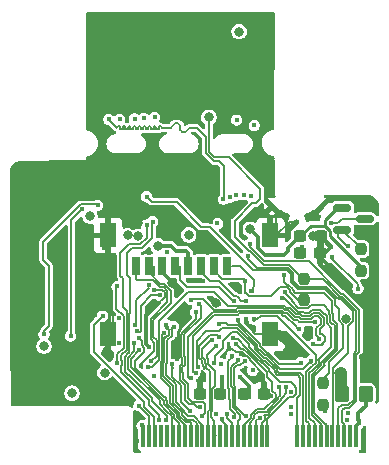
<source format=gbr>
%TF.GenerationSoftware,KiCad,Pcbnew,9.0.2*%
%TF.CreationDate,2025-07-04T12:48:37+02:00*%
%TF.ProjectId,MicroMod_Processor_Board,4d696372-6f4d-46f6-945f-50726f636573,rev?*%
%TF.SameCoordinates,Original*%
%TF.FileFunction,Copper,L4,Bot*%
%TF.FilePolarity,Positive*%
%FSLAX46Y46*%
G04 Gerber Fmt 4.6, Leading zero omitted, Abs format (unit mm)*
G04 Created by KiCad (PCBNEW 9.0.2) date 2025-07-04 12:48:37*
%MOMM*%
%LPD*%
G01*
G04 APERTURE LIST*
G04 Aperture macros list*
%AMRoundRect*
0 Rectangle with rounded corners*
0 $1 Rounding radius*
0 $2 $3 $4 $5 $6 $7 $8 $9 X,Y pos of 4 corners*
0 Add a 4 corners polygon primitive as box body*
4,1,4,$2,$3,$4,$5,$6,$7,$8,$9,$2,$3,0*
0 Add four circle primitives for the rounded corners*
1,1,$1+$1,$2,$3*
1,1,$1+$1,$4,$5*
1,1,$1+$1,$6,$7*
1,1,$1+$1,$8,$9*
0 Add four rect primitives between the rounded corners*
20,1,$1+$1,$2,$3,$4,$5,0*
20,1,$1+$1,$4,$5,$6,$7,0*
20,1,$1+$1,$6,$7,$8,$9,0*
20,1,$1+$1,$8,$9,$2,$3,0*%
G04 Aperture macros list end*
%TA.AperFunction,SMDPad,CuDef*%
%ADD10R,0.350000X1.950000*%
%TD*%
%TA.AperFunction,ComponentPad*%
%ADD11C,0.454000*%
%TD*%
%TA.AperFunction,SMDPad,CuDef*%
%ADD12RoundRect,0.237500X0.300000X0.237500X-0.300000X0.237500X-0.300000X-0.237500X0.300000X-0.237500X0*%
%TD*%
%TA.AperFunction,SMDPad,CuDef*%
%ADD13RoundRect,0.250000X-0.350000X-0.450000X0.350000X-0.450000X0.350000X0.450000X-0.350000X0.450000X0*%
%TD*%
%TA.AperFunction,SMDPad,CuDef*%
%ADD14RoundRect,0.237500X0.237500X-0.250000X0.237500X0.250000X-0.237500X0.250000X-0.237500X-0.250000X0*%
%TD*%
%TA.AperFunction,SMDPad,CuDef*%
%ADD15RoundRect,0.237500X-0.300000X-0.237500X0.300000X-0.237500X0.300000X0.237500X-0.300000X0.237500X0*%
%TD*%
%TA.AperFunction,SMDPad,CuDef*%
%ADD16RoundRect,0.150000X-0.587500X-0.150000X0.587500X-0.150000X0.587500X0.150000X-0.587500X0.150000X0*%
%TD*%
%TA.AperFunction,SMDPad,CuDef*%
%ADD17R,0.800000X1.500000*%
%TD*%
%TA.AperFunction,SMDPad,CuDef*%
%ADD18R,1.450000X2.000000*%
%TD*%
%TA.AperFunction,SMDPad,CuDef*%
%ADD19RoundRect,0.237500X-0.237500X0.250000X-0.237500X-0.250000X0.237500X-0.250000X0.237500X0.250000X0*%
%TD*%
%TA.AperFunction,ViaPad*%
%ADD20C,0.450000*%
%TD*%
%TA.AperFunction,ViaPad*%
%ADD21C,0.400000*%
%TD*%
%TA.AperFunction,ViaPad*%
%ADD22C,0.800000*%
%TD*%
%TA.AperFunction,Conductor*%
%ADD23C,0.127000*%
%TD*%
%TA.AperFunction,Conductor*%
%ADD24C,0.350000*%
%TD*%
%TA.AperFunction,Conductor*%
%ADD25C,0.250000*%
%TD*%
%TA.AperFunction,Conductor*%
%ADD26C,0.750000*%
%TD*%
%TA.AperFunction,Conductor*%
%ADD27C,0.500000*%
%TD*%
%TA.AperFunction,Conductor*%
%ADD28C,1.000000*%
%TD*%
G04 APERTURE END LIST*
D10*
%TO.P,J1,2,3.3V*%
%TO.N,Net-(F1-Pad2)*%
X157497600Y-112850000D03*
%TO.P,J1,4,3.3V_EN*%
%TO.N,unconnected-(J1-3.3V_EN-Pad4)*%
X156997600Y-112850000D03*
%TO.P,J1,6,~{RESET}*%
%TO.N,/~{RESET}*%
X156497600Y-112850000D03*
%TO.P,J1,8,G11*%
%TO.N,/G11-SWO*%
X155997600Y-112850000D03*
%TO.P,J1,10,D0*%
%TO.N,/D0*%
X155497600Y-112850000D03*
%TO.P,J1,12,I2C_SDA*%
%TO.N,/I2C_SDA*%
X154997600Y-112850000D03*
%TO.P,J1,14,I2C_SCL*%
%TO.N,/I2C_SCL*%
X154497600Y-112850000D03*
%TO.P,J1,16,I2C_~{INT}*%
%TO.N,/I2C_~{INT}*%
X153997600Y-112850000D03*
%TO.P,J1,18,D1/CAM_TRIG*%
%TO.N,/D1-CAM_TRIG*%
X153497600Y-112850000D03*
%TO.P,J1,20,RX2*%
%TO.N,/UART_RX2*%
X152997600Y-112850000D03*
%TO.P,J1,22,TX2*%
%TO.N,/UART_TX2*%
X152497600Y-112850000D03*
%TO.P,J1,32,PWM0*%
%TO.N,/PWM0*%
X149997600Y-112850000D03*
%TO.P,J1,34,A0*%
%TO.N,/A0*%
X149497600Y-112850000D03*
%TO.P,J1,36,GND*%
%TO.N,GND*%
X148997600Y-112850000D03*
%TO.P,J1,38,A1*%
%TO.N,/A1*%
X148497600Y-112850000D03*
%TO.P,J1,40,G0/BUS0*%
%TO.N,/G0*%
X147997600Y-112850000D03*
%TO.P,J1,42,G1/BUS1*%
%TO.N,/G1*%
X147497600Y-112850000D03*
%TO.P,J1,44,G2/BUS2*%
%TO.N,/G2*%
X146997600Y-112850000D03*
%TO.P,J1,46,G3/BUS3*%
%TO.N,/G3*%
X146497600Y-112850000D03*
%TO.P,J1,48,G4/BUS4*%
%TO.N,unconnected-(J1-G4{slash}BUS4-Pad48)*%
X145997600Y-112850000D03*
%TO.P,J1,50,AUD_BCLK*%
%TO.N,/AUD_BCLK*%
X145497600Y-112850000D03*
%TO.P,J1,52,AUD_LRCLK*%
%TO.N,/AUD_LRCLK*%
X144997600Y-112850000D03*
%TO.P,J1,54,AUD_IN/CAM_PCLK*%
%TO.N,/AUD_IN-CAM_PCLK*%
X144497600Y-112850000D03*
%TO.P,J1,56,AUD_OUT/CAM_MCLK*%
%TO.N,/AUD_OUT-CAM_MCLK*%
X143997600Y-112850000D03*
%TO.P,J1,58,AUD_MCLK*%
%TO.N,/AUD_MCLK*%
X143497600Y-112850000D03*
%TO.P,J1,60,SPI_SCK1/SDIO_CLK*%
%TO.N,/SPI_SCK1*%
X142997600Y-112850000D03*
%TO.P,J1,62,SPI_SDO1/SDIO_CMD*%
%TO.N,/SPI_COPI1*%
X142497600Y-112850000D03*
%TO.P,J1,64,SPI_SDI1/SDIO_DATA0*%
%TO.N,/SPI_CIPO1*%
X141997600Y-112850000D03*
%TO.P,J1,66,SDIO_DATA1*%
%TO.N,unconnected-(J1-SDIO_DATA1-Pad66)*%
X141497600Y-112850000D03*
%TO.P,J1,68,SDIO_DATA2*%
%TO.N,unconnected-(J1-SDIO_DATA2-Pad68)*%
X140997600Y-112850000D03*
%TO.P,J1,70,SPI_~{CS1}/SDIO_DATA3*%
%TO.N,/~{SPI_CS1}*%
X140497600Y-112850000D03*
%TO.P,J1,72,RTC_3V*%
%TO.N,/VBAT*%
X139997600Y-112850000D03*
%TO.P,J1,74,3.3V*%
%TO.N,Net-(F1-Pad2)*%
X139497600Y-112850000D03*
D11*
%TO.P,J1,GND1,GND*%
%TO.N,GND*%
X150397600Y-93375000D03*
%TO.P,J1,GND2,GND*%
X152497600Y-94675000D03*
%TO.P,J1,GND3,GND*%
X154597600Y-93375000D03*
%TD*%
D12*
%TO.P,C13,1*%
%TO.N,GND*%
X154506000Y-95885000D03*
%TO.P,C13,2*%
%TO.N,+3.3V*%
X152781000Y-95885000D03*
%TD*%
D13*
%TO.P,F1,1*%
%TO.N,+3.3V*%
X156300000Y-109300000D03*
%TO.P,F1,2*%
%TO.N,Net-(F1-Pad2)*%
X158300000Y-109300000D03*
%TD*%
D14*
%TO.P,R1,1*%
%TO.N,+3.3V*%
X157900000Y-98825000D03*
%TO.P,R1,2*%
%TO.N,/~{BOOT}*%
X157900000Y-97000000D03*
%TD*%
D15*
%TO.P,C10,1*%
%TO.N,Net-(C10-Pad1)*%
X152757800Y-97358200D03*
%TO.P,C10,2*%
%TO.N,GND*%
X154482800Y-97358200D03*
%TD*%
D16*
%TO.P,Q1,1,G*%
%TO.N,/~{BOOT}*%
X156350000Y-95400000D03*
%TO.P,Q1,2,S*%
%TO.N,+3.3V*%
X156350000Y-93500000D03*
%TO.P,Q1,3,D*%
%TO.N,/BOOT0*%
X158225000Y-94450000D03*
%TD*%
D15*
%TO.P,C11,1*%
%TO.N,GND*%
X144297400Y-109245400D03*
%TO.P,C11,2*%
%TO.N,+3.3V*%
X146022400Y-109245400D03*
%TD*%
D14*
%TO.P,R3,1*%
%TO.N,/SD_DAT3*%
X153050000Y-101350000D03*
%TO.P,R3,2*%
%TO.N,/G11-SWO*%
X153050000Y-99525000D03*
%TD*%
D17*
%TO.P,J2,1,DAT2*%
%TO.N,/SD_DAT2*%
X146575000Y-98460000D03*
%TO.P,J2,2,DAT3/CD*%
%TO.N,/SD_DAT3*%
X145475000Y-98460000D03*
%TO.P,J2,3,CMD*%
%TO.N,/SD_CMD*%
X144375000Y-98460000D03*
%TO.P,J2,4,VDD*%
%TO.N,+3.3V*%
X143275000Y-98460000D03*
%TO.P,J2,5,CLK*%
%TO.N,/SD_CLK*%
X142175000Y-98460000D03*
%TO.P,J2,6,VSS*%
%TO.N,GND*%
X141075000Y-98460000D03*
%TO.P,J2,7,DAT0*%
%TO.N,/SD_DAT0*%
X139975000Y-98460000D03*
%TO.P,J2,8,DAT1*%
%TO.N,/SD_DAT1*%
X138875000Y-98460000D03*
D18*
%TO.P,J2,9,SHIELD*%
%TO.N,GND*%
X150250000Y-104160000D03*
X150250000Y-95860000D03*
X136500000Y-104160000D03*
X136500000Y-95860000D03*
%TD*%
D19*
%TO.P,R5,1*%
%TO.N,/USB_VIN*%
X154700000Y-108350000D03*
%TO.P,R5,2*%
%TO.N,Net-(J1-USB_VIN)*%
X154700000Y-110175000D03*
%TD*%
D12*
%TO.P,C16,1*%
%TO.N,GND*%
X149733000Y-109250000D03*
%TO.P,C16,2*%
%TO.N,+3.3V*%
X148008000Y-109250000D03*
%TD*%
D20*
%TO.N,/PWM0*%
X147087942Y-104524079D03*
X140350000Y-107750000D03*
%TO.N,/SD_DAT0*%
X140118000Y-106500000D03*
D21*
%TO.N,GND*%
X152050000Y-105200000D03*
D22*
%TO.N,+3.3V*%
X148537184Y-95335000D03*
D20*
%TO.N,/VBAT*%
X139115800Y-110261400D03*
X145753815Y-94842889D03*
%TO.N,GND*%
X138275000Y-89275000D03*
X139982448Y-105317552D03*
X143425000Y-101900000D03*
X145923000Y-104470200D03*
X147590000Y-100550000D03*
X140868400Y-95529400D03*
D21*
X145197500Y-94697500D03*
D22*
X130100000Y-98400000D03*
D20*
X142341600Y-106328672D03*
D22*
X133325000Y-90325000D03*
D20*
X130420000Y-108380000D03*
X152030000Y-109100000D03*
X144576800Y-99720400D03*
X138950000Y-113300000D03*
X140610000Y-92100000D03*
D22*
X130300000Y-100275000D03*
D20*
X132475000Y-96950000D03*
X157937200Y-106121200D03*
D22*
X132401000Y-95990500D03*
D20*
X149360000Y-111280000D03*
D22*
X135000000Y-109125000D03*
D20*
X149625000Y-91350000D03*
X150266400Y-89585800D03*
X159025000Y-99375000D03*
D22*
X133300000Y-91475000D03*
D20*
X140425000Y-100475000D03*
X158875000Y-108000000D03*
D22*
X129275000Y-95600000D03*
D20*
X133292869Y-106998564D03*
X139014200Y-89204800D03*
X143687800Y-99720400D03*
X136930000Y-97700000D03*
X157962600Y-101142800D03*
X147650000Y-89400000D03*
D22*
X139000078Y-94832600D03*
D20*
X142240000Y-102819200D03*
X139220000Y-111160000D03*
D22*
X130800000Y-91578400D03*
D20*
X158700000Y-97800000D03*
X148375000Y-89375000D03*
X132450000Y-97900000D03*
X144925000Y-90200000D03*
X150200000Y-90225000D03*
D22*
X145671116Y-101603884D03*
D20*
X141808200Y-94970600D03*
X136350000Y-98870000D03*
X131800000Y-97400000D03*
D22*
X129768600Y-93243400D03*
D20*
X158800000Y-102275000D03*
X153593800Y-103962200D03*
D22*
X130780018Y-101618973D03*
D20*
X137236200Y-89255600D03*
D22*
X129850000Y-96600000D03*
D20*
X139954000Y-97358200D03*
D22*
X129100000Y-91250000D03*
D20*
X150291800Y-109448600D03*
X132546612Y-98551329D03*
X136144000Y-101400000D03*
X130370000Y-106440000D03*
D22*
X145500000Y-97000000D03*
D20*
X146775000Y-105486200D03*
X129760000Y-106190000D03*
X131900000Y-98225000D03*
X144522242Y-107714842D03*
X158800000Y-103300000D03*
X136525000Y-90975000D03*
X158075000Y-112450000D03*
X140700000Y-101600000D03*
X137425000Y-104975000D03*
D22*
X149733000Y-109250000D03*
D20*
X140512800Y-91516200D03*
D22*
X132423378Y-108544500D03*
X153845499Y-95919230D03*
X132850000Y-92925000D03*
D20*
X148800000Y-103750000D03*
X136360000Y-99730000D03*
D22*
X130425000Y-95550000D03*
D20*
X158075000Y-112950000D03*
X147777200Y-105867200D03*
X148425000Y-90175000D03*
X158800000Y-101175000D03*
X155400000Y-98575000D03*
X155346400Y-96850200D03*
X136170000Y-96950000D03*
X137414000Y-102844600D03*
D22*
X136375000Y-105600000D03*
X141920000Y-99880000D03*
D20*
X136175000Y-103975000D03*
%TO.N,/~{RESET}*%
X148500000Y-96580000D03*
D22*
%TO.N,+3.3V*%
X139051695Y-95928337D03*
X156088100Y-107510000D03*
X138155002Y-95859600D03*
X143336234Y-95805166D03*
X136220000Y-107460000D03*
X133450000Y-109209500D03*
X156680000Y-102890000D03*
X131073637Y-105224644D03*
X147600000Y-78600000D03*
X134980000Y-94210000D03*
D20*
X148417400Y-109499400D03*
X146175000Y-107850000D03*
X147650000Y-107850000D03*
D22*
X140721500Y-96738466D03*
D20*
%TO.N,Net-(C10-Pad1)*%
X152958800Y-96850200D03*
%TO.N,Net-(F1-Pad2)*%
X157734000Y-111760000D03*
X139380000Y-111940000D03*
%TO.N,/A0*%
X151579084Y-108685013D03*
%TO.N,/AUD_BCLK*%
X145600000Y-105250000D03*
%TO.N,/SPI_COPI1*%
X139150000Y-105550000D03*
%TO.N,/UART_CTS1*%
X153650000Y-106500000D03*
X145862500Y-103387500D03*
X137260000Y-100170000D03*
X137236200Y-106654600D03*
D22*
%TO.N,/G11-SWO*%
X145034000Y-85852000D03*
D20*
%TO.N,/G2*%
X146597346Y-110949912D03*
%TO.N,/SWDIO*%
X148869400Y-86537800D03*
X146064127Y-106701694D03*
%TO.N,/I2C_~{INT}*%
X151200000Y-101175000D03*
%TO.N,/AUD_IN-CAM_PCLK*%
X142080000Y-103581200D03*
%TO.N,/AUD_MCLK*%
X141250000Y-104075000D03*
%TO.N,/SPI_SCK1*%
X139100000Y-104550000D03*
%TO.N,/SWDCK*%
X147396200Y-86080600D03*
X148750000Y-107275000D03*
%TO.N,/CAN-RX*%
X148068418Y-106449297D03*
X148150000Y-111120000D03*
%TO.N,/D0*%
X148325000Y-97575000D03*
%TO.N,/~{BOOT}*%
X156825000Y-96775000D03*
%TO.N,/~{SPI_CS1}*%
X136036007Y-102664327D03*
%TO.N,/SPI_MISO*%
X141404896Y-111461056D03*
X140275000Y-94691200D03*
%TO.N,/USB_D-*%
X151964862Y-110933928D03*
X156747600Y-111472600D03*
%TO.N,/I2C_SDA1*%
X144190000Y-101660000D03*
X144450000Y-111140000D03*
%TO.N,/I2C_SCL*%
X151500000Y-100675000D03*
%TO.N,/CAN-TX*%
X146990978Y-106045489D03*
X147140000Y-111260000D03*
%TO.N,/I2C_SDA*%
X151433576Y-99216424D03*
%TO.N,/SPI_CIPO1*%
X138731892Y-104991729D03*
%TO.N,/UART_RTS1*%
X140000000Y-100050000D03*
X138780000Y-103400000D03*
X143550000Y-101300000D03*
X154381200Y-104622600D03*
%TO.N,/UART_RX2*%
X144154870Y-106987112D03*
%TO.N,/A1*%
X150940000Y-108680000D03*
%TO.N,/UART_RX1*%
X138970000Y-103980000D03*
X147525000Y-103025000D03*
X152806400Y-106629200D03*
X140875000Y-100924745D03*
%TO.N,/BATT_VIN*%
X141478000Y-97282000D03*
X145620000Y-111000000D03*
%TO.N,/G3*%
X146150000Y-111390000D03*
%TO.N,/SPI_MOSI*%
X140830000Y-111450000D03*
X139769251Y-94964779D03*
%TO.N,/D1-CAM_TRIG*%
X148850000Y-102950000D03*
%TO.N,/UART_TX2*%
X145493216Y-106633222D03*
%TO.N,/G1*%
X147494052Y-106422252D03*
%TO.N,/AUD_OUT-CAM_MCLK*%
X141427200Y-103428800D03*
%TO.N,/USB_D+*%
X152000000Y-110360000D03*
X156845577Y-110906006D03*
%TO.N,/G0*%
X147330461Y-105045436D03*
%TO.N,/SPI_SCK*%
X141950000Y-106750000D03*
X143430000Y-110720000D03*
%TO.N,/AUD_LRCLK*%
X145338800Y-104724200D03*
%TO.N,/UART_TX1*%
X153873200Y-105079800D03*
X139870828Y-107019163D03*
%TO.N,/I2C_SCL1*%
X143925000Y-102350000D03*
X144280000Y-110400000D03*
%TO.N,/SD_CLK*%
X147130000Y-101430000D03*
%TO.N,/SD_DAT1*%
X139300000Y-106950000D03*
%TO.N,/SD_DAT3*%
X148137000Y-99695000D03*
%TO.N,/SD_CMD*%
X148150000Y-101380000D03*
%TO.N,/SD_DAT2*%
X148610000Y-100520000D03*
%TO.N,/BT_HOST_WAKE*%
X131080000Y-104220000D03*
X135636000Y-93294200D03*
%TO.N,/BT_REG_ON*%
X133330000Y-104370000D03*
X134325000Y-93650000D03*
%TO.N,/WIFI_SDIO_DAT1*%
X152654000Y-103784400D03*
X143951634Y-107525000D03*
%TO.N,/WIFI_SDIO_DAT0*%
X154035200Y-103174800D03*
X143487134Y-107922573D03*
%TO.N,/WL_GPIO_0_HOST_WAKE*%
X155500000Y-97700000D03*
X157657800Y-100355400D03*
%TO.N,/TRACE_CLK*%
X148625000Y-92550000D03*
X140436600Y-85852000D03*
%TO.N,/TRACE_D3*%
X146276376Y-92789892D03*
X136575800Y-86029800D03*
%TO.N,/TRACE_D2*%
X137490200Y-86029800D03*
X146826172Y-92621509D03*
%TO.N,/TRACE_D1*%
X138760200Y-85979000D03*
X147375000Y-92450000D03*
%TO.N,/TRACE_D0*%
X139522200Y-85953600D03*
X148050000Y-92400000D03*
%TO.N,/BOOT0*%
X155400000Y-94825000D03*
%TO.N,/USB_VIN*%
X139775000Y-92575000D03*
%TO.N,Net-(J1-USB_VIN)*%
X154875000Y-110750000D03*
%TD*%
D23*
%TO.N,/G11-SWO*%
X149002300Y-93147700D02*
X148711100Y-93147700D01*
X148711100Y-93147700D02*
X147243800Y-94615000D01*
X147243800Y-94615000D02*
X147243800Y-95986600D01*
X147243800Y-95986600D02*
X148433649Y-97176449D01*
X148433649Y-97176449D02*
X148543151Y-97176449D01*
%TO.N,/SD_DAT3*%
X153050000Y-101350000D02*
X152625000Y-101350000D01*
X152625000Y-101350000D02*
X151914500Y-100639500D01*
X151914500Y-100639500D02*
X151914500Y-100503308D01*
X151914500Y-100503308D02*
X151671692Y-100260500D01*
X151021700Y-100260500D02*
X150297700Y-100984500D01*
X148417597Y-100984500D02*
X148145500Y-100712403D01*
X148137000Y-100697000D02*
X148137000Y-99695000D01*
X151671692Y-100260500D02*
X151021700Y-100260500D01*
X150297700Y-100984500D02*
X148417597Y-100984500D01*
X148145500Y-100712403D02*
X148145500Y-100705500D01*
X148145500Y-100705500D02*
X148137000Y-100697000D01*
%TO.N,/SD_DAT0*%
X140118000Y-106500000D02*
X140159400Y-106500000D01*
X140159400Y-106500000D02*
X140614948Y-106044452D01*
X141200852Y-99950851D02*
X140939149Y-99950851D01*
X140939149Y-99950851D02*
X139975000Y-98986702D01*
X139975000Y-98986702D02*
X139975000Y-98460000D01*
X140614948Y-106044452D02*
X140614948Y-104734948D01*
X140614948Y-104734948D02*
X140340000Y-104460000D01*
X140340000Y-104460000D02*
X140340000Y-103022868D01*
X140340000Y-103022868D02*
X141808400Y-101554468D01*
X141808400Y-100558400D02*
X141200852Y-99950851D01*
X141808400Y-101554468D02*
X141808400Y-100558400D01*
%TO.N,/UART_TX1*%
X140832948Y-106399555D02*
X140213340Y-107019163D01*
X140213340Y-107019163D02*
X139870828Y-107019163D01*
%TO.N,/AUD_MCLK*%
X141050000Y-104275000D02*
X141050000Y-106490799D01*
X140972629Y-106568171D02*
X140972630Y-107916942D01*
X140972630Y-107916942D02*
X141725001Y-108669313D01*
X141725001Y-108669313D02*
X141725001Y-110062004D01*
X141050000Y-106490799D02*
X140972629Y-106568171D01*
X141725001Y-110062004D02*
X142534001Y-110871006D01*
X142534001Y-110871006D02*
X142534000Y-111119099D01*
X142534000Y-111119099D02*
X143100149Y-111685250D01*
X143100149Y-111685250D02*
X143434850Y-111685250D01*
X143434850Y-111685250D02*
X143497600Y-111748000D01*
X141250000Y-104075000D02*
X141050000Y-104275000D01*
X143497600Y-111748000D02*
X143497600Y-112850000D01*
%TO.N,/AUD_OUT-CAM_MCLK*%
X141472956Y-108056644D02*
X141574556Y-108158244D01*
X141190630Y-107247636D02*
X141190630Y-107774318D01*
X141190630Y-107774318D02*
X141574556Y-108158244D01*
%TO.N,/AUD_IN-CAM_PCLK*%
X142235001Y-109955408D02*
X142970001Y-110690410D01*
X141882500Y-103813010D02*
X141882500Y-104336990D01*
X142235001Y-108458064D02*
X142235001Y-109955408D01*
X142970001Y-110690410D02*
X142970001Y-110846193D01*
X143766600Y-111160000D02*
X144497600Y-111891000D01*
X141511991Y-104707500D02*
X141486000Y-104707500D01*
X141882500Y-104336990D02*
X141511991Y-104707500D01*
X141865345Y-103795855D02*
X141882500Y-103813010D01*
X142080000Y-103581200D02*
X141865345Y-103795855D01*
X141486000Y-104707500D02*
X141486000Y-106671395D01*
X143283808Y-111160000D02*
X143766600Y-111160000D01*
X141486000Y-106671395D02*
X141408629Y-106748767D01*
X141408629Y-106748767D02*
X141408630Y-107631694D01*
X141408630Y-107631694D02*
X142235001Y-108458064D01*
X142970001Y-110846193D02*
X143283808Y-111160000D01*
X144497600Y-111891000D02*
X144497600Y-112850000D01*
%TO.N,/AUD_OUT-CAM_MCLK*%
X141190629Y-106658469D02*
X141190629Y-107247639D01*
X141427200Y-103666008D02*
X141664500Y-103903308D01*
X141268000Y-104617201D02*
X141268000Y-106581098D01*
X141395701Y-104489500D02*
X141268000Y-104617201D01*
X143997600Y-111748000D02*
X143997600Y-112850000D01*
X141268000Y-106581098D02*
X141190629Y-106658469D01*
X142752001Y-110780708D02*
X142752000Y-111028801D01*
X141421692Y-104489500D02*
X141395701Y-104489500D01*
X141427200Y-103428800D02*
X141427200Y-103666008D01*
X141980001Y-108563688D02*
X141980001Y-110008706D01*
X141574556Y-108158244D02*
X141980001Y-108563688D01*
X141980001Y-110008706D02*
X142752001Y-110780708D01*
X142752000Y-111028801D02*
X143190448Y-111467250D01*
X143190448Y-111467250D02*
X143716850Y-111467250D01*
X143716850Y-111467250D02*
X143997600Y-111748000D01*
%TO.N,/UART_TX1*%
X154561192Y-105100000D02*
X154889500Y-104771692D01*
X154405000Y-103805624D02*
X154789500Y-103421124D01*
X154889500Y-104428308D02*
X154630568Y-104169376D01*
X154363692Y-102386876D02*
X154138124Y-102386876D01*
X154789500Y-103421124D02*
X154789499Y-102812683D01*
X154104500Y-102420500D02*
X153842683Y-102420501D01*
X152455772Y-102529700D02*
X151911073Y-101985001D01*
X153842683Y-102420501D02*
X153598384Y-102664800D01*
X153598384Y-102664800D02*
X152918040Y-102664800D01*
X154405000Y-104169376D02*
X154405000Y-103805624D01*
X154630568Y-104169376D02*
X154405000Y-104169376D01*
X152918040Y-102664800D02*
X152782940Y-102529700D01*
X154138124Y-102386876D02*
X154104500Y-102420500D01*
X151911073Y-101985001D02*
X151604453Y-101985001D01*
X152782940Y-102529700D02*
X152455772Y-102529700D01*
X154000000Y-105100000D02*
X154561192Y-105100000D01*
X151604453Y-101985001D02*
X151479526Y-101860074D01*
X143262200Y-100634800D02*
X140832948Y-103064052D01*
X151479526Y-101860074D02*
X151422454Y-101803000D01*
X151422454Y-101803000D02*
X147343192Y-101803000D01*
X154889500Y-104771692D02*
X154889500Y-104428308D01*
X154789499Y-102812683D02*
X154363692Y-102386876D01*
X147343192Y-101803000D02*
X147301692Y-101844500D01*
X147301692Y-101844500D02*
X146694500Y-101844500D01*
X146694500Y-101844500D02*
X145484800Y-100634800D01*
X145484800Y-100634800D02*
X143262200Y-100634800D01*
X140832948Y-103064052D02*
X140832948Y-106399555D01*
%TO.N,/UART_RTS1*%
X154475000Y-104600000D02*
X154150000Y-104275000D01*
X154150000Y-104275000D02*
X154150000Y-103700000D01*
X151514155Y-102203001D02*
X151332155Y-102021000D01*
X153705500Y-102918308D02*
X153705500Y-102919800D01*
X154150000Y-103700000D02*
X154534500Y-103315500D01*
X154534500Y-103315500D02*
X154534500Y-102918308D01*
X154534500Y-102918308D02*
X154291692Y-102675500D01*
X152350148Y-102784700D02*
X151768449Y-102203001D01*
X154291692Y-102675500D02*
X153948308Y-102675500D01*
X153948308Y-102675500D02*
X153705500Y-102918308D01*
X151768449Y-102203001D02*
X151514155Y-102203001D01*
X152812416Y-102919800D02*
X152677316Y-102784700D01*
X152677316Y-102784700D02*
X152350148Y-102784700D01*
X153705500Y-102919800D02*
X152812416Y-102919800D01*
X151332155Y-102021000D02*
X147433491Y-102021000D01*
X147433491Y-102021000D02*
X147296107Y-102158384D01*
X145441434Y-102158384D02*
X144528550Y-101245500D01*
X147296107Y-102158384D02*
X145441434Y-102158384D01*
X144528550Y-101245500D02*
X143604500Y-101245500D01*
X143604500Y-101245500D02*
X143550000Y-101300000D01*
%TO.N,/WIFI_SDIO_DAT0*%
X154035200Y-103174800D02*
X152706792Y-103174800D01*
X143367573Y-107922573D02*
X143487134Y-107922573D01*
X151625825Y-102421001D02*
X151423857Y-102421001D01*
X143275000Y-104464376D02*
X143275000Y-107830000D01*
X152244524Y-103039700D02*
X151625825Y-102421001D01*
X151423857Y-102421001D02*
X151241856Y-102239000D01*
X151241856Y-102239000D02*
X147523790Y-102239000D01*
X147523790Y-102239000D02*
X147386406Y-102376384D01*
X152571692Y-103039700D02*
X152244524Y-103039700D01*
X147386406Y-102376384D02*
X145362992Y-102376384D01*
X152706792Y-103174800D02*
X152571692Y-103039700D01*
X145362992Y-102376384D02*
X143275000Y-104464376D01*
X143275000Y-107830000D02*
X143367573Y-107922573D01*
%TO.N,/WIFI_SDIO_DAT1*%
X151333559Y-102639001D02*
X151151558Y-102457000D01*
X151151558Y-102457000D02*
X147614089Y-102457000D01*
X147614089Y-102457000D02*
X147476705Y-102594384D01*
X147476705Y-102594384D02*
X145505616Y-102594384D01*
%TO.N,/UART_RX1*%
X147525000Y-103025000D02*
X147525000Y-103174999D01*
X149942600Y-105797400D02*
X150055699Y-105797400D01*
X147525000Y-103174999D02*
X149370500Y-105020500D01*
X149370500Y-105020500D02*
X149370500Y-105225300D01*
X149370500Y-105225300D02*
X149942600Y-105797400D01*
X150055699Y-105797400D02*
X150989098Y-106730800D01*
X152669200Y-106730800D02*
X152750000Y-106650000D01*
X150989098Y-106730800D02*
X152669200Y-106730800D01*
%TO.N,/UART_CTS1*%
X145862500Y-103387500D02*
X145950000Y-103300000D01*
X145950000Y-103300000D02*
X146525000Y-103300000D01*
X149296700Y-105532500D02*
X149305805Y-105541605D01*
X153004700Y-107145300D02*
X153650000Y-106500000D01*
X146664500Y-103439500D02*
X147481202Y-103439500D01*
X146525000Y-103300000D02*
X146664500Y-103439500D01*
X149152500Y-105404799D02*
X149280201Y-105532500D01*
X147481202Y-103439500D02*
X149152500Y-105110798D01*
X149152500Y-105110798D02*
X149152500Y-105404799D01*
X149280201Y-105532500D02*
X149296700Y-105532500D01*
X149965401Y-106015400D02*
X151095300Y-107145300D01*
X149305805Y-105541605D02*
X149325289Y-105541605D01*
X151095300Y-107145300D02*
X153004700Y-107145300D01*
X149325289Y-105541605D02*
X149799083Y-106015400D01*
X149799083Y-106015400D02*
X149965401Y-106015400D01*
%TO.N,/UART_RX2*%
X144000000Y-106832242D02*
X144000000Y-104793000D01*
X145873992Y-103962200D02*
X146178692Y-103657500D01*
X150822700Y-107180998D02*
X150822700Y-107363300D01*
X144154870Y-106987112D02*
X144000000Y-106832242D01*
X152997600Y-107747600D02*
X152997600Y-112850000D01*
X144000000Y-104793000D02*
X144830800Y-103962200D01*
X148934500Y-105201096D02*
X148934500Y-105495097D01*
X146178692Y-103657500D02*
X147390904Y-103657500D01*
X144830800Y-103962200D02*
X145873992Y-103962200D01*
X147390904Y-103657500D02*
X148934500Y-105201096D01*
X149199008Y-105759605D02*
X149234991Y-105759605D01*
X149234991Y-105759605D02*
X149708785Y-106233400D01*
X148934500Y-105495097D02*
X149199008Y-105759605D01*
X149708785Y-106233400D02*
X149875103Y-106233400D01*
X149875103Y-106233400D02*
X150822700Y-107180998D01*
X150822700Y-107363300D02*
X150934400Y-107475000D01*
X150934400Y-107475000D02*
X152725000Y-107475000D01*
X152725000Y-107475000D02*
X152997600Y-107747600D01*
%TO.N,/UART_TX2*%
X152497600Y-112850000D02*
X152497600Y-109652400D01*
X152543000Y-107693000D02*
X150844102Y-107693000D01*
X145566481Y-106033519D02*
X145566481Y-106508519D01*
X152779600Y-109370400D02*
X152779600Y-107929600D01*
X150844102Y-107693000D02*
X150604700Y-107453599D01*
X150604700Y-107271296D02*
X149784804Y-106451400D01*
X150604700Y-107453599D02*
X150604700Y-107271296D01*
X149144692Y-105977605D02*
X149108709Y-105977605D01*
X152779600Y-107929600D02*
X152543000Y-107693000D01*
X149784804Y-106451400D02*
X149618487Y-106451400D01*
X152497600Y-109652400D02*
X152779600Y-109370400D01*
X149618487Y-106451400D02*
X149144692Y-105977605D01*
X149108709Y-105977605D02*
X148432745Y-105301642D01*
X148432745Y-105301642D02*
X148432745Y-105007639D01*
X147025053Y-103999947D02*
X146227800Y-104797200D01*
X148432745Y-105007639D02*
X147425053Y-103999947D01*
X147425053Y-103999947D02*
X147025053Y-103999947D01*
X146227800Y-104797200D02*
X146227800Y-105372200D01*
X146227800Y-105372200D02*
X145566481Y-106033519D01*
X145566481Y-106508519D02*
X145493216Y-106581784D01*
X145493216Y-106581784D02*
X145493216Y-106633222D01*
%TO.N,/G0*%
X148564500Y-111324100D02*
X148564500Y-111095500D01*
X149746592Y-110580000D02*
X150706300Y-109620292D01*
X147997600Y-112012400D02*
X147997600Y-111891000D01*
X150425000Y-108995608D02*
X150425000Y-108275000D01*
X148564500Y-111095500D02*
X149080000Y-110580000D01*
X147997600Y-111891000D02*
X148564500Y-111324100D01*
X150425000Y-108275000D02*
X149951000Y-107801000D01*
X149080000Y-110580000D02*
X149746592Y-110580000D01*
X150706300Y-109276908D02*
X150425000Y-108995608D01*
X149951000Y-107801000D02*
X149951000Y-107437389D01*
X150706300Y-109620292D02*
X150706300Y-109276908D01*
X149951000Y-107437389D02*
X148331612Y-105818001D01*
X148331612Y-105818001D02*
X148314193Y-105818001D01*
X148314193Y-105818001D02*
X147948892Y-105452700D01*
X147948892Y-105452700D02*
X147737725Y-105452700D01*
X147737725Y-105452700D02*
X147330461Y-105045436D01*
%TO.N,GND*%
X147777200Y-105867200D02*
X147944797Y-106034797D01*
X148482918Y-106277605D02*
X148482918Y-106421726D01*
X147944797Y-106034797D02*
X148240110Y-106034797D01*
X148240110Y-106034797D02*
X148482918Y-106277605D01*
X148482918Y-106421726D02*
X149719192Y-107658000D01*
X149719192Y-107658000D02*
X149733000Y-107658000D01*
%TO.N,/SD_DAT1*%
X138984500Y-99635500D02*
X140315500Y-99635500D01*
X138875000Y-99526000D02*
X138984500Y-99635500D01*
X140046948Y-105953052D02*
X139300000Y-106699999D01*
X141198702Y-100257000D02*
X141507500Y-100565797D01*
X141507500Y-100565797D02*
X141507500Y-101494744D01*
X140315500Y-99635500D02*
X140937000Y-100257000D01*
X138875000Y-98460000D02*
X138875000Y-99526000D01*
X141507500Y-101494744D02*
X140100000Y-102902244D01*
X140937000Y-100257000D02*
X141198702Y-100257000D01*
X140100000Y-102902244D02*
X140100000Y-104640000D01*
X140100000Y-104640000D02*
X140396948Y-104936948D01*
X140046948Y-105950000D02*
X140046948Y-105953052D01*
X140396948Y-104936948D02*
X140396948Y-105600000D01*
X140396948Y-105600000D02*
X140046948Y-105950000D01*
X139300000Y-106699999D02*
X139300000Y-106950000D01*
%TO.N,/SPI_MISO*%
X138329999Y-99466400D02*
X138330000Y-102452252D01*
X138280000Y-105648299D02*
X138280000Y-105770000D01*
X140255001Y-109877521D02*
X141404055Y-111026571D01*
X139356700Y-96913300D02*
X138544700Y-96913300D01*
X140230000Y-96040000D02*
X139356700Y-96913300D01*
X138544700Y-96913300D02*
X138074400Y-97383600D01*
X138074400Y-97383600D02*
X138074400Y-99210801D01*
X138330000Y-102452252D02*
X138293000Y-102489252D01*
X138307501Y-107692499D02*
X140255001Y-109640000D01*
X138074400Y-99210801D02*
X138329999Y-99466400D01*
X138293000Y-102489252D02*
X138293000Y-105635298D01*
X138293000Y-105635298D02*
X138280000Y-105648299D01*
X140230000Y-94920000D02*
X140230000Y-96040000D01*
X140250000Y-94900000D02*
X140230000Y-94920000D01*
X138280000Y-105770000D02*
X138230000Y-105770000D01*
X138182466Y-107692499D02*
X138307501Y-107692499D01*
X138230000Y-105770000D02*
X137894984Y-106105016D01*
X137894984Y-106105016D02*
X137894984Y-107405017D01*
X137894984Y-107405017D02*
X138182466Y-107692499D01*
X141404055Y-111026571D02*
X141528800Y-111151321D01*
X140255001Y-109640000D02*
X140255001Y-109877521D01*
X141528800Y-111151321D02*
X141528800Y-111404400D01*
%TO.N,/SPI_MOSI*%
X139769251Y-94964779D02*
X139769251Y-95141451D01*
X139236450Y-96589850D02*
X138258550Y-96589850D01*
X139981669Y-109800000D02*
X139981669Y-110232778D01*
X139769251Y-95141451D02*
X139787500Y-95159700D01*
X137541000Y-97307400D02*
X137541000Y-99262800D01*
X138075000Y-102235624D02*
X138075000Y-105545000D01*
X140830000Y-111081109D02*
X140830000Y-111450000D01*
X139787500Y-95159700D02*
X139787500Y-96038800D01*
X137650700Y-106826292D02*
X137600000Y-106876992D01*
X137600000Y-106876992D02*
X137600000Y-107418331D01*
X139787500Y-96038800D02*
X139236450Y-96589850D01*
X137541000Y-99262800D02*
X137770000Y-99491800D01*
X137770000Y-99491800D02*
X137770000Y-101930624D01*
X138258550Y-96589850D02*
X137541000Y-97307400D01*
X137770000Y-101930624D02*
X138075000Y-102235624D01*
X138075000Y-105545000D02*
X137600000Y-106020000D01*
X137600000Y-106432208D02*
X137650700Y-106482908D01*
X137650700Y-106482908D02*
X137650700Y-106826292D01*
X137600000Y-106020000D02*
X137600000Y-106432208D01*
X137600000Y-107418331D02*
X139981669Y-109800000D01*
X139981669Y-110232778D02*
X140830000Y-111081109D01*
D24*
%TO.N,+3.3V*%
X140721500Y-96738466D02*
X140738758Y-96738466D01*
X140738758Y-96738466D02*
X140756292Y-96756000D01*
X140756292Y-96756000D02*
X141845316Y-96756000D01*
X141845316Y-96756000D02*
X142267316Y-97178000D01*
X142267316Y-97178000D02*
X143089000Y-97178000D01*
X143089000Y-97178000D02*
X143275000Y-97364000D01*
X143275000Y-97364000D02*
X143275000Y-98460000D01*
D23*
%TO.N,/SD_DAT3*%
X146888200Y-99525000D02*
X146630000Y-99525000D01*
X146888200Y-99525000D02*
X146190000Y-99525000D01*
X146190000Y-99525000D02*
X145475000Y-98810000D01*
X145475000Y-98810000D02*
X145475000Y-98460000D01*
%TO.N,/SD_CMD*%
X144375000Y-98932408D02*
X144375000Y-98460000D01*
X145919000Y-99699000D02*
X145141592Y-99699000D01*
X145141592Y-99699000D02*
X144375000Y-98932408D01*
D24*
%TO.N,GND*%
X141920000Y-99812254D02*
X141075000Y-98967254D01*
X141075000Y-98967254D02*
X141075000Y-98460000D01*
X141920000Y-99880000D02*
X141920000Y-99812254D01*
%TO.N,+3.3V*%
X151718000Y-97163000D02*
X151370400Y-97510600D01*
X151718000Y-96948000D02*
X151718000Y-97163000D01*
X151370400Y-97510600D02*
X149750600Y-97510600D01*
X152781000Y-95885000D02*
X151718000Y-96948000D01*
X149190000Y-96950000D02*
X149190000Y-95987816D01*
X149750600Y-97510600D02*
X149190000Y-96950000D01*
X149190000Y-95987816D02*
X148537184Y-95335000D01*
D23*
%TO.N,/~{RESET}*%
X148500000Y-96580000D02*
X148500000Y-96825000D01*
X149734301Y-98059301D02*
X153510999Y-98059301D01*
X157522700Y-106292892D02*
X157525000Y-106295193D01*
X157525000Y-109850000D02*
X156925000Y-110450000D01*
X153510999Y-98059301D02*
X156260693Y-100808995D01*
X156260693Y-100808995D02*
X156392293Y-100808995D01*
X148500000Y-96825000D02*
X149734301Y-98059301D01*
X156392293Y-100808995D02*
X157750000Y-102166701D01*
X157750000Y-102166701D02*
X157750000Y-105722208D01*
X157750000Y-105722208D02*
X157522700Y-105949508D01*
X157522700Y-105949508D02*
X157522700Y-106292892D01*
X157525000Y-106295193D02*
X157525000Y-109850000D01*
X156925000Y-110450000D02*
X156525000Y-110450000D01*
X156333100Y-111644292D02*
X156497600Y-111808792D01*
X156525000Y-110450000D02*
X156333100Y-110641900D01*
X156333100Y-110641900D02*
X156333100Y-111644292D01*
X156497600Y-111808792D02*
X156497600Y-112850000D01*
%TO.N,/AUD_BCLK*%
X145600000Y-105250000D02*
X144854000Y-105996000D01*
X145050503Y-106810303D02*
X145553446Y-107313246D01*
X145205500Y-110828308D02*
X145205500Y-111242402D01*
X144925000Y-106554453D02*
X145005371Y-106634825D01*
X145497600Y-111534502D02*
X145497600Y-112850000D01*
X145005371Y-106634825D02*
X145005370Y-106720965D01*
X144854000Y-106226212D02*
X144925000Y-106297212D01*
X144854000Y-105996000D02*
X144854000Y-106226212D01*
X145005370Y-106720965D02*
X145050503Y-106766100D01*
X144925000Y-106297212D02*
X144925000Y-106554453D01*
X145050503Y-106766100D02*
X145050503Y-106810303D01*
X145205500Y-111242402D02*
X145497600Y-111534502D01*
X145553446Y-108615900D02*
X145330400Y-108838946D01*
X145330400Y-108838946D02*
X145330400Y-110703408D01*
X145553446Y-107313246D02*
X145553446Y-108615900D01*
X145330400Y-110703408D02*
X145205500Y-110828308D01*
%TO.N,/AUD_LRCLK*%
X144787370Y-106725122D02*
X144787370Y-106811263D01*
X144987500Y-112839900D02*
X144997600Y-112850000D01*
X144443000Y-105507000D02*
X144443000Y-106123510D01*
X144700000Y-106380510D02*
X144700000Y-106637751D01*
X144787370Y-106811263D02*
X144832503Y-106856396D01*
X144832503Y-106856396D02*
X144832500Y-107036991D01*
X144443000Y-106123510D02*
X144700000Y-106380510D01*
X145225800Y-104724200D02*
X144443000Y-105507000D01*
X144832500Y-107036991D02*
X144809746Y-107059745D01*
X144809746Y-107059745D02*
X145100000Y-107350000D01*
X144700000Y-106637751D02*
X144787370Y-106725122D01*
X145338800Y-104724200D02*
X145225800Y-104724200D01*
X145100000Y-107350000D02*
X145100000Y-110625510D01*
X145100000Y-110625510D02*
X144987500Y-110738010D01*
X144987500Y-110738010D02*
X144987500Y-112839900D01*
%TO.N,GND*%
X144602190Y-107177191D02*
X144610542Y-107168839D01*
X144569370Y-106947065D02*
X144569370Y-106815420D01*
X144610542Y-107168839D02*
X144591742Y-107150039D01*
X144225000Y-105251808D02*
X145167108Y-104309700D01*
X144591745Y-106969447D02*
X144591747Y-106969442D01*
X144591747Y-106969442D02*
X144569370Y-106947065D01*
X144569370Y-106815420D02*
X144450000Y-106696050D01*
X144450000Y-106696050D02*
X144450000Y-106438808D01*
X144591742Y-107150039D02*
X144591745Y-106969447D01*
X144450000Y-106438808D02*
X144225000Y-106213808D01*
X144225000Y-106213808D02*
X144225000Y-105251808D01*
X145167108Y-104309700D02*
X145762500Y-104309700D01*
X145762500Y-104309700D02*
X145923000Y-104470200D01*
X144522242Y-107714842D02*
X144381939Y-107574539D01*
X144381939Y-107574539D02*
X144450000Y-107506478D01*
X144450000Y-107506478D02*
X144450000Y-107329381D01*
X144450000Y-107329381D02*
X144500000Y-107279381D01*
%TO.N,/WIFI_SDIO_DAT1*%
X143743981Y-107443981D02*
X143700000Y-107400000D01*
X143700000Y-107400000D02*
X143700000Y-104400000D01*
X143951634Y-107469309D02*
X143926306Y-107443981D01*
X143926306Y-107443981D02*
X143743981Y-107443981D01*
X151483201Y-102639001D02*
X152298400Y-103454200D01*
X143951634Y-107525000D02*
X143951634Y-107469309D01*
X152298400Y-103454200D02*
X152304200Y-103454200D01*
X143700000Y-104400000D02*
X145505616Y-102594384D01*
X151333559Y-102639001D02*
X151483201Y-102639001D01*
X152304200Y-103454200D02*
X152600000Y-103750000D01*
%TO.N,/PWM0*%
X147188863Y-104625000D02*
X147087942Y-104524079D01*
X147496217Y-104625000D02*
X147188863Y-104625000D01*
%TO.N,GND*%
X147297281Y-105765600D02*
X147802600Y-105765600D01*
X146775000Y-105486200D02*
X147017881Y-105486200D01*
X147017881Y-105486200D02*
X147297281Y-105765600D01*
X148800000Y-103750000D02*
X148800000Y-104000000D01*
X148800000Y-104000000D02*
X148960000Y-104160000D01*
X148960000Y-104160000D02*
X150250000Y-104160000D01*
%TO.N,/D1-CAM_TRIG*%
X148850000Y-102950000D02*
X149150000Y-102950000D01*
X149150000Y-102950000D02*
X149425000Y-102675000D01*
X154100000Y-105976000D02*
X154100000Y-106450000D01*
X148850000Y-102950000D02*
X148850000Y-103125000D01*
X149425000Y-102675000D02*
X150799000Y-102675000D01*
X150799000Y-102675000D02*
X154100000Y-105976000D01*
%TO.N,/PWM0*%
X148214745Y-105343528D02*
X147496217Y-104625000D01*
X148404491Y-105600000D02*
X148214745Y-105410255D01*
X148214745Y-105410255D02*
X148214745Y-105343528D01*
X148214745Y-105410255D02*
X148190992Y-105386502D01*
X148421911Y-105600000D02*
X148404491Y-105600000D01*
X148422806Y-105600000D02*
X148421911Y-105600000D01*
X149018411Y-106195605D02*
X148422806Y-105600000D01*
X149054394Y-106195605D02*
X149018411Y-106195605D01*
%TO.N,GND*%
X149733000Y-109250000D02*
X149733000Y-107658000D01*
X148240110Y-106034797D02*
X148082500Y-106034797D01*
X148082500Y-106034797D02*
X148082500Y-106007500D01*
X148082500Y-106007500D02*
X147840600Y-105765600D01*
X147840600Y-105765600D02*
X147802600Y-105765600D01*
%TO.N,/PWM0*%
X149533789Y-106675000D02*
X149054394Y-106195605D01*
X149650000Y-106675000D02*
X149533789Y-106675000D01*
X152225000Y-108525000D02*
X152150000Y-108450000D01*
X150169000Y-107326197D02*
X150169000Y-107194000D01*
X149725000Y-106750000D02*
X149650000Y-106675000D01*
X152225000Y-108525000D02*
X151950000Y-108250000D01*
X151950000Y-108250000D02*
X151092803Y-108250000D01*
X151092803Y-108250000D02*
X150169000Y-107326197D01*
X150169000Y-107194000D02*
X149725000Y-106750000D01*
X152444500Y-108744500D02*
X152225000Y-108525000D01*
X152444500Y-109271692D02*
X152444500Y-109000000D01*
X152444500Y-109000000D02*
X152444500Y-108744500D01*
%TO.N,/SD_DAT1*%
X139400000Y-107050000D02*
X139300000Y-106950000D01*
%TO.N,/SPI_SCK*%
X142678780Y-109968780D02*
X143430000Y-110720000D01*
X141950000Y-107812440D02*
X142678780Y-108541220D01*
X141950000Y-106999607D02*
X141975000Y-107024607D01*
X142678780Y-108541220D02*
X142678780Y-109968780D01*
X141950000Y-106750000D02*
X141950000Y-106999607D01*
X141950000Y-106750000D02*
X141950000Y-107812440D01*
X141975000Y-107024607D02*
X141975000Y-107100000D01*
D25*
%TO.N,GND*%
X142420500Y-103913866D02*
X142556000Y-103778366D01*
X142341600Y-106328672D02*
X142420500Y-106249772D01*
X142556000Y-103135200D02*
X142240000Y-102819200D01*
X142420500Y-106249772D02*
X142420500Y-103913866D01*
X142556000Y-103778366D02*
X142556000Y-103135200D01*
D23*
%TO.N,/AUD_OUT-CAM_MCLK*%
X141550000Y-103750000D02*
X141600000Y-103700000D01*
X141190630Y-107247636D02*
X141190629Y-106658468D01*
X141190629Y-106658468D02*
X141268000Y-106581097D01*
X141268000Y-106581097D02*
X141268000Y-104489500D01*
X141268000Y-104489500D02*
X141421692Y-104489500D01*
X141421692Y-104489500D02*
X141664500Y-104246692D01*
X141664500Y-104246692D02*
X141664500Y-103903308D01*
X141664500Y-103903308D02*
X141550000Y-103788808D01*
X141550000Y-103788808D02*
X141550000Y-103750000D01*
X141600000Y-103700000D02*
X141600000Y-103500000D01*
%TO.N,/~{SPI_CS1}*%
X135300000Y-105703492D02*
X139575000Y-109978492D01*
X139575000Y-109978492D02*
X139575000Y-110412302D01*
X140415500Y-111252802D02*
X140415500Y-112767900D01*
X139575000Y-110412302D02*
X140415500Y-111252802D01*
X135300000Y-103400334D02*
X135300000Y-105703492D01*
X136036007Y-102664327D02*
X135300000Y-103400334D01*
X140415500Y-112767900D02*
X140497600Y-112850000D01*
%TO.N,/SD_DAT0*%
X140415000Y-99165000D02*
X140415000Y-98460000D01*
D24*
%TO.N,GND*%
X139982448Y-105317552D02*
X139701000Y-105036103D01*
X139701000Y-105036103D02*
X139701000Y-104570000D01*
D23*
%TO.N,/SPI_SCK1*%
X139100000Y-104550000D02*
X139371500Y-104821500D01*
X139371500Y-104821500D02*
X139371500Y-105172587D01*
X139371500Y-105172587D02*
X139564500Y-105365587D01*
X139564500Y-105365587D02*
X139564500Y-105721692D01*
X139564500Y-105721692D02*
X138790001Y-106496191D01*
X141433003Y-109783003D02*
X141470002Y-109820002D01*
X138790001Y-107081703D02*
X141240298Y-109532000D01*
X141240298Y-109532000D02*
X141305302Y-109532000D01*
X141305302Y-109532000D02*
X141433003Y-109659701D01*
X141433003Y-109659701D02*
X141433003Y-109783003D01*
X138790001Y-106496191D02*
X138790001Y-107081703D01*
X141470002Y-109820002D02*
X141470002Y-110115303D01*
X141470002Y-110115303D02*
X142316001Y-110961304D01*
X142316001Y-110961304D02*
X142316000Y-111209397D01*
X142316000Y-111209397D02*
X142997600Y-111890997D01*
X142997600Y-111890997D02*
X142997600Y-112850000D01*
%TO.N,/SPI_CIPO1*%
X138731892Y-104991729D02*
X138731892Y-105668108D01*
X138731892Y-105668108D02*
X138200000Y-106200000D01*
X140865001Y-109794999D02*
X140865001Y-110126899D01*
X138200000Y-106200000D02*
X138200000Y-107129998D01*
X138200000Y-107129998D02*
X140865001Y-109794999D01*
X141433749Y-110695646D02*
X141880000Y-111141900D01*
X140865001Y-110126899D02*
X141433744Y-110695644D01*
X141433744Y-110695644D02*
X141433749Y-110695646D01*
X141880000Y-112732400D02*
X141997600Y-112850000D01*
X141880000Y-111141900D02*
X141880000Y-112732400D01*
%TO.N,/SPI_COPI1*%
X139150000Y-105550000D02*
X139150000Y-105558298D01*
X141215003Y-109750000D02*
X141215003Y-110168602D01*
X139150000Y-105558298D02*
X138418000Y-106290298D01*
X138418000Y-107018000D02*
X141150000Y-109750000D01*
X142098000Y-111051601D02*
X142098000Y-111348400D01*
X138418000Y-106290298D02*
X138418000Y-107018000D01*
X141150000Y-109750000D02*
X141215003Y-109750000D01*
X141215003Y-110168602D02*
X142098000Y-111051601D01*
X142098000Y-111348400D02*
X142497600Y-111748000D01*
X142497600Y-111748000D02*
X142497600Y-112850000D01*
%TO.N,/PWM0*%
X151851951Y-109514500D02*
X152201692Y-109514500D01*
X152201692Y-109514500D02*
X152444500Y-109271692D01*
X152444500Y-109000000D02*
X152444500Y-108928308D01*
X149997600Y-111368851D02*
X151851951Y-109514500D01*
X149997600Y-112850000D02*
X149997600Y-111368851D01*
%TO.N,/A0*%
X151579084Y-108685013D02*
X151579084Y-109220916D01*
X149784000Y-111016000D02*
X149733096Y-111066904D01*
X151579084Y-109220916D02*
X151297200Y-109502800D01*
X151297200Y-109502800D02*
X151297200Y-109511098D01*
X151297200Y-109511098D02*
X151142300Y-109665998D01*
X151142300Y-109665998D02*
X151142300Y-109800888D01*
X150227851Y-110715337D02*
X150227851Y-110830301D01*
X151142300Y-109800888D02*
X150227851Y-110715337D01*
X150042147Y-111016000D02*
X149784000Y-111016000D01*
X150227851Y-110830301D02*
X150042147Y-111016000D01*
X149531692Y-111694500D02*
X149497600Y-111694500D01*
X149733096Y-111066904D02*
X149774500Y-111108308D01*
X149774500Y-111108308D02*
X149774500Y-111451692D01*
X149774500Y-111451692D02*
X149531692Y-111694500D01*
X149497600Y-111694500D02*
X149497600Y-112850000D01*
%TO.N,/A1*%
X150924300Y-109710590D02*
X150009851Y-110625039D01*
X151079200Y-109420800D02*
X150924300Y-109575700D01*
X150924300Y-109575700D02*
X150924300Y-109710590D01*
X148895500Y-111350100D02*
X148497600Y-111748000D01*
X151079200Y-108828679D02*
X151079200Y-109420800D01*
X149430100Y-110815500D02*
X149167597Y-110815500D01*
X150009851Y-110625039D02*
X150009851Y-110740000D01*
X150009851Y-110740000D02*
X149951850Y-110798000D01*
X149951850Y-110798000D02*
X149447600Y-110798000D01*
X149167597Y-110815500D02*
X148895500Y-111087597D01*
X148895500Y-111087597D02*
X148895500Y-111350100D01*
X149447600Y-110798000D02*
X149430100Y-110815500D01*
X148497600Y-111748000D02*
X148497600Y-112850000D01*
D26*
%TO.N,GND*%
X151010000Y-104160000D02*
X152050000Y-105200000D01*
X150250000Y-104160000D02*
X151010000Y-104160000D01*
D23*
%TO.N,/D1-CAM_TRIG*%
X154100000Y-106250000D02*
X154100000Y-106450000D01*
%TO.N,/VBAT*%
X139997600Y-111143200D02*
X139997600Y-112850000D01*
X139115800Y-110261400D02*
X139997600Y-111143200D01*
X139864100Y-112716500D02*
X139997600Y-112850000D01*
%TO.N,GND*%
X139680000Y-104860000D02*
X139680000Y-104881395D01*
X149733000Y-109250000D02*
X150201400Y-109250000D01*
X149136100Y-111417100D02*
X148997600Y-111555600D01*
D24*
X155400000Y-98575000D02*
X154482800Y-97657800D01*
D23*
X154506000Y-96106000D02*
X155300000Y-96900000D01*
X150690000Y-95860000D02*
X151875000Y-94675000D01*
X141289500Y-100656096D02*
X141289500Y-101096437D01*
D24*
X140700000Y-101600000D02*
X140515000Y-101785000D01*
D23*
X150201400Y-109250000D02*
X150400000Y-109448600D01*
X140425000Y-100475000D02*
X141108404Y-100475000D01*
D24*
X149733000Y-109250000D02*
X150093200Y-109250000D01*
D23*
X141108404Y-100475000D02*
X141289500Y-100656096D01*
D24*
X139701000Y-102599000D02*
X139701000Y-104570000D01*
D23*
X150690000Y-93667400D02*
X150397600Y-93375000D01*
D24*
X154482800Y-97657800D02*
X154482800Y-97358200D01*
X139701000Y-104570000D02*
X139701000Y-104839000D01*
D23*
X140600937Y-101785000D02*
X140515000Y-101785000D01*
X136940000Y-104160000D02*
X136940000Y-102599200D01*
D24*
X150093200Y-109250000D02*
X150291800Y-109448600D01*
D23*
X154841800Y-97358200D02*
X155300000Y-96900000D01*
X154482800Y-97358200D02*
X154841800Y-97358200D01*
X150690000Y-95860000D02*
X150690000Y-93667400D01*
X147802600Y-105841800D02*
X147777200Y-105867200D01*
D24*
X155346400Y-96850200D02*
X155346400Y-96725400D01*
X154838400Y-97358200D02*
X155346400Y-96850200D01*
X155346400Y-96725400D02*
X154506000Y-95885000D01*
X154482800Y-97358200D02*
X154838400Y-97358200D01*
X140515000Y-101785000D02*
X139701000Y-102599000D01*
X159025000Y-107175000D02*
X157950000Y-106100000D01*
D23*
X147802600Y-105765600D02*
X147802600Y-105841800D01*
X136144000Y-101400000D02*
X136144000Y-101803200D01*
X151875000Y-94675000D02*
X152497600Y-94675000D01*
X136940000Y-102599200D02*
X136630400Y-102289600D01*
X154506000Y-95885000D02*
X154506000Y-96106000D01*
D24*
X144297400Y-109245400D02*
X144297400Y-107939684D01*
D23*
X136144000Y-101803200D02*
X136630400Y-102289600D01*
X148997600Y-111555600D02*
X148997600Y-112850000D01*
D24*
X144297400Y-107939684D02*
X144522242Y-107714842D01*
X159025000Y-107850000D02*
X159025000Y-107175000D01*
D23*
X141289500Y-101096437D02*
X140600937Y-101785000D01*
D24*
X158875000Y-108000000D02*
X159025000Y-107850000D01*
%TO.N,+3.3V*%
X148417400Y-108617400D02*
X147650000Y-107850000D01*
D27*
X156300000Y-107721900D02*
X156088100Y-107510000D01*
D24*
X148417400Y-109499400D02*
X148417400Y-108617400D01*
D25*
X153644600Y-95021400D02*
X154828600Y-95021400D01*
D24*
X146175000Y-107850000D02*
X146175000Y-109092800D01*
D25*
X154828600Y-95021400D02*
X154828600Y-94521400D01*
D23*
X148168000Y-109250000D02*
X148417400Y-109499400D01*
X148336000Y-108879000D02*
X147965000Y-109250000D01*
D25*
X157900000Y-98825000D02*
X157900000Y-98552966D01*
X155850000Y-93500000D02*
X156350000Y-93500000D01*
X152781000Y-95885000D02*
X153644600Y-95021400D01*
D28*
X156300000Y-109300000D02*
X156300000Y-109025000D01*
D25*
X154828600Y-94521400D02*
X155850000Y-93500000D01*
D28*
X156189100Y-108914100D02*
X156189100Y-107540952D01*
X156300000Y-109025000D02*
X156189100Y-108914100D01*
D27*
X156300000Y-109300000D02*
X156300000Y-107721900D01*
D23*
X148008000Y-109250000D02*
X148168000Y-109250000D01*
D25*
X155259500Y-95912466D02*
X155259500Y-95452300D01*
X157900000Y-98552966D02*
X155259500Y-95912466D01*
D24*
X146175000Y-109092800D02*
X146022400Y-109245400D01*
D25*
X155259500Y-95452300D02*
X154828600Y-95021400D01*
D24*
%TO.N,Net-(F1-Pad2)*%
X157734000Y-111502618D02*
X157734000Y-111760000D01*
X158300000Y-110264434D02*
X157679300Y-110885134D01*
X157497600Y-111996400D02*
X157734000Y-111760000D01*
X158300000Y-109300000D02*
X158300000Y-110264434D01*
X157679300Y-111447918D02*
X157734000Y-111502618D01*
D23*
X139497600Y-112157600D02*
X139497600Y-112850000D01*
D24*
X157497600Y-112850000D02*
X157497600Y-111996400D01*
X157679300Y-110885134D02*
X157679300Y-111447918D01*
D23*
X139380000Y-111940000D02*
X139380000Y-112040000D01*
X139380000Y-112040000D02*
X139497600Y-112157600D01*
%TO.N,/AUD_BCLK*%
X145630000Y-112717600D02*
X145497600Y-112850000D01*
X145497600Y-112850000D02*
X145364100Y-112716500D01*
%TO.N,/UART_CTS1*%
X137287000Y-106603800D02*
X137287000Y-105921000D01*
X137856500Y-102700000D02*
X137200000Y-102043500D01*
X137287000Y-106603800D02*
X137236200Y-106654600D01*
X137200000Y-102043500D02*
X137200000Y-100300000D01*
X153650000Y-106650963D02*
X153816420Y-106484543D01*
X137287000Y-105921000D02*
X137856500Y-105351500D01*
X137856500Y-105351500D02*
X137856500Y-102700000D01*
%TO.N,/G11-SWO*%
X152985622Y-99525000D02*
X151826544Y-98365922D01*
X155997600Y-112850000D02*
X155997600Y-110502400D01*
X149400000Y-92750000D02*
X149400000Y-91900000D01*
X149002300Y-93147700D02*
X149400000Y-92750000D01*
X157532000Y-102257000D02*
X156301995Y-101026995D01*
X146745001Y-89245001D02*
X145470001Y-89245001D01*
X157532000Y-105631909D02*
X157532000Y-102257000D01*
X149400000Y-91900000D02*
X146745001Y-89245001D01*
X149732624Y-98365922D02*
X148543151Y-97176449D01*
X156268000Y-110232000D02*
X156834702Y-110232000D01*
X156170395Y-101026995D02*
X154668400Y-99525000D01*
X151826544Y-98365922D02*
X149732624Y-98365922D01*
X157307000Y-109759702D02*
X157307000Y-106385491D01*
X157307000Y-106385491D02*
X157304700Y-106383190D01*
X156834702Y-110232000D02*
X157307000Y-109759702D01*
X154668400Y-99525000D02*
X153050000Y-99525000D01*
X155997600Y-110502400D02*
X156268000Y-110232000D01*
X153050000Y-99525000D02*
X152985622Y-99525000D01*
X157304700Y-105859210D02*
X157532000Y-105631909D01*
X145034000Y-88809000D02*
X145034000Y-85852000D01*
X145470001Y-89245001D02*
X145034000Y-88809000D01*
X156301995Y-101026995D02*
X156170395Y-101026995D01*
X157304700Y-106383190D02*
X157304700Y-105859210D01*
%TO.N,/G2*%
X146997600Y-112850000D02*
X146997600Y-111703792D01*
X146997600Y-111703792D02*
X146597346Y-111303538D01*
X146597346Y-111303538D02*
X146597346Y-110949912D01*
%TO.N,/I2C_~{INT}*%
X154453991Y-102168876D02*
X154810114Y-102525000D01*
X153518000Y-107515298D02*
X153518000Y-111275000D01*
X153518000Y-111275000D02*
X153997600Y-111754600D01*
X153177924Y-102446800D02*
X153508086Y-102446800D01*
X155044499Y-103294499D02*
X155400000Y-103650000D01*
X154862440Y-102525000D02*
X155044499Y-102707059D01*
X152550000Y-102300000D02*
X153031124Y-102300000D01*
X154047826Y-102168876D02*
X154453991Y-102168876D01*
X151425000Y-101175000D02*
X152550000Y-102300000D01*
X153508086Y-102446800D02*
X153752385Y-102202501D01*
X151200000Y-101175000D02*
X151425000Y-101175000D01*
X154334745Y-106398121D02*
X154318000Y-106381376D01*
X155400000Y-103650000D02*
X155400000Y-105299376D01*
X154014202Y-102202500D02*
X154047826Y-102168876D01*
X153716649Y-107316649D02*
X153518000Y-107515298D01*
X154334745Y-106709745D02*
X153727841Y-107316649D01*
X153997600Y-111754600D02*
X153997600Y-112850000D01*
X153727841Y-107316649D02*
X153716649Y-107316649D01*
X153752385Y-102202501D02*
X154014202Y-102202500D01*
X155044499Y-102707059D02*
X155044499Y-103294499D01*
X154334745Y-106709745D02*
X154334745Y-106398121D01*
X155400000Y-105299376D02*
X154318000Y-106381376D01*
X153031124Y-102300000D02*
X153177924Y-102446800D01*
%TO.N,/CAN-RX*%
X147387301Y-106837301D02*
X147694599Y-106837301D01*
X147980400Y-111033825D02*
X147279155Y-110332580D01*
X147148000Y-107076602D02*
X147387301Y-106837301D01*
X147279155Y-108682454D02*
X147148000Y-108551299D01*
X147148000Y-107650000D02*
X147148000Y-107076602D01*
X147980400Y-111099600D02*
X147980400Y-111033825D01*
X147279155Y-110332580D02*
X147279155Y-108682454D01*
X147694599Y-106837301D02*
X147986280Y-106545620D01*
X147148000Y-108551299D02*
X147148000Y-107650000D01*
%TO.N,/D0*%
X156194995Y-101244995D02*
X157200000Y-102250000D01*
X157200000Y-102250000D02*
X157200000Y-102625818D01*
X157234500Y-103119682D02*
X156909682Y-103444500D01*
X152676546Y-100200000D02*
X154982776Y-100200000D01*
X156909682Y-103444500D02*
X156850000Y-103444500D01*
X156080096Y-101244995D02*
X156194995Y-101244995D01*
X155915396Y-101132620D02*
X155967722Y-101132620D01*
X154982776Y-100200000D02*
X155915396Y-101132620D01*
X151736248Y-98583924D02*
X152168000Y-99015676D01*
X157234500Y-102660318D02*
X157234500Y-103119682D01*
X155533600Y-107280318D02*
X155533600Y-107612923D01*
X149626022Y-98603724D02*
X149645823Y-98583924D01*
X155534600Y-107115400D02*
X155534600Y-107279318D01*
X155533600Y-107612923D02*
X155514500Y-107632023D01*
X148325000Y-97825000D02*
X149103724Y-98603724D01*
X148325000Y-97575000D02*
X148325000Y-97825000D01*
X155967722Y-101132620D02*
X156080096Y-101244995D01*
X155514500Y-112833100D02*
X155497600Y-112850000D01*
X149645823Y-98583924D02*
X151736248Y-98583924D01*
X156850000Y-103444500D02*
X156850000Y-105800000D01*
X155514500Y-107632023D02*
X155514500Y-112833100D01*
X152168000Y-99691454D02*
X152676546Y-100200000D01*
X152168000Y-99015676D02*
X152168000Y-99691454D01*
X157200000Y-102625818D02*
X157234500Y-102660318D01*
X156850000Y-105800000D02*
X155534600Y-107115400D01*
X149103724Y-98603724D02*
X149626022Y-98603724D01*
X155534600Y-107279318D02*
X155533600Y-107280318D01*
%TO.N,/~{BOOT}*%
X156000000Y-95750000D02*
X156350000Y-95400000D01*
X157900000Y-96950000D02*
X157900000Y-97000000D01*
X156670200Y-96650000D02*
X156000000Y-95979800D01*
X156700000Y-96650000D02*
X156670200Y-96650000D01*
X156000000Y-95979800D02*
X156000000Y-95750000D01*
X156825000Y-96775000D02*
X156700000Y-96650000D01*
X156350000Y-95400000D02*
X157900000Y-96950000D01*
%TO.N,/I2C_SDA1*%
X142805000Y-107391560D02*
X142860499Y-107447059D01*
X144190000Y-101660000D02*
X144339500Y-101809500D01*
X144190000Y-101660000D02*
X144100000Y-101570000D01*
X142994499Y-106827318D02*
X142805000Y-107016816D01*
X144339500Y-102835500D02*
X142950000Y-104225000D01*
X144694500Y-110114500D02*
X144694500Y-110895500D01*
X142950000Y-104225000D02*
X142950000Y-106047586D01*
X142994499Y-106092086D02*
X142994499Y-106827318D01*
X143290000Y-108431192D02*
X143290000Y-109614320D01*
X142950000Y-106047586D02*
X142994499Y-106092086D01*
X143290000Y-109614320D02*
X143606180Y-109930500D01*
X142860499Y-107447059D02*
X142860500Y-108001692D01*
X144510500Y-109930500D02*
X144694500Y-110114500D01*
X144339500Y-101809500D02*
X144339500Y-102835500D01*
X142860500Y-108001692D02*
X143290000Y-108431192D01*
X144694500Y-110895500D02*
X144450000Y-111140000D01*
X142805000Y-107016816D02*
X142805000Y-107391560D01*
X143606180Y-109930500D02*
X144510500Y-109930500D01*
%TO.N,/I2C_SCL*%
X155299499Y-102601435D02*
X155299498Y-102645746D01*
X153456454Y-101992000D02*
X153679500Y-101768954D01*
X154552745Y-106647255D02*
X154552745Y-106822255D01*
X155299498Y-102645746D02*
X155299500Y-102645748D01*
X155492456Y-103346256D02*
X155578500Y-103346256D01*
X155299497Y-102601429D02*
X155299499Y-102601435D01*
X154552745Y-106822255D02*
X153736000Y-107639000D01*
X152042227Y-101292227D02*
X152042227Y-101414525D01*
X155299500Y-102856992D02*
X155299499Y-103153299D01*
X155700000Y-105500000D02*
X154552745Y-106647255D01*
X154497600Y-111847600D02*
X154497600Y-112850000D01*
X151564320Y-100814320D02*
X152042227Y-101292227D01*
X154768761Y-101768954D02*
X155224807Y-102225000D01*
X155224807Y-102225000D02*
X155224807Y-102526743D01*
X153736000Y-107639000D02*
X153736000Y-111086000D01*
X152042227Y-101414525D02*
X152619702Y-101992000D01*
X155299502Y-102856990D02*
X155299500Y-102856992D01*
X152619702Y-101992000D02*
X153456454Y-101992000D01*
X155700000Y-103467756D02*
X155700000Y-105500000D01*
X155299499Y-103153299D02*
X155492456Y-103346256D01*
X151564320Y-100610680D02*
X151564320Y-100814320D01*
X155224807Y-102526743D02*
X155299497Y-102601429D01*
X153736000Y-111086000D02*
X154497600Y-111847600D01*
X155299500Y-102645748D02*
X155299502Y-102856990D01*
X151500000Y-100675000D02*
X151564320Y-100610680D01*
X153679500Y-101768954D02*
X154768761Y-101768954D01*
X155578500Y-103346256D02*
X155700000Y-103467756D01*
%TO.N,/CAN-TX*%
X146751400Y-109667178D02*
X146751400Y-108823622D01*
X146675000Y-108747222D02*
X146675000Y-106525000D01*
X147140000Y-111140241D02*
X147106959Y-111107200D01*
X146843155Y-110513176D02*
X146843155Y-109758933D01*
X147290000Y-110960021D02*
X146843155Y-110513176D01*
X146990978Y-106045489D02*
X146990978Y-106090978D01*
X146990978Y-106090978D02*
X147050000Y-106150000D01*
X147140000Y-111260000D02*
X147290000Y-111110000D01*
X147100000Y-106100000D02*
X147050000Y-106150000D01*
X146751400Y-108823622D02*
X146675000Y-108747222D01*
X147140000Y-111260000D02*
X147140000Y-111140241D01*
X147290000Y-111110000D02*
X147290000Y-110960021D01*
X146675000Y-106525000D02*
X147050000Y-106150000D01*
X146843155Y-109758933D02*
X146751400Y-109667178D01*
%TO.N,/I2C_SDA*%
X154820500Y-111720500D02*
X154827100Y-111720500D01*
X151761990Y-100042500D02*
X152132500Y-100413010D01*
X155918000Y-103377458D02*
X155918000Y-105590299D01*
X155517503Y-102691733D02*
X155517500Y-102691736D01*
X155517495Y-102511129D02*
X155517503Y-102511137D01*
X155517495Y-102511125D02*
X155517495Y-102511129D01*
X155517500Y-102976958D02*
X155918000Y-103377458D01*
X154827100Y-111720500D02*
X154827100Y-111727100D01*
X154997600Y-111897600D02*
X154997600Y-112850000D01*
X154825000Y-106683299D02*
X154825000Y-106833597D01*
X152132500Y-100413010D02*
X152132500Y-100482500D01*
X151692500Y-100042500D02*
X151761990Y-100042500D01*
X155517500Y-102691736D02*
X155517502Y-102947288D01*
X155442807Y-101388109D02*
X155442807Y-102436441D01*
X151433576Y-99783576D02*
X151692500Y-100042500D01*
X155517502Y-102947288D02*
X155517500Y-102947290D01*
X153954000Y-110854000D02*
X154820500Y-111720500D01*
X154845701Y-106854298D02*
X153954000Y-107746000D01*
X154827100Y-111727100D02*
X154997600Y-111897600D01*
X152358000Y-100708000D02*
X154762698Y-100708000D01*
X155517500Y-102947290D02*
X155517500Y-102976958D01*
X154825000Y-106833597D02*
X154845701Y-106854298D01*
X155442807Y-102436441D02*
X155517495Y-102511125D01*
X155918000Y-105590299D02*
X154825000Y-106683299D01*
X155517503Y-102511137D02*
X155517503Y-102691733D01*
X151433576Y-99216424D02*
X151433576Y-99783576D01*
X153954000Y-107746000D02*
X153954000Y-110854000D01*
X152132500Y-100482500D02*
X152358000Y-100708000D01*
X154762698Y-100708000D02*
X155442807Y-101388109D01*
%TO.N,/UART_RTS1*%
X138875000Y-103305000D02*
X138875000Y-101350000D01*
X138780000Y-103400000D02*
X138875000Y-103305000D01*
X138875000Y-101350000D02*
X139950000Y-100275000D01*
%TO.N,/UART_RX1*%
X139289500Y-103771692D02*
X139280000Y-103781192D01*
X140875000Y-100924745D02*
X140146655Y-100924745D01*
X139280000Y-103781192D02*
X139280000Y-103970000D01*
X139280000Y-103418808D02*
X139289500Y-103428308D01*
X139225000Y-104025000D02*
X139125000Y-104025000D01*
X140146655Y-100924745D02*
X139280000Y-101791400D01*
X139280000Y-101791400D02*
X139280000Y-103418808D01*
X139280000Y-103970000D02*
X139225000Y-104025000D01*
X139289500Y-103428308D02*
X139289500Y-103771692D01*
%TO.N,/G3*%
X146150000Y-111569438D02*
X146497600Y-111917038D01*
X146497600Y-111917038D02*
X146497600Y-112850000D01*
X146150000Y-111390000D02*
X146150000Y-111569438D01*
%TO.N,/D1-CAM_TRIG*%
X154100000Y-106636192D02*
X153786192Y-106950000D01*
X153300000Y-107425000D02*
X153300000Y-111550400D01*
X154100000Y-106450000D02*
X154100000Y-106636192D01*
X153786192Y-106950000D02*
X153775000Y-106950000D01*
X153775000Y-106950000D02*
X153300000Y-107425000D01*
X153497600Y-111748000D02*
X153497600Y-112850000D01*
X153300000Y-111550400D02*
X153497600Y-111748000D01*
%TO.N,/G1*%
X147668100Y-111411900D02*
X147497600Y-111582400D01*
X147668100Y-111029824D02*
X147668100Y-111411900D01*
X146930000Y-108641597D02*
X147061155Y-108772752D01*
X147061155Y-108772752D02*
X147061155Y-110422878D01*
X146930000Y-106986303D02*
X146930000Y-108641597D01*
X147555830Y-106360474D02*
X146930000Y-106986303D01*
X147061155Y-110422878D02*
X147668100Y-111029824D01*
X147497600Y-111582400D02*
X147497600Y-112850000D01*
%TO.N,/AUD_LRCLK*%
X145338800Y-104611200D02*
X145338800Y-104724200D01*
X145350000Y-104600000D02*
X145338800Y-104611200D01*
%TO.N,/UART_TX1*%
X154600000Y-105100000D02*
X154909500Y-104790500D01*
%TO.N,/I2C_SCL1*%
X144068032Y-110400000D02*
X143816532Y-110148500D01*
X142605501Y-108107317D02*
X142605500Y-107552684D01*
X143318500Y-110148500D02*
X142990000Y-109820000D01*
X142587000Y-107481858D02*
X142587000Y-106926518D01*
X142990000Y-108491816D02*
X142605501Y-108107317D01*
X142700000Y-104200000D02*
X142700000Y-104725000D01*
X142990000Y-109820000D02*
X142990000Y-108491816D01*
X142700000Y-106105885D02*
X142700000Y-105200000D01*
X142602325Y-107497184D02*
X142587000Y-107481858D01*
X142732000Y-104134702D02*
X142732000Y-104168000D01*
X142587000Y-106926518D02*
X142776499Y-106737019D01*
X143816532Y-110148500D02*
X143318500Y-110148500D01*
X142776499Y-106737019D02*
X142776499Y-106182384D01*
X142700000Y-104725000D02*
X142700000Y-105200000D01*
X142776499Y-106182384D02*
X142700000Y-106105885D01*
X143962500Y-102904202D02*
X142732000Y-104134702D01*
X144280000Y-110400000D02*
X144068032Y-110400000D01*
X143925000Y-102350000D02*
X143962500Y-102387500D01*
X143962500Y-102387500D02*
X143962500Y-102904202D01*
X142732000Y-104168000D02*
X142700000Y-104200000D01*
%TO.N,/SD_CLK*%
X145928400Y-100228400D02*
X143205200Y-100228400D01*
X147150000Y-101450000D02*
X145928400Y-100228400D01*
X142615000Y-99638200D02*
X142615000Y-98460000D01*
X143205200Y-100228400D02*
X142615000Y-99638200D01*
%TO.N,/SD_DAT3*%
X152628600Y-101320600D02*
X152608000Y-101300000D01*
X148137000Y-99525000D02*
X146888200Y-99525000D01*
X148137000Y-99695000D02*
X148137000Y-99525000D01*
%TO.N,/SD_CMD*%
X147185500Y-100965500D02*
X145919000Y-99699000D01*
X148150000Y-101380000D02*
X147736902Y-101380000D01*
X147322403Y-100965500D02*
X147185500Y-100965500D01*
X147463451Y-101106549D02*
X147322403Y-100965500D01*
X147736902Y-101380000D02*
X147463451Y-101106549D01*
%TO.N,/SD_DAT2*%
X147679710Y-98460000D02*
X147015000Y-98460000D01*
X148742400Y-100609400D02*
X148742400Y-100280731D01*
X148890000Y-99608299D02*
X147958202Y-98676500D01*
X148742400Y-100280731D02*
X148873131Y-100150000D01*
X148880000Y-99950000D02*
X148890000Y-99940000D01*
X148873131Y-100150000D02*
X148880000Y-100150000D01*
X147896209Y-98676500D02*
X147679710Y-98460000D01*
X147958202Y-98676500D02*
X147896209Y-98676500D01*
X148890000Y-99940000D02*
X148890000Y-99608299D01*
X148880000Y-100150000D02*
X148880000Y-99950000D01*
%TO.N,/BT_HOST_WAKE*%
X131000000Y-96388808D02*
X134170808Y-93218000D01*
X131080000Y-104220000D02*
X131080000Y-103920000D01*
X131485500Y-103514500D02*
X131485500Y-98410000D01*
X131080000Y-103920000D02*
X131485500Y-103514500D01*
X131485500Y-98410000D02*
X131000000Y-97924500D01*
X131000000Y-97924500D02*
X131000000Y-96388808D01*
X134170808Y-93218000D02*
X135636000Y-93218000D01*
%TO.N,/BT_REG_ON*%
X133400000Y-94575000D02*
X134325000Y-93650000D01*
X133400000Y-104400000D02*
X133400000Y-94575000D01*
%TO.N,/WIFI_SDIO_DAT0*%
X154120000Y-103090000D02*
X154096000Y-103090000D01*
X154035200Y-103174800D02*
X154120000Y-103090000D01*
%TO.N,/WL_GPIO_0_HOST_WAKE*%
X157650000Y-100000000D02*
X157650000Y-100350000D01*
X155500000Y-97700000D02*
X155500000Y-97850000D01*
X155500000Y-97850000D02*
X157650000Y-100000000D01*
%TO.N,/TRACE_D3*%
X141565000Y-86750000D02*
X141375000Y-86750000D01*
X138462000Y-86877000D02*
X138552000Y-86877000D01*
X140351500Y-86750000D02*
X140351500Y-86686500D01*
X141156000Y-86750000D02*
X141375000Y-86750000D01*
X139483500Y-86750000D02*
X139483500Y-86686500D01*
X140134500Y-86686500D02*
X140134500Y-86750000D01*
X145925000Y-89575000D02*
X145475000Y-89575000D01*
X142615000Y-86750000D02*
X142615000Y-86560000D01*
X139764000Y-86877000D02*
X139854000Y-86877000D01*
X140568500Y-86750000D02*
X140568500Y-86813500D01*
X139330000Y-86877000D02*
X139420000Y-86877000D01*
X139981000Y-86623000D02*
X140071000Y-86623000D01*
X139266500Y-86750000D02*
X139266500Y-86813500D01*
X146276376Y-92789892D02*
X146300000Y-92766268D01*
X138398500Y-86686500D02*
X138398500Y-86750000D01*
X137377000Y-86623000D02*
X137467000Y-86623000D01*
X138832500Y-86750000D02*
X138832500Y-86813500D01*
X139917500Y-86750000D02*
X139917500Y-86686500D01*
X139700500Y-86686500D02*
X139700500Y-86750000D01*
X140632000Y-86877000D02*
X140722000Y-86877000D01*
X139049500Y-86813500D02*
X139049500Y-86750000D01*
X139266500Y-86686500D02*
X139266500Y-86750000D01*
X139547000Y-86623000D02*
X139637000Y-86623000D01*
X146300000Y-92766268D02*
X146300000Y-89950000D01*
X140134500Y-86750000D02*
X140134500Y-86813500D01*
X139113000Y-86623000D02*
X139203000Y-86623000D01*
X138245000Y-86623000D02*
X138335000Y-86623000D01*
X138181500Y-86813500D02*
X138181500Y-86750000D01*
X138679000Y-86623000D02*
X138769000Y-86623000D01*
X140849000Y-86623000D02*
X140939000Y-86623000D01*
X146300000Y-89950000D02*
X145925000Y-89575000D01*
X140568500Y-86686500D02*
X140568500Y-86750000D01*
X143045000Y-87130000D02*
X142805000Y-87130000D01*
X140415000Y-86623000D02*
X140505000Y-86623000D01*
X138896000Y-86877000D02*
X138986000Y-86877000D01*
X137530500Y-86750000D02*
X137530500Y-86813500D01*
X138181500Y-86750000D02*
X138181500Y-86686500D01*
X137200693Y-86700693D02*
X137250000Y-86750000D01*
X141805000Y-86750000D02*
X141565000Y-86750000D01*
X139049500Y-86750000D02*
X139049500Y-86686500D01*
X140351500Y-86813500D02*
X140351500Y-86750000D01*
X141066000Y-86750000D02*
X141156000Y-86750000D01*
X139700500Y-86750000D02*
X139700500Y-86813500D01*
X144875000Y-88975000D02*
X145400000Y-89500000D01*
X144779001Y-87529001D02*
X144000000Y-86750000D01*
X139917500Y-86813500D02*
X139917500Y-86750000D01*
X142425000Y-86370000D02*
X142185000Y-86370000D01*
X136500000Y-86000000D02*
X137200693Y-86700693D01*
X140785500Y-86813500D02*
X140785500Y-86750000D01*
X142615000Y-86940000D02*
X142615000Y-86750000D01*
X145475000Y-89575000D02*
X144875000Y-88975000D01*
X140198000Y-86877000D02*
X140288000Y-86877000D01*
X138615500Y-86813500D02*
X138615500Y-86750000D01*
X138832500Y-86686500D02*
X138832500Y-86750000D01*
X139483500Y-86813500D02*
X139483500Y-86750000D01*
X137747500Y-86750000D02*
X137747500Y-86686500D01*
X137964500Y-86750000D02*
X137964500Y-86813500D01*
X144875000Y-88975000D02*
X144779001Y-88879001D01*
X137747500Y-86813500D02*
X137747500Y-86750000D01*
X138028000Y-86877000D02*
X138118000Y-86877000D01*
X137530500Y-86686500D02*
X137530500Y-86750000D01*
X144779001Y-88879001D02*
X144779001Y-87529001D01*
X137594000Y-86877000D02*
X137684000Y-86877000D01*
X138615500Y-86750000D02*
X138615500Y-86686500D01*
X137811000Y-86623000D02*
X137901000Y-86623000D01*
X144000000Y-86750000D02*
X143425000Y-86750000D01*
X137964500Y-86686500D02*
X137964500Y-86750000D01*
X140785500Y-86750000D02*
X140785500Y-86686500D01*
X138398500Y-86750000D02*
X138398500Y-86813500D01*
X137530500Y-86813500D02*
G75*
G03*
X137594000Y-86877000I63500J0D01*
G01*
X143425000Y-86750000D02*
G75*
G03*
X143235000Y-86940000I0J-190000D01*
G01*
X140785500Y-86686500D02*
G75*
G02*
X140849000Y-86623000I63500J0D01*
G01*
X139420000Y-86877000D02*
G75*
G03*
X139483500Y-86813500I0J63500D01*
G01*
X141995000Y-86560000D02*
G75*
G02*
X141805000Y-86750000I-190000J0D01*
G01*
X138832500Y-86813500D02*
G75*
G03*
X138896000Y-86877000I63500J0D01*
G01*
X140071000Y-86623000D02*
G75*
G02*
X140134500Y-86686500I0J-63500D01*
G01*
X140568500Y-86813500D02*
G75*
G03*
X140632000Y-86877000I63500J0D01*
G01*
X137313500Y-86686500D02*
G75*
G02*
X137377000Y-86623000I63500J0D01*
G01*
X143235000Y-86940000D02*
G75*
G02*
X143045000Y-87130000I-190000J0D01*
G01*
X139266500Y-86813500D02*
G75*
G03*
X139330000Y-86877000I63500J0D01*
G01*
X139917500Y-86686500D02*
G75*
G02*
X139981000Y-86623000I63500J0D01*
G01*
X139700500Y-86813500D02*
G75*
G03*
X139764000Y-86877000I63500J0D01*
G01*
X138552000Y-86877000D02*
G75*
G03*
X138615500Y-86813500I0J63500D01*
G01*
X137964500Y-86813500D02*
G75*
G03*
X138028000Y-86877000I63500J0D01*
G01*
X138335000Y-86623000D02*
G75*
G02*
X138398500Y-86686500I0J-63500D01*
G01*
X140134500Y-86813500D02*
G75*
G03*
X140198000Y-86877000I63500J0D01*
G01*
X142615000Y-86560000D02*
G75*
G03*
X142425000Y-86370000I-190000J0D01*
G01*
X139049500Y-86686500D02*
G75*
G02*
X139113000Y-86623000I63500J0D01*
G01*
X138118000Y-86877000D02*
G75*
G03*
X138181500Y-86813500I0J63500D01*
G01*
X142185000Y-86370000D02*
G75*
G03*
X141995000Y-86560000I0J-190000D01*
G01*
X140939000Y-86623000D02*
G75*
G02*
X141002500Y-86686500I0J-63500D01*
G01*
X142805000Y-87130000D02*
G75*
G02*
X142615000Y-86940000I0J190000D01*
G01*
X140505000Y-86623000D02*
G75*
G02*
X140568500Y-86686500I0J-63500D01*
G01*
X138986000Y-86877000D02*
G75*
G03*
X139049500Y-86813500I0J63500D01*
G01*
X140351500Y-86686500D02*
G75*
G02*
X140415000Y-86623000I63500J0D01*
G01*
X141002500Y-86686500D02*
G75*
G03*
X141066000Y-86750000I63500J0D01*
G01*
X137250000Y-86750000D02*
G75*
G03*
X137313500Y-86686500I0J63500D01*
G01*
X137747500Y-86686500D02*
G75*
G02*
X137811000Y-86623000I63500J0D01*
G01*
X138769000Y-86623000D02*
G75*
G02*
X138832500Y-86686500I0J-63500D01*
G01*
X139637000Y-86623000D02*
G75*
G02*
X139700500Y-86686500I0J-63500D01*
G01*
X139203000Y-86623000D02*
G75*
G02*
X139266500Y-86686500I0J-63500D01*
G01*
X140722000Y-86877000D02*
G75*
G03*
X140785500Y-86813500I0J63500D01*
G01*
X137467000Y-86623000D02*
G75*
G02*
X137530500Y-86686500I0J-63500D01*
G01*
X138615500Y-86686500D02*
G75*
G02*
X138679000Y-86623000I63500J0D01*
G01*
X139854000Y-86877000D02*
G75*
G03*
X139917500Y-86813500I0J63500D01*
G01*
X139483500Y-86686500D02*
G75*
G02*
X139547000Y-86623000I63500J0D01*
G01*
X137684000Y-86877000D02*
G75*
G03*
X137747500Y-86813500I0J63500D01*
G01*
X140288000Y-86877000D02*
G75*
G03*
X140351500Y-86813500I0J63500D01*
G01*
X137901000Y-86623000D02*
G75*
G02*
X137964500Y-86686500I0J-63500D01*
G01*
X138181500Y-86686500D02*
G75*
G02*
X138245000Y-86623000I63500J0D01*
G01*
X138398500Y-86813500D02*
G75*
G03*
X138462000Y-86877000I63500J0D01*
G01*
%TO.N,/BOOT0*%
X155923214Y-94825000D02*
X156048214Y-94700000D01*
X155400000Y-94825000D02*
X155923214Y-94825000D01*
X158225000Y-94450000D02*
X156298214Y-94450000D01*
X156298214Y-94450000D02*
X156048214Y-94700000D01*
%TO.N,/PWM0*%
X149864100Y-112716500D02*
X149997600Y-112850000D01*
X149864100Y-111930000D02*
X149864100Y-112716500D01*
%TO.N,unconnected-(J1-G4{slash}BUS4-Pad48)*%
X145889500Y-112741900D02*
X145997600Y-112850000D01*
%TO.N,/USB_VIN*%
X144412000Y-95112000D02*
X145112000Y-95112000D01*
X142300000Y-93000000D02*
X144412000Y-95112000D01*
X156025000Y-102040616D02*
X156025000Y-103019182D01*
X149013426Y-98821724D02*
X149716314Y-98821726D01*
X140200000Y-93000000D02*
X142300000Y-93000000D01*
X155233999Y-107516001D02*
X154875000Y-107875000D01*
X149716314Y-98821726D02*
X149716321Y-98821724D01*
X149716321Y-98821724D02*
X149736121Y-98801924D01*
X151950000Y-99781753D02*
X152586248Y-100418000D01*
X155697396Y-101222918D02*
X155697396Y-101739810D01*
X155233999Y-106582597D02*
X155233999Y-107516001D01*
X148779149Y-98779149D02*
X148970851Y-98779149D01*
X152586248Y-100418000D02*
X154892478Y-100418000D01*
X139775000Y-92575000D02*
X140200000Y-93000000D01*
X145112000Y-95112000D02*
X148779149Y-98779149D01*
X156025000Y-103019182D02*
X156411000Y-103405182D01*
X148970851Y-98779149D02*
X149013426Y-98821724D01*
X154892478Y-100418000D02*
X155697396Y-101222918D01*
X155998202Y-102040616D02*
X156025000Y-102040616D01*
X156411000Y-105405596D02*
X155233999Y-106582597D01*
X151645950Y-98801924D02*
X151950000Y-99105974D01*
X155697396Y-101739810D02*
X155998202Y-102040616D01*
X151950000Y-99105974D02*
X151950000Y-99781753D01*
X156411000Y-103405182D02*
X156411000Y-105405596D01*
X149736121Y-98801924D02*
X151645950Y-98801924D01*
%TD*%
%TA.AperFunction,Conductor*%
%TO.N,GND*%
G36*
X138822178Y-110641095D02*
G01*
X138827274Y-110643880D01*
X138932264Y-110704495D01*
X139053199Y-110736900D01*
X139095875Y-110736900D01*
X139162914Y-110756585D01*
X139183556Y-110773219D01*
X139647281Y-111236944D01*
X139661984Y-111263871D01*
X139678577Y-111289690D01*
X139679468Y-111295890D01*
X139680766Y-111298267D01*
X139683600Y-111324625D01*
X139683600Y-111367476D01*
X139663915Y-111434515D01*
X139611111Y-111480270D01*
X139541953Y-111490214D01*
X139527512Y-111487252D01*
X139442601Y-111464500D01*
X139317399Y-111464500D01*
X139258546Y-111480270D01*
X139196463Y-111496905D01*
X139088037Y-111559504D01*
X139088034Y-111559506D01*
X138999506Y-111648034D01*
X138999504Y-111648037D01*
X138936905Y-111756463D01*
X138930475Y-111780460D01*
X138904500Y-111877399D01*
X138904500Y-112002601D01*
X138936905Y-112123536D01*
X138999504Y-112231962D01*
X138999506Y-112231965D01*
X139035781Y-112268240D01*
X139069266Y-112329563D01*
X139072100Y-112355921D01*
X139072100Y-113849678D01*
X139086632Y-113922735D01*
X139086633Y-113922739D01*
X139086634Y-113922740D01*
X139141999Y-114005601D01*
X139224860Y-114060966D01*
X139224861Y-114060966D01*
X139227926Y-114063014D01*
X139272731Y-114116626D01*
X139281439Y-114185951D01*
X139251285Y-114248979D01*
X139191842Y-114285699D01*
X139159036Y-114290117D01*
X138775600Y-114290117D01*
X138708561Y-114270432D01*
X138662806Y-114217628D01*
X138651600Y-114166117D01*
X138651600Y-110888974D01*
X138652262Y-110888007D01*
X138651600Y-110864548D01*
X138651600Y-110850599D01*
X138651600Y-110844456D01*
X138650858Y-110837876D01*
X138649837Y-110801446D01*
X138644751Y-110780413D01*
X138648127Y-110710626D01*
X138688697Y-110653742D01*
X138753581Y-110627822D01*
X138822178Y-110641095D01*
G37*
%TD.AperFunction*%
%TA.AperFunction,Conductor*%
G36*
X158255850Y-111989345D02*
G01*
X158274546Y-111991437D01*
X158287613Y-112002060D01*
X158303249Y-112008320D01*
X158314161Y-112023643D01*
X158328760Y-112035512D01*
X158334009Y-112051515D01*
X158343779Y-112065233D01*
X158349321Y-112098187D01*
X158350539Y-112101900D01*
X158350178Y-112103286D01*
X158350600Y-112105792D01*
X158350600Y-114166117D01*
X158330915Y-114233156D01*
X158278111Y-114278911D01*
X158226600Y-114290117D01*
X157836164Y-114290117D01*
X157769125Y-114270432D01*
X157723370Y-114217628D01*
X157713426Y-114148470D01*
X157742451Y-114084914D01*
X157767274Y-114063014D01*
X157770338Y-114060966D01*
X157770340Y-114060966D01*
X157853201Y-114005601D01*
X157908566Y-113922740D01*
X157923100Y-113849674D01*
X157923100Y-112271474D01*
X157942785Y-112204435D01*
X157962996Y-112180356D01*
X157973142Y-112170990D01*
X158025964Y-112140495D01*
X158114495Y-112051964D01*
X158128640Y-112027462D01*
X158142496Y-112014674D01*
X158157588Y-112007200D01*
X158169777Y-111995578D01*
X158188249Y-111992017D01*
X158205110Y-111983668D01*
X158221847Y-111985540D01*
X158238384Y-111982353D01*
X158255850Y-111989345D01*
G37*
%TD.AperFunction*%
%TA.AperFunction,Conductor*%
G36*
X150537817Y-76955585D02*
G01*
X150583572Y-77008389D01*
X150594778Y-77059914D01*
X150593719Y-86776812D01*
X150574027Y-86843849D01*
X150521218Y-86889598D01*
X150491252Y-86898914D01*
X150376784Y-86919098D01*
X150191726Y-86986454D01*
X150191721Y-86986456D01*
X150021175Y-87084921D01*
X150021172Y-87084924D01*
X149870310Y-87211510D01*
X149743724Y-87362372D01*
X149743721Y-87362375D01*
X149645256Y-87532921D01*
X149645254Y-87532926D01*
X149577898Y-87717985D01*
X149543700Y-87911929D01*
X149543700Y-88108870D01*
X149577898Y-88302814D01*
X149607202Y-88383325D01*
X149631681Y-88450583D01*
X149645254Y-88487873D01*
X149645256Y-88487878D01*
X149743721Y-88658424D01*
X149743724Y-88658427D01*
X149870310Y-88809289D01*
X149979351Y-88900784D01*
X150016235Y-88931733D01*
X150021172Y-88935875D01*
X150021175Y-88935878D01*
X150136990Y-89002744D01*
X150191726Y-89034346D01*
X150376787Y-89101702D01*
X150491784Y-89121979D01*
X150521232Y-89136573D01*
X150551173Y-89150138D01*
X150552386Y-89152013D01*
X150554387Y-89153005D01*
X150571272Y-89181207D01*
X150589124Y-89208803D01*
X150589556Y-89211746D01*
X150590278Y-89212952D01*
X150594251Y-89243722D01*
X150594722Y-89400419D01*
X150594230Y-89406347D01*
X150594761Y-89425674D01*
X150594807Y-89428694D01*
X150594866Y-89447994D01*
X150595536Y-89453889D01*
X150674897Y-92341086D01*
X150675600Y-92366659D01*
X150675600Y-92496179D01*
X150680217Y-92528293D01*
X150680420Y-92535389D01*
X150673268Y-92562597D01*
X150669264Y-92590443D01*
X150664505Y-92595934D01*
X150662658Y-92602963D01*
X150641931Y-92621985D01*
X150623508Y-92643246D01*
X150616534Y-92645293D01*
X150611181Y-92650207D01*
X150583460Y-92655004D01*
X150556469Y-92662929D01*
X150544487Y-92661748D01*
X150542335Y-92662121D01*
X150540531Y-92661358D01*
X150532280Y-92660546D01*
X150469207Y-92648000D01*
X150325992Y-92648000D01*
X150185549Y-92675935D01*
X150185549Y-92675936D01*
X150068178Y-92724551D01*
X150558113Y-93214487D01*
X151048047Y-93704421D01*
X151059541Y-93702135D01*
X151081676Y-93674666D01*
X151147970Y-93652599D01*
X151215669Y-93669876D01*
X151233602Y-93682807D01*
X151404324Y-93830738D01*
X151576132Y-93941153D01*
X151623996Y-93971913D01*
X151850826Y-94075502D01*
X151903630Y-94121257D01*
X151923315Y-94188297D01*
X151903631Y-94255336D01*
X151902417Y-94257187D01*
X151853341Y-94330633D01*
X151798538Y-94462941D01*
X151798536Y-94462949D01*
X151770600Y-94603392D01*
X151770600Y-94746607D01*
X151798535Y-94887050D01*
X151798538Y-94887059D01*
X151847150Y-95004420D01*
X152249405Y-94602167D01*
X152257350Y-94597828D01*
X152262776Y-94590581D01*
X152287535Y-94581346D01*
X152310728Y-94568682D01*
X152319757Y-94569327D01*
X152328240Y-94566164D01*
X152354060Y-94571780D01*
X152380420Y-94573666D01*
X152389473Y-94579484D01*
X152396513Y-94581016D01*
X152424767Y-94602167D01*
X152426889Y-94604289D01*
X152412824Y-94618355D01*
X152397600Y-94655109D01*
X152397600Y-94694891D01*
X152412824Y-94731645D01*
X152440955Y-94759776D01*
X152477709Y-94775000D01*
X152517491Y-94775000D01*
X152554245Y-94759776D01*
X152568310Y-94745710D01*
X152570431Y-94747831D01*
X152603916Y-94809154D01*
X152598932Y-94878846D01*
X152570431Y-94923193D01*
X152318206Y-95175418D01*
X152273863Y-95203917D01*
X152244725Y-95214786D01*
X152244724Y-95214786D01*
X152132384Y-95298884D01*
X152048289Y-95411219D01*
X151999248Y-95542700D01*
X151993000Y-95600809D01*
X151993000Y-96019890D01*
X151973315Y-96086929D01*
X151956681Y-96107571D01*
X151686681Y-96377571D01*
X151625358Y-96411056D01*
X151555666Y-96406072D01*
X151499733Y-96364200D01*
X151475316Y-96298736D01*
X151475000Y-96289890D01*
X151475000Y-96110000D01*
X150374000Y-96110000D01*
X150306961Y-96090315D01*
X150261206Y-96037511D01*
X150250000Y-95986000D01*
X150250000Y-95860000D01*
X150124000Y-95860000D01*
X150056961Y-95840315D01*
X150011206Y-95787511D01*
X150000000Y-95736000D01*
X150000000Y-95610000D01*
X150500000Y-95610000D01*
X151475000Y-95610000D01*
X151475000Y-94812172D01*
X151474999Y-94812155D01*
X151468598Y-94752627D01*
X151468596Y-94752620D01*
X151418354Y-94617913D01*
X151418350Y-94617906D01*
X151332190Y-94502812D01*
X151332187Y-94502809D01*
X151217093Y-94416649D01*
X151217086Y-94416645D01*
X151082379Y-94366403D01*
X151082372Y-94366401D01*
X151022844Y-94360000D01*
X150500000Y-94360000D01*
X150500000Y-95610000D01*
X150000000Y-95610000D01*
X150000000Y-94360000D01*
X149477155Y-94360000D01*
X149417627Y-94366401D01*
X149417620Y-94366403D01*
X149282913Y-94416645D01*
X149282906Y-94416649D01*
X149167812Y-94502809D01*
X149167809Y-94502812D01*
X149081649Y-94617906D01*
X149081646Y-94617911D01*
X149047279Y-94710055D01*
X149005407Y-94765988D01*
X148939943Y-94790405D01*
X148871670Y-94775553D01*
X148862207Y-94769824D01*
X148845315Y-94758537D01*
X148845308Y-94758533D01*
X148726928Y-94709499D01*
X148726922Y-94709497D01*
X148601255Y-94684500D01*
X148601253Y-94684500D01*
X148473115Y-94684500D01*
X148473113Y-94684500D01*
X148347445Y-94709497D01*
X148347439Y-94709499D01*
X148229059Y-94758533D01*
X148229050Y-94758538D01*
X148122515Y-94829723D01*
X148122511Y-94829726D01*
X148031910Y-94920327D01*
X148031907Y-94920331D01*
X147960722Y-95026866D01*
X147960717Y-95026875D01*
X147911683Y-95145255D01*
X147911681Y-95145261D01*
X147886684Y-95270928D01*
X147886684Y-95270931D01*
X147886684Y-95399069D01*
X147886684Y-95399071D01*
X147886683Y-95399071D01*
X147911681Y-95524738D01*
X147911683Y-95524744D01*
X147960717Y-95643124D01*
X147960722Y-95643133D01*
X148031907Y-95749668D01*
X148031910Y-95749672D01*
X148122511Y-95840273D01*
X148122515Y-95840276D01*
X148229050Y-95911461D01*
X148229054Y-95911463D01*
X148229057Y-95911465D01*
X148247028Y-95918909D01*
X148275001Y-95930496D01*
X148279753Y-95934325D01*
X148285731Y-95935555D01*
X148306638Y-95955991D01*
X148329404Y-95974337D01*
X148331331Y-95980127D01*
X148335696Y-95984394D01*
X148342236Y-96012893D01*
X148351469Y-96040632D01*
X148349959Y-96046544D01*
X148351325Y-96052493D01*
X148341421Y-96079998D01*
X148334190Y-96108331D01*
X148329194Y-96113956D01*
X148327655Y-96118232D01*
X148316518Y-96128230D01*
X148302984Y-96143471D01*
X148296553Y-96148400D01*
X148208036Y-96199505D01*
X148136313Y-96271227D01*
X148129838Y-96276191D01*
X148104550Y-96285952D01*
X148080760Y-96298943D01*
X148072439Y-96298347D01*
X148064657Y-96301352D01*
X148038108Y-96295892D01*
X148011068Y-96293959D01*
X148002770Y-96288626D01*
X147996219Y-96287279D01*
X147987666Y-96278919D01*
X147966721Y-96265458D01*
X147594119Y-95892856D01*
X147560634Y-95831533D01*
X147557800Y-95805175D01*
X147557800Y-94796425D01*
X147577485Y-94729386D01*
X147594119Y-94708744D01*
X148277416Y-94025447D01*
X150068177Y-94025447D01*
X150185541Y-94074061D01*
X150185549Y-94074063D01*
X150325992Y-94101999D01*
X150325996Y-94102000D01*
X150469204Y-94102000D01*
X150469207Y-94101999D01*
X150609650Y-94074063D01*
X150609658Y-94074061D01*
X150727021Y-94025447D01*
X150397601Y-93696026D01*
X150397600Y-93696026D01*
X150068177Y-94025447D01*
X148277416Y-94025447D01*
X148804844Y-93498019D01*
X148827293Y-93485760D01*
X148847557Y-93470141D01*
X148860268Y-93467754D01*
X148866167Y-93464534D01*
X148881935Y-93462153D01*
X148887220Y-93461700D01*
X149043639Y-93461700D01*
X149106623Y-93444823D01*
X149123500Y-93440301D01*
X149195100Y-93398963D01*
X149475894Y-93118168D01*
X149537215Y-93084685D01*
X149606906Y-93089669D01*
X149662840Y-93131540D01*
X149687257Y-93197005D01*
X149685191Y-93230041D01*
X149670600Y-93303398D01*
X149670600Y-93446607D01*
X149698535Y-93587050D01*
X149698538Y-93587059D01*
X149747150Y-93704420D01*
X150076573Y-93375000D01*
X150056682Y-93355109D01*
X150297600Y-93355109D01*
X150297600Y-93394891D01*
X150312824Y-93431645D01*
X150340955Y-93459776D01*
X150377709Y-93475000D01*
X150417491Y-93475000D01*
X150454245Y-93459776D01*
X150482376Y-93431645D01*
X150497600Y-93394891D01*
X150497600Y-93355109D01*
X150482376Y-93318355D01*
X150454245Y-93290224D01*
X150417491Y-93275000D01*
X150377709Y-93275000D01*
X150340955Y-93290224D01*
X150312824Y-93318355D01*
X150297600Y-93355109D01*
X150056682Y-93355109D01*
X149716020Y-93014447D01*
X149682535Y-92953124D01*
X149685666Y-92888770D01*
X149689709Y-92876206D01*
X149692601Y-92871199D01*
X149698147Y-92850500D01*
X149714000Y-92791339D01*
X149714000Y-91858661D01*
X149692601Y-91778801D01*
X149651263Y-91707200D01*
X147062744Y-89118681D01*
X147029259Y-89057358D01*
X147034243Y-88987666D01*
X147076115Y-88931733D01*
X147141579Y-88907316D01*
X147150425Y-88907000D01*
X148060348Y-88907000D01*
X148060350Y-88907000D01*
X148227515Y-88871468D01*
X148383639Y-88801957D01*
X148521900Y-88701505D01*
X148522710Y-88700606D01*
X148636251Y-88574505D01*
X148636250Y-88574505D01*
X148636254Y-88574502D01*
X148721703Y-88426498D01*
X148774514Y-88263963D01*
X148792378Y-88094000D01*
X148774514Y-87924037D01*
X148721703Y-87761502D01*
X148721183Y-87760602D01*
X148675370Y-87681250D01*
X148636254Y-87613498D01*
X148636252Y-87613496D01*
X148636251Y-87613494D01*
X148521905Y-87486499D01*
X148521898Y-87486493D01*
X148383643Y-87386045D01*
X148383640Y-87386043D01*
X148383639Y-87386043D01*
X148325119Y-87359988D01*
X148227519Y-87316533D01*
X148227514Y-87316531D01*
X148095881Y-87288552D01*
X148060350Y-87281000D01*
X147989918Y-87281000D01*
X146272231Y-87281000D01*
X146247700Y-87281000D01*
X146162250Y-87281000D01*
X146132947Y-87287228D01*
X145995085Y-87316531D01*
X145995080Y-87316533D01*
X145838961Y-87386043D01*
X145838956Y-87386045D01*
X145700701Y-87486493D01*
X145700694Y-87486499D01*
X145586348Y-87613494D01*
X145586345Y-87613499D01*
X145579386Y-87625553D01*
X145528818Y-87673768D01*
X145460211Y-87686989D01*
X145395346Y-87661020D01*
X145354819Y-87604105D01*
X145348000Y-87563551D01*
X145348000Y-86490819D01*
X145367685Y-86423780D01*
X145403109Y-86387717D01*
X145448669Y-86357276D01*
X145539276Y-86266669D01*
X145610465Y-86160127D01*
X145659501Y-86041744D01*
X145664224Y-86017999D01*
X146920700Y-86017999D01*
X146920700Y-86143201D01*
X146953105Y-86264136D01*
X147015705Y-86372564D01*
X147104236Y-86461095D01*
X147212664Y-86523695D01*
X147333599Y-86556100D01*
X147333601Y-86556100D01*
X147458799Y-86556100D01*
X147458801Y-86556100D01*
X147579736Y-86523695D01*
X147663735Y-86475199D01*
X148393900Y-86475199D01*
X148393900Y-86600401D01*
X148426305Y-86721336D01*
X148488905Y-86829764D01*
X148577436Y-86918295D01*
X148685864Y-86980895D01*
X148806799Y-87013300D01*
X148806801Y-87013300D01*
X148931999Y-87013300D01*
X148932001Y-87013300D01*
X149052936Y-86980895D01*
X149161364Y-86918295D01*
X149249895Y-86829764D01*
X149312495Y-86721336D01*
X149344900Y-86600401D01*
X149344900Y-86475199D01*
X149312495Y-86354264D01*
X149249895Y-86245836D01*
X149161364Y-86157305D01*
X149052936Y-86094705D01*
X149052937Y-86094705D01*
X149012624Y-86083903D01*
X148932001Y-86062300D01*
X148806799Y-86062300D01*
X148726175Y-86083903D01*
X148685863Y-86094705D01*
X148577437Y-86157304D01*
X148577434Y-86157306D01*
X148488906Y-86245834D01*
X148488904Y-86245837D01*
X148426305Y-86354263D01*
X148421402Y-86372562D01*
X148393900Y-86475199D01*
X147663735Y-86475199D01*
X147688164Y-86461095D01*
X147776695Y-86372564D01*
X147839295Y-86264136D01*
X147871700Y-86143201D01*
X147871700Y-86017999D01*
X147839295Y-85897064D01*
X147776695Y-85788636D01*
X147688164Y-85700105D01*
X147579736Y-85637505D01*
X147579737Y-85637505D01*
X147519565Y-85621382D01*
X147458801Y-85605100D01*
X147333599Y-85605100D01*
X147272835Y-85621382D01*
X147212663Y-85637505D01*
X147104237Y-85700104D01*
X147104234Y-85700106D01*
X147015706Y-85788634D01*
X147015704Y-85788637D01*
X146953105Y-85897063D01*
X146948012Y-85916071D01*
X146920700Y-86017999D01*
X145664224Y-86017999D01*
X145670654Y-85985679D01*
X145684500Y-85916071D01*
X145684500Y-85787928D01*
X145659502Y-85662261D01*
X145659501Y-85662260D01*
X145659501Y-85662256D01*
X145610465Y-85543873D01*
X145610464Y-85543872D01*
X145610461Y-85543866D01*
X145539276Y-85437331D01*
X145539273Y-85437327D01*
X145448672Y-85346726D01*
X145448668Y-85346723D01*
X145342133Y-85275538D01*
X145342124Y-85275533D01*
X145223744Y-85226499D01*
X145223738Y-85226497D01*
X145098071Y-85201500D01*
X145098069Y-85201500D01*
X144969931Y-85201500D01*
X144969929Y-85201500D01*
X144844261Y-85226497D01*
X144844255Y-85226499D01*
X144725875Y-85275533D01*
X144725866Y-85275538D01*
X144619331Y-85346723D01*
X144619327Y-85346726D01*
X144528726Y-85437327D01*
X144528723Y-85437331D01*
X144457538Y-85543866D01*
X144457533Y-85543875D01*
X144408499Y-85662255D01*
X144408497Y-85662261D01*
X144383500Y-85787928D01*
X144383500Y-85787931D01*
X144383500Y-85916069D01*
X144383500Y-85916071D01*
X144383499Y-85916071D01*
X144408497Y-86041738D01*
X144408499Y-86041744D01*
X144457533Y-86160124D01*
X144457538Y-86160133D01*
X144528723Y-86266668D01*
X144528726Y-86266672D01*
X144619325Y-86357271D01*
X144619330Y-86357275D01*
X144619331Y-86357276D01*
X144664889Y-86387717D01*
X144669979Y-86393807D01*
X144677203Y-86397106D01*
X144692068Y-86420236D01*
X144709695Y-86441328D01*
X144711646Y-86450702D01*
X144714977Y-86455884D01*
X144720000Y-86490819D01*
X144720000Y-86726575D01*
X144700315Y-86793614D01*
X144647511Y-86839369D01*
X144578353Y-86849313D01*
X144514797Y-86820288D01*
X144508319Y-86814256D01*
X144192799Y-86498736D01*
X144121198Y-86457398D01*
X144113367Y-86455299D01*
X144104323Y-86452876D01*
X144104321Y-86452875D01*
X144041340Y-86436000D01*
X144041339Y-86436000D01*
X143474733Y-86436000D01*
X143425000Y-86436000D01*
X143368213Y-86436000D01*
X143368211Y-86436000D01*
X143257481Y-86461274D01*
X143155158Y-86510550D01*
X143119531Y-86538962D01*
X143054844Y-86565370D01*
X142986149Y-86552613D01*
X142935256Y-86504741D01*
X142921330Y-86469610D01*
X142903727Y-86392486D01*
X142897420Y-86379390D01*
X142854450Y-86290161D01*
X142854449Y-86290160D01*
X142854449Y-86290159D01*
X142783637Y-86201363D01*
X142694841Y-86130551D01*
X142694839Y-86130550D01*
X142694838Y-86130549D01*
X142592518Y-86081274D01*
X142481788Y-86056000D01*
X142481787Y-86056000D01*
X142466339Y-86056000D01*
X142234733Y-86056000D01*
X142185000Y-86056000D01*
X142128213Y-86056000D01*
X142128211Y-86056000D01*
X142017481Y-86081274D01*
X141915161Y-86130549D01*
X141826363Y-86201363D01*
X141755548Y-86290162D01*
X141719123Y-86365801D01*
X141672301Y-86417661D01*
X141607403Y-86436000D01*
X141273727Y-86436000D01*
X141206688Y-86416315D01*
X141186046Y-86399681D01*
X141170792Y-86384427D01*
X141170790Y-86384425D01*
X141084709Y-86334726D01*
X140988699Y-86309000D01*
X140980339Y-86309000D01*
X140936586Y-86309000D01*
X140869547Y-86289315D01*
X140823792Y-86236511D01*
X140813848Y-86167353D01*
X140829198Y-86123001D01*
X140846864Y-86092401D01*
X140879695Y-86035536D01*
X140912100Y-85914601D01*
X140912100Y-85789399D01*
X140879695Y-85668464D01*
X140817095Y-85560036D01*
X140728564Y-85471505D01*
X140620136Y-85408905D01*
X140620137Y-85408905D01*
X140579824Y-85398103D01*
X140499201Y-85376500D01*
X140373999Y-85376500D01*
X140293375Y-85398103D01*
X140253063Y-85408905D01*
X140144637Y-85471504D01*
X140144634Y-85471506D01*
X140056106Y-85560034D01*
X140056102Y-85560039D01*
X140043563Y-85581758D01*
X139992995Y-85629972D01*
X139924388Y-85643194D01*
X139859524Y-85617225D01*
X139848496Y-85607437D01*
X139814165Y-85573106D01*
X139814164Y-85573105D01*
X139705736Y-85510505D01*
X139705737Y-85510505D01*
X139665424Y-85499703D01*
X139584801Y-85478100D01*
X139459599Y-85478100D01*
X139378975Y-85499703D01*
X139338663Y-85510505D01*
X139230237Y-85573104D01*
X139230233Y-85573107D01*
X139215442Y-85587898D01*
X139154118Y-85621382D01*
X139084427Y-85616396D01*
X139059264Y-85602461D01*
X139059203Y-85602569D01*
X139053187Y-85599095D01*
X139052281Y-85598594D01*
X139052168Y-85598507D01*
X138943736Y-85535905D01*
X138943737Y-85535905D01*
X138903424Y-85525103D01*
X138822801Y-85503500D01*
X138697599Y-85503500D01*
X138616975Y-85525103D01*
X138576663Y-85535905D01*
X138468237Y-85598504D01*
X138468234Y-85598506D01*
X138379706Y-85687034D01*
X138379704Y-85687037D01*
X138317105Y-85795463D01*
X138317105Y-85795464D01*
X138284700Y-85916399D01*
X138284700Y-86041601D01*
X138312129Y-86143964D01*
X138314525Y-86152906D01*
X138312862Y-86222756D01*
X138273700Y-86280619D01*
X138222915Y-86305759D01*
X138209019Y-86309000D01*
X138195301Y-86309000D01*
X138103148Y-86333692D01*
X138101165Y-86334155D01*
X138083750Y-86333170D01*
X138040904Y-86333170D01*
X138030317Y-86330333D01*
X137970657Y-86293967D01*
X137940129Y-86231120D01*
X137942637Y-86178468D01*
X137965700Y-86092401D01*
X137965700Y-85967199D01*
X137933295Y-85846264D01*
X137870695Y-85737836D01*
X137782164Y-85649305D01*
X137673736Y-85586705D01*
X137673737Y-85586705D01*
X137622988Y-85573107D01*
X137552801Y-85554300D01*
X137427599Y-85554300D01*
X137357412Y-85573107D01*
X137306663Y-85586705D01*
X137198237Y-85649304D01*
X137198234Y-85649306D01*
X137120681Y-85726860D01*
X137059358Y-85760345D01*
X136989666Y-85755361D01*
X136945319Y-85726860D01*
X136867765Y-85649306D01*
X136867764Y-85649305D01*
X136759336Y-85586705D01*
X136759337Y-85586705D01*
X136708588Y-85573107D01*
X136638401Y-85554300D01*
X136513199Y-85554300D01*
X136443012Y-85573107D01*
X136392263Y-85586705D01*
X136283837Y-85649304D01*
X136283834Y-85649306D01*
X136195306Y-85737834D01*
X136195304Y-85737837D01*
X136132705Y-85846263D01*
X136132705Y-85846264D01*
X136100300Y-85967199D01*
X136100300Y-86092401D01*
X136132705Y-86213336D01*
X136195305Y-86321764D01*
X136283836Y-86410295D01*
X136392264Y-86472895D01*
X136513199Y-86505300D01*
X136513201Y-86505300D01*
X136521258Y-86506361D01*
X136520968Y-86508557D01*
X136576914Y-86524985D01*
X136597556Y-86541619D01*
X136949430Y-86893493D01*
X137010495Y-86954558D01*
X137025201Y-86974799D01*
X137045441Y-86989504D01*
X137057200Y-87001263D01*
X137073126Y-87010458D01*
X137083994Y-87017515D01*
X137105670Y-87033263D01*
X137109192Y-87034407D01*
X137122287Y-87039499D01*
X137127701Y-87041966D01*
X137128801Y-87042601D01*
X137129513Y-87042791D01*
X137133971Y-87044823D01*
X137158820Y-87066318D01*
X137184409Y-87086938D01*
X137185117Y-87089066D01*
X137186814Y-87090534D01*
X137196099Y-87122057D01*
X137206476Y-87153232D01*
X137205921Y-87155405D01*
X137206555Y-87157556D01*
X137197327Y-87189079D01*
X137189199Y-87220932D01*
X137187556Y-87222461D01*
X137186927Y-87224612D01*
X137162118Y-87246146D01*
X137138063Y-87268543D01*
X137135427Y-87269313D01*
X137134162Y-87270412D01*
X137129235Y-87271124D01*
X137101612Y-87279203D01*
X137101707Y-87279649D01*
X137095780Y-87280908D01*
X137095540Y-87280979D01*
X137095361Y-87280997D01*
X136928185Y-87316531D01*
X136928180Y-87316533D01*
X136772061Y-87386043D01*
X136772056Y-87386045D01*
X136633801Y-87486493D01*
X136633794Y-87486499D01*
X136519448Y-87613494D01*
X136519445Y-87613499D01*
X136433997Y-87761500D01*
X136381187Y-87924032D01*
X136381186Y-87924034D01*
X136363322Y-88094000D01*
X136381186Y-88263965D01*
X136381187Y-88263967D01*
X136433997Y-88426499D01*
X136447902Y-88450583D01*
X136518926Y-88573602D01*
X136519445Y-88574500D01*
X136519448Y-88574505D01*
X136633794Y-88701500D01*
X136633801Y-88701506D01*
X136772056Y-88801954D01*
X136772057Y-88801954D01*
X136772061Y-88801957D01*
X136899385Y-88858645D01*
X136928180Y-88871466D01*
X136928185Y-88871468D01*
X137095350Y-88907000D01*
X137095351Y-88907000D01*
X138993448Y-88907000D01*
X138993450Y-88907000D01*
X139160615Y-88871468D01*
X139316739Y-88801957D01*
X139455000Y-88701505D01*
X139455810Y-88700606D01*
X139569351Y-88574505D01*
X139569350Y-88574505D01*
X139569354Y-88574502D01*
X139654803Y-88426498D01*
X139707614Y-88263963D01*
X139725478Y-88094000D01*
X139707614Y-87924037D01*
X139654803Y-87761502D01*
X139654283Y-87760602D01*
X139608470Y-87681250D01*
X139569354Y-87613498D01*
X139569352Y-87613496D01*
X139569351Y-87613494D01*
X139455005Y-87486499D01*
X139455001Y-87486496D01*
X139455000Y-87486495D01*
X139357033Y-87415318D01*
X139314367Y-87359988D01*
X139308388Y-87290375D01*
X139340993Y-87228580D01*
X139401832Y-87194223D01*
X139408519Y-87192860D01*
X139419135Y-87191000D01*
X139420000Y-87191000D01*
X139469699Y-87191000D01*
X139565212Y-87165407D01*
X139570601Y-87164463D01*
X139591599Y-87166828D01*
X139624091Y-87166828D01*
X139714301Y-87191000D01*
X139714304Y-87191000D01*
X139903696Y-87191000D01*
X139903699Y-87191000D01*
X139993909Y-87166828D01*
X140058091Y-87166828D01*
X140148301Y-87191000D01*
X140148304Y-87191000D01*
X140337696Y-87191000D01*
X140337699Y-87191000D01*
X140427909Y-87166828D01*
X140492091Y-87166828D01*
X140582301Y-87191000D01*
X140582304Y-87191000D01*
X140771696Y-87191000D01*
X140771699Y-87191000D01*
X140867709Y-87165274D01*
X140953790Y-87115575D01*
X140969044Y-87100321D01*
X141030366Y-87066834D01*
X141056727Y-87064000D01*
X141377240Y-87064000D01*
X141444279Y-87083685D01*
X141490034Y-87136489D01*
X141499978Y-87205647D01*
X141470953Y-87269203D01*
X141412175Y-87306977D01*
X141403021Y-87309290D01*
X141373185Y-87315631D01*
X141373180Y-87315633D01*
X141217061Y-87385143D01*
X141217056Y-87385145D01*
X141078801Y-87485593D01*
X141078794Y-87485599D01*
X140964448Y-87612594D01*
X140964445Y-87612599D01*
X140878997Y-87760600D01*
X140826187Y-87923132D01*
X140826186Y-87923134D01*
X140808322Y-88093100D01*
X140826186Y-88263065D01*
X140826187Y-88263067D01*
X140878997Y-88425599D01*
X140964445Y-88573600D01*
X140964448Y-88573605D01*
X141078794Y-88700600D01*
X141078801Y-88700606D01*
X141217056Y-88801054D01*
X141217057Y-88801054D01*
X141217061Y-88801057D01*
X141344385Y-88857745D01*
X141373180Y-88870566D01*
X141373185Y-88870568D01*
X141540350Y-88906100D01*
X141540351Y-88906100D01*
X143438448Y-88906100D01*
X143438450Y-88906100D01*
X143605615Y-88870568D01*
X143761739Y-88801057D01*
X143900000Y-88700605D01*
X144014354Y-88573602D01*
X144099803Y-88425598D01*
X144152614Y-88263063D01*
X144170478Y-88093100D01*
X144152614Y-87923137D01*
X144099803Y-87760602D01*
X144014354Y-87612598D01*
X144014352Y-87612596D01*
X144014351Y-87612594D01*
X143900005Y-87485599D01*
X143899998Y-87485593D01*
X143761743Y-87385145D01*
X143761740Y-87385143D01*
X143761739Y-87385143D01*
X143705049Y-87359903D01*
X143605619Y-87315633D01*
X143605615Y-87315632D01*
X143594861Y-87313346D01*
X143574037Y-87302103D01*
X143551475Y-87294972D01*
X143543862Y-87285812D01*
X143533379Y-87280153D01*
X143521938Y-87259435D01*
X143506814Y-87241239D01*
X143505361Y-87229417D01*
X143499603Y-87218989D01*
X143501179Y-87195376D01*
X143498294Y-87171891D01*
X143503939Y-87154029D01*
X143504257Y-87149275D01*
X143508931Y-87138238D01*
X143510885Y-87134182D01*
X143557715Y-87082329D01*
X143622597Y-87064000D01*
X143818575Y-87064000D01*
X143885614Y-87083685D01*
X143906256Y-87100319D01*
X144428682Y-87622745D01*
X144462167Y-87684068D01*
X144465001Y-87710426D01*
X144465001Y-88920341D01*
X144477539Y-88967136D01*
X144481877Y-88983324D01*
X144483041Y-88987666D01*
X144486399Y-89000199D01*
X144521155Y-89060400D01*
X144527738Y-89071801D01*
X144682199Y-89226263D01*
X144682201Y-89226264D01*
X144952200Y-89496264D01*
X145282199Y-89826263D01*
X145353800Y-89867601D01*
X145362238Y-89869862D01*
X145370675Y-89872123D01*
X145383985Y-89875689D01*
X145433661Y-89889000D01*
X145743575Y-89889000D01*
X145773015Y-89897644D01*
X145803002Y-89904168D01*
X145808017Y-89907922D01*
X145810614Y-89908685D01*
X145831256Y-89925319D01*
X145949681Y-90043744D01*
X145983166Y-90105067D01*
X145986000Y-90131425D01*
X145986000Y-92356447D01*
X145966315Y-92423486D01*
X145949681Y-92444128D01*
X145895882Y-92497926D01*
X145895880Y-92497929D01*
X145833281Y-92606355D01*
X145831863Y-92611648D01*
X145800876Y-92727291D01*
X145800876Y-92852493D01*
X145833281Y-92973428D01*
X145895881Y-93081856D01*
X145984412Y-93170387D01*
X146092840Y-93232987D01*
X146213775Y-93265392D01*
X146213777Y-93265392D01*
X146338975Y-93265392D01*
X146338977Y-93265392D01*
X146459912Y-93232987D01*
X146568340Y-93170387D01*
X146616846Y-93121881D01*
X146678169Y-93088396D01*
X146736622Y-93089788D01*
X146750439Y-93093490D01*
X146763571Y-93097009D01*
X146763572Y-93097009D01*
X146888771Y-93097009D01*
X146888773Y-93097009D01*
X147009708Y-93064604D01*
X147118136Y-93002004D01*
X147168903Y-92951236D01*
X147230224Y-92917752D01*
X147288674Y-92919142D01*
X147312399Y-92925500D01*
X147312402Y-92925500D01*
X147437599Y-92925500D01*
X147437601Y-92925500D01*
X147558536Y-92893095D01*
X147666964Y-92830495D01*
X147666970Y-92830488D01*
X147673409Y-92825549D01*
X147674733Y-92827274D01*
X147726023Y-92799260D01*
X147795715Y-92804234D01*
X147814396Y-92813034D01*
X147866464Y-92843095D01*
X147987399Y-92875500D01*
X147987401Y-92875500D01*
X148112599Y-92875500D01*
X148112601Y-92875500D01*
X148173928Y-92859067D01*
X148185928Y-92859352D01*
X148197175Y-92855158D01*
X148220209Y-92860168D01*
X148243777Y-92860730D01*
X148255424Y-92867829D01*
X148265448Y-92870010D01*
X148293702Y-92891161D01*
X148320957Y-92918416D01*
X148354442Y-92979739D01*
X148349458Y-93049431D01*
X148320957Y-93093778D01*
X146992538Y-94422198D01*
X146992534Y-94422203D01*
X146951198Y-94493799D01*
X146951199Y-94493799D01*
X146951199Y-94493800D01*
X146951199Y-94493801D01*
X146930962Y-94569327D01*
X146929800Y-94573662D01*
X146929800Y-96027939D01*
X146939463Y-96063999D01*
X146939464Y-96064004D01*
X146951197Y-96107796D01*
X146951199Y-96107802D01*
X146992532Y-96179393D01*
X146992538Y-96179401D01*
X147933460Y-97120323D01*
X147948932Y-97148659D01*
X147965659Y-97176305D01*
X147965581Y-97179149D01*
X147966945Y-97181646D01*
X147964641Y-97213862D01*
X147963766Y-97246149D01*
X147962106Y-97249310D01*
X147961961Y-97251338D01*
X147948240Y-97277845D01*
X147945122Y-97282418D01*
X147944505Y-97283036D01*
X147943416Y-97284921D01*
X147940802Y-97288757D01*
X147917223Y-97308095D01*
X147895151Y-97329137D01*
X147890467Y-97330039D01*
X147886778Y-97333065D01*
X147856479Y-97336586D01*
X147826543Y-97342353D01*
X147822115Y-97340580D01*
X147817375Y-97341131D01*
X147789985Y-97327714D01*
X147761680Y-97316380D01*
X147755318Y-97310732D01*
X147754629Y-97310395D01*
X147754270Y-97309801D01*
X147750660Y-97306597D01*
X145920193Y-95476130D01*
X145886708Y-95414807D01*
X145891692Y-95345115D01*
X145933564Y-95289182D01*
X145945861Y-95281070D01*
X146045779Y-95223384D01*
X146134310Y-95134853D01*
X146196910Y-95026425D01*
X146229315Y-94905490D01*
X146229315Y-94780288D01*
X146196910Y-94659353D01*
X146134310Y-94550925D01*
X146045779Y-94462394D01*
X145937351Y-94399794D01*
X145937352Y-94399794D01*
X145897039Y-94388992D01*
X145816416Y-94367389D01*
X145691214Y-94367389D01*
X145610590Y-94388992D01*
X145570278Y-94399794D01*
X145461852Y-94462393D01*
X145461849Y-94462395D01*
X145373321Y-94550923D01*
X145373319Y-94550926D01*
X145310720Y-94659352D01*
X145310718Y-94659357D01*
X145297608Y-94708284D01*
X145261243Y-94767944D01*
X145198395Y-94798472D01*
X145161693Y-94796777D01*
X145161393Y-94799061D01*
X145153342Y-94798001D01*
X145153339Y-94798000D01*
X145153335Y-94798000D01*
X144593425Y-94798000D01*
X144526386Y-94778315D01*
X144505744Y-94761681D01*
X142492799Y-92748736D01*
X142421198Y-92707398D01*
X142413367Y-92705299D01*
X142404323Y-92702876D01*
X142404321Y-92702875D01*
X142341340Y-92686000D01*
X142341339Y-92686000D01*
X140381425Y-92686000D01*
X140351984Y-92677355D01*
X140321998Y-92670832D01*
X140316982Y-92667077D01*
X140314386Y-92666315D01*
X140293744Y-92649681D01*
X140286819Y-92642756D01*
X140253334Y-92581433D01*
X140250500Y-92555075D01*
X140250500Y-92512400D01*
X140250500Y-92512399D01*
X140218095Y-92391464D01*
X140155495Y-92283036D01*
X140066964Y-92194505D01*
X139958536Y-92131905D01*
X139958537Y-92131905D01*
X139918224Y-92121103D01*
X139837601Y-92099500D01*
X139712399Y-92099500D01*
X139631775Y-92121103D01*
X139591463Y-92131905D01*
X139483037Y-92194504D01*
X139483034Y-92194506D01*
X139394506Y-92283034D01*
X139394504Y-92283037D01*
X139331905Y-92391463D01*
X139320699Y-92433285D01*
X139299500Y-92512399D01*
X139299500Y-92637601D01*
X139331905Y-92758536D01*
X139394505Y-92866964D01*
X139483036Y-92955495D01*
X139591464Y-93018095D01*
X139712399Y-93050500D01*
X139755075Y-93050500D01*
X139822114Y-93070185D01*
X139842756Y-93086819D01*
X140007200Y-93251263D01*
X140078801Y-93292601D01*
X140158661Y-93314000D01*
X142118575Y-93314000D01*
X142185614Y-93333685D01*
X142206256Y-93350319D01*
X144219200Y-95363263D01*
X144219202Y-95363264D01*
X144219206Y-95363267D01*
X144290797Y-95404600D01*
X144290800Y-95404601D01*
X144307586Y-95409098D01*
X144307590Y-95409101D01*
X144307591Y-95409100D01*
X144370661Y-95426000D01*
X144930575Y-95426000D01*
X144997614Y-95445685D01*
X145018256Y-95462319D01*
X146803756Y-97247819D01*
X146837241Y-97309142D01*
X146832257Y-97378834D01*
X146790385Y-97434767D01*
X146724921Y-97459184D01*
X146716075Y-97459500D01*
X146150324Y-97459500D01*
X146077259Y-97474033D01*
X146072452Y-97476025D01*
X146002983Y-97483494D01*
X145977548Y-97476025D01*
X145972740Y-97474033D01*
X145899676Y-97459500D01*
X145899674Y-97459500D01*
X145050326Y-97459500D01*
X145050324Y-97459500D01*
X144977259Y-97474033D01*
X144972452Y-97476025D01*
X144902983Y-97483494D01*
X144877548Y-97476025D01*
X144872740Y-97474033D01*
X144799676Y-97459500D01*
X144799674Y-97459500D01*
X143950326Y-97459500D01*
X143950324Y-97459500D01*
X143877258Y-97474033D01*
X143872446Y-97476027D01*
X143841953Y-97479303D01*
X143811767Y-97484755D01*
X143805674Y-97483201D01*
X143802976Y-97483491D01*
X143777568Y-97476033D01*
X143777068Y-97475826D01*
X143722657Y-97431995D01*
X143700580Y-97365704D01*
X143700500Y-97361256D01*
X143700500Y-97307984D01*
X143700500Y-97307982D01*
X143671503Y-97199763D01*
X143615485Y-97102737D01*
X143536263Y-97023515D01*
X143350263Y-96837515D01*
X143253237Y-96781497D01*
X143145018Y-96752500D01*
X143145017Y-96752500D01*
X142494926Y-96752500D01*
X142427887Y-96732815D01*
X142407245Y-96716181D01*
X142106581Y-96415517D01*
X142106579Y-96415515D01*
X142009553Y-96359497D01*
X141901334Y-96330500D01*
X141901333Y-96330500D01*
X141284841Y-96330500D01*
X141217802Y-96310815D01*
X141197164Y-96294185D01*
X141136169Y-96233190D01*
X141136168Y-96233189D01*
X141136167Y-96233188D01*
X141029633Y-96162004D01*
X141029624Y-96161999D01*
X140911244Y-96112965D01*
X140911238Y-96112963D01*
X140785571Y-96087966D01*
X140785569Y-96087966D01*
X140668000Y-96087966D01*
X140659314Y-96085415D01*
X140650353Y-96086704D01*
X140626312Y-96075725D01*
X140600961Y-96068281D01*
X140595033Y-96061440D01*
X140586797Y-96057679D01*
X140572507Y-96035444D01*
X140555206Y-96015477D01*
X140552918Y-96004962D01*
X140549023Y-95998901D01*
X140544000Y-95963966D01*
X140544000Y-95869237D01*
X142685733Y-95869237D01*
X142710731Y-95994904D01*
X142710733Y-95994910D01*
X142759767Y-96113290D01*
X142759772Y-96113299D01*
X142830957Y-96219834D01*
X142830960Y-96219838D01*
X142921561Y-96310439D01*
X142921565Y-96310442D01*
X143028100Y-96381627D01*
X143028106Y-96381630D01*
X143028107Y-96381631D01*
X143146490Y-96430667D01*
X143146494Y-96430667D01*
X143146495Y-96430668D01*
X143272162Y-96455666D01*
X143272165Y-96455666D01*
X143400305Y-96455666D01*
X143498841Y-96436065D01*
X143525978Y-96430667D01*
X143644361Y-96381631D01*
X143750903Y-96310442D01*
X143841510Y-96219835D01*
X143912699Y-96113293D01*
X143961735Y-95994910D01*
X143973542Y-95935555D01*
X143986734Y-95869237D01*
X143986734Y-95741094D01*
X143961736Y-95615427D01*
X143961735Y-95615426D01*
X143961735Y-95615422D01*
X143912699Y-95497039D01*
X143912698Y-95497038D01*
X143912695Y-95497032D01*
X143841510Y-95390497D01*
X143841507Y-95390493D01*
X143750906Y-95299892D01*
X143750902Y-95299889D01*
X143644367Y-95228704D01*
X143644358Y-95228699D01*
X143525978Y-95179665D01*
X143525972Y-95179663D01*
X143400305Y-95154666D01*
X143400303Y-95154666D01*
X143272165Y-95154666D01*
X143272163Y-95154666D01*
X143146495Y-95179663D01*
X143146489Y-95179665D01*
X143028109Y-95228699D01*
X143028100Y-95228704D01*
X142921565Y-95299889D01*
X142921561Y-95299892D01*
X142830960Y-95390493D01*
X142830957Y-95390497D01*
X142759772Y-95497032D01*
X142759767Y-95497041D01*
X142710733Y-95615421D01*
X142710731Y-95615427D01*
X142685734Y-95741094D01*
X142685734Y-95741097D01*
X142685734Y-95869235D01*
X142685734Y-95869237D01*
X142685733Y-95869237D01*
X140544000Y-95869237D01*
X140544000Y-95146021D01*
X140563685Y-95078982D01*
X140580319Y-95058340D01*
X140612234Y-95026425D01*
X140655495Y-94983164D01*
X140718095Y-94874736D01*
X140750500Y-94753801D01*
X140750500Y-94628599D01*
X140718095Y-94507664D01*
X140655495Y-94399236D01*
X140566964Y-94310705D01*
X140458536Y-94248105D01*
X140458537Y-94248105D01*
X140413360Y-94236000D01*
X140337601Y-94215700D01*
X140212399Y-94215700D01*
X140136640Y-94236000D01*
X140091463Y-94248105D01*
X139983037Y-94310704D01*
X139983034Y-94310706D01*
X139894506Y-94399234D01*
X139894502Y-94399239D01*
X139878314Y-94427279D01*
X139827747Y-94475495D01*
X139770927Y-94489279D01*
X139706650Y-94489279D01*
X139626026Y-94510882D01*
X139585714Y-94521684D01*
X139477288Y-94584283D01*
X139477285Y-94584285D01*
X139388757Y-94672813D01*
X139388755Y-94672816D01*
X139326156Y-94781242D01*
X139318677Y-94809154D01*
X139293751Y-94902178D01*
X139293751Y-95027380D01*
X139307578Y-95078982D01*
X139323049Y-95136720D01*
X139321386Y-95206570D01*
X139282224Y-95264433D01*
X139217995Y-95291937D01*
X139179083Y-95290431D01*
X139115768Y-95277837D01*
X139115764Y-95277837D01*
X138987626Y-95277837D01*
X138987624Y-95277837D01*
X138861956Y-95302834D01*
X138861950Y-95302836D01*
X138743566Y-95351872D01*
X138722463Y-95365972D01*
X138655785Y-95386847D01*
X138588406Y-95368360D01*
X138574842Y-95357627D01*
X138574381Y-95358189D01*
X138569670Y-95354323D01*
X138463135Y-95283138D01*
X138463126Y-95283133D01*
X138344746Y-95234099D01*
X138344740Y-95234097D01*
X138219073Y-95209100D01*
X138219071Y-95209100D01*
X138090933Y-95209100D01*
X138090931Y-95209100D01*
X137965263Y-95234097D01*
X137965257Y-95234099D01*
X137896453Y-95262599D01*
X137826983Y-95270068D01*
X137764504Y-95238793D01*
X137728852Y-95178704D01*
X137725000Y-95148038D01*
X137725000Y-94812172D01*
X137724999Y-94812155D01*
X137718598Y-94752627D01*
X137718596Y-94752620D01*
X137668354Y-94617913D01*
X137668350Y-94617906D01*
X137582190Y-94502812D01*
X137582187Y-94502809D01*
X137467093Y-94416649D01*
X137467086Y-94416645D01*
X137332379Y-94366403D01*
X137332372Y-94366401D01*
X137272844Y-94360000D01*
X136750000Y-94360000D01*
X136750000Y-97360000D01*
X137103000Y-97360000D01*
X137170039Y-97379685D01*
X137215794Y-97432489D01*
X137227000Y-97484000D01*
X137227000Y-99304139D01*
X137241228Y-99357237D01*
X137241227Y-99357237D01*
X137248397Y-99383995D01*
X137248402Y-99384006D01*
X137289732Y-99455593D01*
X137289738Y-99455601D01*
X137316956Y-99482819D01*
X137350441Y-99544142D01*
X137345457Y-99613834D01*
X137303585Y-99669767D01*
X137238121Y-99694184D01*
X137229275Y-99694500D01*
X137197399Y-99694500D01*
X137127021Y-99713358D01*
X137076463Y-99726905D01*
X136968037Y-99789504D01*
X136968034Y-99789506D01*
X136879506Y-99878034D01*
X136879504Y-99878037D01*
X136816905Y-99986463D01*
X136803904Y-100034982D01*
X136784500Y-100107399D01*
X136784500Y-100232601D01*
X136816905Y-100353536D01*
X136868146Y-100442290D01*
X136869388Y-100444440D01*
X136886000Y-100506439D01*
X136886000Y-102084839D01*
X136896859Y-102125364D01*
X136899655Y-102135796D01*
X136899655Y-102135803D01*
X136899657Y-102135803D01*
X136907399Y-102164702D01*
X136948732Y-102236293D01*
X136948738Y-102236301D01*
X137160756Y-102448319D01*
X137194241Y-102509642D01*
X137189257Y-102579334D01*
X137147385Y-102635267D01*
X137081921Y-102659684D01*
X137073075Y-102660000D01*
X136756459Y-102660000D01*
X136750000Y-102782018D01*
X136750000Y-105660000D01*
X136870258Y-105660000D01*
X136937297Y-105679685D01*
X136983052Y-105732489D01*
X136992996Y-105801647D01*
X136990033Y-105816093D01*
X136973000Y-105879661D01*
X136973000Y-106193979D01*
X136953315Y-106261018D01*
X136936681Y-106281660D01*
X136855706Y-106362634D01*
X136855704Y-106362637D01*
X136793105Y-106471063D01*
X136793104Y-106471066D01*
X136789210Y-106485599D01*
X136752844Y-106545259D01*
X136689996Y-106575787D01*
X136620621Y-106567490D01*
X136581755Y-106541184D01*
X135912252Y-105871681D01*
X135878767Y-105810358D01*
X135883751Y-105740666D01*
X135925623Y-105684733D01*
X135991087Y-105660316D01*
X135999933Y-105660000D01*
X136250000Y-105660000D01*
X136250000Y-103161429D01*
X136269685Y-103094390D01*
X136311997Y-103054043D01*
X136327971Y-103044822D01*
X136416502Y-102956291D01*
X136479102Y-102847863D01*
X136511507Y-102726928D01*
X136511507Y-102601726D01*
X136479102Y-102480791D01*
X136416502Y-102372363D01*
X136327971Y-102283832D01*
X136219543Y-102221232D01*
X136219544Y-102221232D01*
X136179231Y-102210430D01*
X136098608Y-102188827D01*
X135973406Y-102188827D01*
X135892782Y-102210430D01*
X135852470Y-102221232D01*
X135744044Y-102283831D01*
X135744041Y-102283833D01*
X135655513Y-102372361D01*
X135655511Y-102372364D01*
X135592912Y-102480790D01*
X135560507Y-102601727D01*
X135560507Y-102633919D01*
X135540822Y-102700958D01*
X135510818Y-102733185D01*
X135417813Y-102802809D01*
X135326334Y-102925009D01*
X135326222Y-102924925D01*
X135310966Y-102945304D01*
X135048738Y-103207532D01*
X135048732Y-103207540D01*
X135007402Y-103279127D01*
X135007397Y-103279139D01*
X135006099Y-103283980D01*
X135006100Y-103283981D01*
X134986000Y-103358995D01*
X134986000Y-105744832D01*
X134996280Y-105783200D01*
X135002876Y-105807815D01*
X135005299Y-105816859D01*
X135007398Y-105824690D01*
X135048736Y-105896291D01*
X135879429Y-106726984D01*
X135912914Y-106788307D01*
X135907930Y-106857999D01*
X135866058Y-106913932D01*
X135860640Y-106917766D01*
X135805333Y-106954721D01*
X135805327Y-106954726D01*
X135714726Y-107045327D01*
X135714723Y-107045331D01*
X135643538Y-107151866D01*
X135643533Y-107151875D01*
X135594499Y-107270255D01*
X135594497Y-107270261D01*
X135569500Y-107395928D01*
X135569500Y-107395931D01*
X135569500Y-107524069D01*
X135569500Y-107524071D01*
X135569499Y-107524071D01*
X135594497Y-107649738D01*
X135594499Y-107649744D01*
X135643533Y-107768124D01*
X135643538Y-107768133D01*
X135714723Y-107874668D01*
X135714726Y-107874672D01*
X135805327Y-107965273D01*
X135805331Y-107965276D01*
X135911866Y-108036461D01*
X135911872Y-108036464D01*
X135911873Y-108036465D01*
X136030256Y-108085501D01*
X136030260Y-108085501D01*
X136030261Y-108085502D01*
X136155928Y-108110500D01*
X136155931Y-108110500D01*
X136284071Y-108110500D01*
X136368615Y-108093682D01*
X136409744Y-108085501D01*
X136528127Y-108036465D01*
X136634669Y-107965276D01*
X136725276Y-107874669D01*
X136762232Y-107819359D01*
X136815843Y-107774556D01*
X136885168Y-107765848D01*
X136948196Y-107796002D01*
X136953015Y-107800570D01*
X138842403Y-109689958D01*
X138875888Y-109751281D01*
X138870904Y-109820973D01*
X138830213Y-109876012D01*
X138823833Y-109880907D01*
X138735306Y-109969434D01*
X138735304Y-109969437D01*
X138672705Y-110077863D01*
X138661070Y-110121286D01*
X138643706Y-110186090D01*
X138640300Y-110198800D01*
X138640300Y-110328594D01*
X138620615Y-110395633D01*
X138567811Y-110441388D01*
X138498653Y-110451332D01*
X138435801Y-110422912D01*
X138421190Y-110410442D01*
X138397038Y-110389828D01*
X138397035Y-110389826D01*
X138397033Y-110389825D01*
X138363062Y-110371376D01*
X138287960Y-110330590D01*
X138287957Y-110330589D01*
X138287957Y-110330588D01*
X138168961Y-110295271D01*
X138131456Y-110292291D01*
X138131450Y-110292291D01*
X138118709Y-110291277D01*
X138115609Y-110290018D01*
X138103858Y-110290096D01*
X138098540Y-110289674D01*
X138098538Y-110289673D01*
X138098526Y-110289673D01*
X138090918Y-110289067D01*
X138082643Y-110288408D01*
X138082642Y-110288408D01*
X138079176Y-110288132D01*
X138060569Y-110290388D01*
X133000557Y-110324493D01*
X132999284Y-110324495D01*
X128375663Y-110308194D01*
X128308693Y-110288273D01*
X128263125Y-110235308D01*
X128252100Y-110184195D01*
X128252100Y-109756531D01*
X128252139Y-109756437D01*
X128252100Y-109741491D01*
X128252100Y-109726599D01*
X128252100Y-109715005D01*
X128252027Y-109714295D01*
X128250870Y-109273571D01*
X132799499Y-109273571D01*
X132824497Y-109399238D01*
X132824499Y-109399244D01*
X132873533Y-109517624D01*
X132873538Y-109517633D01*
X132944723Y-109624168D01*
X132944726Y-109624172D01*
X133035327Y-109714773D01*
X133035331Y-109714776D01*
X133141866Y-109785961D01*
X133141872Y-109785964D01*
X133141873Y-109785965D01*
X133260256Y-109835001D01*
X133260260Y-109835001D01*
X133260261Y-109835002D01*
X133385928Y-109860000D01*
X133385931Y-109860000D01*
X133514071Y-109860000D01*
X133599607Y-109842985D01*
X133639744Y-109835001D01*
X133758127Y-109785965D01*
X133864669Y-109714776D01*
X133955276Y-109624169D01*
X134026465Y-109517627D01*
X134075501Y-109399244D01*
X134100500Y-109273569D01*
X134100500Y-109145431D01*
X134100500Y-109145428D01*
X134075502Y-109019761D01*
X134075501Y-109019760D01*
X134075501Y-109019756D01*
X134026465Y-108901373D01*
X134026464Y-108901372D01*
X134026461Y-108901366D01*
X133955276Y-108794831D01*
X133955273Y-108794827D01*
X133864672Y-108704226D01*
X133864668Y-108704223D01*
X133758133Y-108633038D01*
X133758124Y-108633033D01*
X133639744Y-108583999D01*
X133639738Y-108583997D01*
X133514071Y-108559000D01*
X133514069Y-108559000D01*
X133385931Y-108559000D01*
X133385929Y-108559000D01*
X133260261Y-108583997D01*
X133260255Y-108583999D01*
X133141875Y-108633033D01*
X133141866Y-108633038D01*
X133035331Y-108704223D01*
X133035327Y-108704226D01*
X132944726Y-108794827D01*
X132944723Y-108794831D01*
X132873538Y-108901366D01*
X132873533Y-108901375D01*
X132824499Y-109019755D01*
X132824497Y-109019761D01*
X132799500Y-109145428D01*
X132799500Y-109145431D01*
X132799500Y-109273569D01*
X132799500Y-109273571D01*
X132799499Y-109273571D01*
X128250870Y-109273571D01*
X128240404Y-105288715D01*
X130423136Y-105288715D01*
X130448134Y-105414382D01*
X130448136Y-105414388D01*
X130497170Y-105532768D01*
X130497175Y-105532777D01*
X130568360Y-105639312D01*
X130568363Y-105639316D01*
X130658964Y-105729917D01*
X130658968Y-105729920D01*
X130765503Y-105801105D01*
X130765512Y-105801110D01*
X130781695Y-105807813D01*
X130883893Y-105850145D01*
X130883897Y-105850145D01*
X130883898Y-105850146D01*
X131009565Y-105875144D01*
X131009568Y-105875144D01*
X131137708Y-105875144D01*
X131239974Y-105854801D01*
X131263381Y-105850145D01*
X131381764Y-105801109D01*
X131488306Y-105729920D01*
X131578913Y-105639313D01*
X131650102Y-105532771D01*
X131699138Y-105414388D01*
X131714453Y-105337398D01*
X131724137Y-105288715D01*
X131724137Y-105160572D01*
X131699139Y-105034905D01*
X131699138Y-105034904D01*
X131699138Y-105034900D01*
X131654553Y-104927263D01*
X131650103Y-104916519D01*
X131650098Y-104916510D01*
X131578913Y-104809975D01*
X131578910Y-104809971D01*
X131488310Y-104719371D01*
X131488303Y-104719366D01*
X131472934Y-104709096D01*
X131428130Y-104655487D01*
X131419421Y-104586162D01*
X131449575Y-104523134D01*
X131454110Y-104518348D01*
X131460495Y-104511964D01*
X131523095Y-104403536D01*
X131555500Y-104282601D01*
X131555500Y-104157399D01*
X131523095Y-104036464D01*
X131523094Y-104036462D01*
X131520973Y-104031342D01*
X131513504Y-103961873D01*
X131544779Y-103899394D01*
X131547791Y-103896270D01*
X131736763Y-103707300D01*
X131778101Y-103635699D01*
X131799500Y-103555839D01*
X131799500Y-103473161D01*
X131799500Y-98368661D01*
X131778101Y-98288801D01*
X131736763Y-98217200D01*
X131350319Y-97830756D01*
X131316834Y-97769433D01*
X131314000Y-97743075D01*
X131314000Y-96570233D01*
X131333685Y-96503194D01*
X131350319Y-96482552D01*
X132874319Y-94958552D01*
X132935642Y-94925067D01*
X133005334Y-94930051D01*
X133061267Y-94971923D01*
X133085684Y-95037387D01*
X133086000Y-95046233D01*
X133086000Y-103891551D01*
X133066315Y-103958590D01*
X133043459Y-103983434D01*
X133043783Y-103983758D01*
X132949506Y-104078034D01*
X132949504Y-104078037D01*
X132886905Y-104186463D01*
X132873685Y-104235802D01*
X132854500Y-104307399D01*
X132854500Y-104432601D01*
X132886905Y-104553536D01*
X132949505Y-104661964D01*
X133038036Y-104750495D01*
X133146464Y-104813095D01*
X133267399Y-104845500D01*
X133267401Y-104845500D01*
X133392599Y-104845500D01*
X133392601Y-104845500D01*
X133513536Y-104813095D01*
X133621964Y-104750495D01*
X133710495Y-104661964D01*
X133773095Y-104553536D01*
X133805500Y-104432601D01*
X133805500Y-104307399D01*
X133773095Y-104186464D01*
X133762306Y-104167776D01*
X133730612Y-104112878D01*
X133714000Y-104050880D01*
X133714000Y-96907844D01*
X135275000Y-96907844D01*
X135281401Y-96967372D01*
X135281403Y-96967379D01*
X135331645Y-97102086D01*
X135331649Y-97102093D01*
X135417809Y-97217187D01*
X135417812Y-97217190D01*
X135532906Y-97303350D01*
X135532913Y-97303354D01*
X135667620Y-97353596D01*
X135667627Y-97353598D01*
X135727155Y-97359999D01*
X135727172Y-97360000D01*
X136250000Y-97360000D01*
X136250000Y-96110000D01*
X135275000Y-96110000D01*
X135275000Y-96907844D01*
X133714000Y-96907844D01*
X133714000Y-94756425D01*
X133733685Y-94689386D01*
X133750319Y-94668744D01*
X133929784Y-94489279D01*
X134134850Y-94284212D01*
X134196171Y-94250729D01*
X134265862Y-94255713D01*
X134321796Y-94297584D01*
X134344146Y-94347702D01*
X134354497Y-94399739D01*
X134354499Y-94399744D01*
X134403533Y-94518124D01*
X134403538Y-94518133D01*
X134474723Y-94624668D01*
X134474726Y-94624672D01*
X134565327Y-94715273D01*
X134565331Y-94715276D01*
X134671866Y-94786461D01*
X134671872Y-94786464D01*
X134671873Y-94786465D01*
X134790256Y-94835501D01*
X134790260Y-94835501D01*
X134790261Y-94835502D01*
X134915928Y-94860500D01*
X134915931Y-94860500D01*
X135044071Y-94860500D01*
X135126808Y-94844042D01*
X135196400Y-94850269D01*
X135251577Y-94893131D01*
X135274822Y-94959021D01*
X135275000Y-94965659D01*
X135275000Y-95610000D01*
X136250000Y-95610000D01*
X136250000Y-94360000D01*
X135754500Y-94360000D01*
X135687461Y-94340315D01*
X135641706Y-94287511D01*
X135630500Y-94236000D01*
X135630500Y-94145928D01*
X135605502Y-94020261D01*
X135605501Y-94020260D01*
X135605501Y-94020256D01*
X135572734Y-93941151D01*
X135565266Y-93871684D01*
X135596541Y-93809204D01*
X135656630Y-93773552D01*
X135687296Y-93769700D01*
X135698599Y-93769700D01*
X135698601Y-93769700D01*
X135819536Y-93737295D01*
X135927964Y-93674695D01*
X136016495Y-93586164D01*
X136079095Y-93477736D01*
X136111500Y-93356801D01*
X136111500Y-93231599D01*
X136079095Y-93110664D01*
X136016495Y-93002236D01*
X135927964Y-92913705D01*
X135819536Y-92851105D01*
X135819537Y-92851105D01*
X135770860Y-92838062D01*
X135698601Y-92818700D01*
X135573399Y-92818700D01*
X135512931Y-92834902D01*
X135452462Y-92851105D01*
X135452461Y-92851106D01*
X135424995Y-92866964D01*
X135389620Y-92887387D01*
X135327622Y-92904000D01*
X134129469Y-92904000D01*
X134093247Y-92913706D01*
X134049608Y-92925399D01*
X133978008Y-92966736D01*
X130748738Y-96196006D01*
X130748732Y-96196014D01*
X130707399Y-96267605D01*
X130704293Y-96279200D01*
X130686000Y-96347470D01*
X130686000Y-97965839D01*
X130702761Y-98028392D01*
X130702767Y-98028413D01*
X130707399Y-98045701D01*
X130707399Y-98045702D01*
X130748732Y-98117293D01*
X130748738Y-98117301D01*
X131135181Y-98503744D01*
X131168666Y-98565067D01*
X131171500Y-98591425D01*
X131171500Y-103333075D01*
X131151815Y-103400114D01*
X131135181Y-103420756D01*
X130828738Y-103727198D01*
X130828734Y-103727203D01*
X130787400Y-103798796D01*
X130787399Y-103798800D01*
X130787399Y-103798801D01*
X130783586Y-103813031D01*
X130780863Y-103823191D01*
X130748774Y-103878765D01*
X130699505Y-103928035D01*
X130636905Y-104036463D01*
X130636905Y-104036464D01*
X130604500Y-104157399D01*
X130604500Y-104282601D01*
X130636905Y-104403536D01*
X130688426Y-104492775D01*
X130699504Y-104511962D01*
X130699506Y-104511965D01*
X130700757Y-104513216D01*
X130701474Y-104514530D01*
X130704451Y-104518409D01*
X130703846Y-104518873D01*
X130734242Y-104574539D01*
X130729258Y-104644231D01*
X130687386Y-104700164D01*
X130681970Y-104703997D01*
X130658969Y-104719366D01*
X130658964Y-104719370D01*
X130568363Y-104809971D01*
X130568360Y-104809975D01*
X130497175Y-104916510D01*
X130497170Y-104916519D01*
X130448136Y-105034899D01*
X130448134Y-105034905D01*
X130423137Y-105160572D01*
X130423137Y-105160575D01*
X130423137Y-105288713D01*
X130423137Y-105288715D01*
X130423136Y-105288715D01*
X128240404Y-105288715D01*
X128201324Y-90409355D01*
X128202226Y-90394100D01*
X128220401Y-90244259D01*
X128225434Y-90221292D01*
X128270395Y-90081318D01*
X128279681Y-90059707D01*
X128350274Y-89930761D01*
X128363483Y-89911285D01*
X128365633Y-89908685D01*
X128457172Y-89797996D01*
X128473813Y-89781376D01*
X128587227Y-89687825D01*
X128606708Y-89674650D01*
X128735747Y-89604219D01*
X128757377Y-89594958D01*
X128897399Y-89550177D01*
X128920378Y-89545171D01*
X129071081Y-89527086D01*
X129085190Y-89526207D01*
X133905306Y-89501589D01*
X133905999Y-89501857D01*
X133920317Y-89501512D01*
X133934602Y-89501440D01*
X133934603Y-89501439D01*
X133942441Y-89501400D01*
X133947143Y-89500868D01*
X134569804Y-89485906D01*
X134570092Y-89485900D01*
X134584218Y-89485900D01*
X134585077Y-89485543D01*
X134586018Y-89485521D01*
X134586026Y-89485517D01*
X134586028Y-89485517D01*
X134598930Y-89479805D01*
X134611967Y-89474406D01*
X134612625Y-89473746D01*
X134613486Y-89473366D01*
X134613490Y-89473360D01*
X134613493Y-89473360D01*
X134623234Y-89463138D01*
X134633206Y-89453167D01*
X134633560Y-89452309D01*
X134634211Y-89451627D01*
X134635614Y-89447994D01*
X134638760Y-89439848D01*
X134639864Y-89437091D01*
X134640601Y-89435311D01*
X134644700Y-89425418D01*
X134644700Y-89425410D01*
X134645041Y-89423697D01*
X134644736Y-89410982D01*
X134644700Y-89408002D01*
X134644700Y-89243384D01*
X134664385Y-89176345D01*
X134717189Y-89130590D01*
X134745907Y-89121497D01*
X134864786Y-89099276D01*
X135050646Y-89027273D01*
X135220110Y-88922345D01*
X135353156Y-88801057D01*
X135367407Y-88788066D01*
X135391623Y-88756000D01*
X135487526Y-88629004D01*
X135576371Y-88450580D01*
X135630917Y-88258869D01*
X135649308Y-88060400D01*
X135630917Y-87861931D01*
X135576371Y-87670220D01*
X135547677Y-87612594D01*
X135487529Y-87491801D01*
X135487524Y-87491793D01*
X135367407Y-87332733D01*
X135220111Y-87198456D01*
X135220110Y-87198455D01*
X135116306Y-87134182D01*
X135050647Y-87093527D01*
X135050645Y-87093526D01*
X134941313Y-87051171D01*
X134864786Y-87021524D01*
X134745914Y-86999303D01*
X134683634Y-86967636D01*
X134648361Y-86907324D01*
X134644700Y-86877415D01*
X134644700Y-78664071D01*
X146949499Y-78664071D01*
X146974497Y-78789738D01*
X146974499Y-78789744D01*
X147023533Y-78908124D01*
X147023538Y-78908133D01*
X147094723Y-79014668D01*
X147094726Y-79014672D01*
X147185327Y-79105273D01*
X147185331Y-79105276D01*
X147291866Y-79176461D01*
X147291872Y-79176464D01*
X147291873Y-79176465D01*
X147410256Y-79225501D01*
X147410260Y-79225501D01*
X147410261Y-79225502D01*
X147535928Y-79250500D01*
X147535931Y-79250500D01*
X147664071Y-79250500D01*
X147748615Y-79233682D01*
X147789744Y-79225501D01*
X147908127Y-79176465D01*
X148014669Y-79105276D01*
X148105276Y-79014669D01*
X148176465Y-78908127D01*
X148225501Y-78789744D01*
X148250500Y-78664069D01*
X148250500Y-78535931D01*
X148250500Y-78535928D01*
X148225502Y-78410261D01*
X148225501Y-78410260D01*
X148225501Y-78410256D01*
X148176465Y-78291873D01*
X148176464Y-78291872D01*
X148176461Y-78291866D01*
X148105276Y-78185331D01*
X148105273Y-78185327D01*
X148014672Y-78094726D01*
X148014668Y-78094723D01*
X147908133Y-78023538D01*
X147908124Y-78023533D01*
X147789744Y-77974499D01*
X147789738Y-77974497D01*
X147664071Y-77949500D01*
X147664069Y-77949500D01*
X147535931Y-77949500D01*
X147535929Y-77949500D01*
X147410261Y-77974497D01*
X147410255Y-77974499D01*
X147291875Y-78023533D01*
X147291866Y-78023538D01*
X147185331Y-78094723D01*
X147185327Y-78094726D01*
X147094726Y-78185327D01*
X147094723Y-78185331D01*
X147023538Y-78291866D01*
X147023533Y-78291875D01*
X146974499Y-78410255D01*
X146974497Y-78410261D01*
X146949500Y-78535928D01*
X146949500Y-78535931D01*
X146949500Y-78664069D01*
X146949500Y-78664071D01*
X146949499Y-78664071D01*
X134644700Y-78664071D01*
X134644700Y-77059900D01*
X134664385Y-76992861D01*
X134717189Y-76947106D01*
X134768700Y-76935900D01*
X150470778Y-76935900D01*
X150537817Y-76955585D01*
G37*
%TD.AperFunction*%
%TA.AperFunction,Conductor*%
G36*
X159373046Y-94694049D02*
G01*
X159416497Y-94748764D01*
X159425600Y-94795397D01*
X159425600Y-109755244D01*
X159424451Y-109772087D01*
X159411557Y-109866136D01*
X159405076Y-109892120D01*
X159373948Y-109976702D01*
X159362040Y-110000686D01*
X159338924Y-110036829D01*
X159286220Y-110082699D01*
X159217084Y-110092794D01*
X159153465Y-110063909D01*
X159115562Y-110005213D01*
X159115409Y-109935344D01*
X159118274Y-109926701D01*
X159144091Y-109857483D01*
X159150500Y-109797873D01*
X159150499Y-108802128D01*
X159144091Y-108742517D01*
X159129809Y-108704226D01*
X159093797Y-108607671D01*
X159093793Y-108607664D01*
X159007547Y-108492455D01*
X159007544Y-108492452D01*
X158892335Y-108406206D01*
X158892328Y-108406202D01*
X158757482Y-108355908D01*
X158757483Y-108355908D01*
X158697883Y-108349501D01*
X158697881Y-108349500D01*
X158697873Y-108349500D01*
X158697865Y-108349500D01*
X157963000Y-108349500D01*
X157895961Y-108329815D01*
X157850206Y-108277011D01*
X157839000Y-108225500D01*
X157839000Y-106286546D01*
X157839008Y-106253922D01*
X157839000Y-106253892D01*
X157839000Y-106253854D01*
X157838951Y-106253482D01*
X157838938Y-106253384D01*
X157837957Y-106245889D01*
X157838036Y-106245878D01*
X157837894Y-106245455D01*
X157837876Y-106245314D01*
X157838836Y-106245191D01*
X157836700Y-106228947D01*
X157836700Y-106130933D01*
X157856385Y-106063894D01*
X157873019Y-106043252D01*
X157937114Y-105979157D01*
X158001263Y-105915008D01*
X158042601Y-105843407D01*
X158046515Y-105828800D01*
X158064000Y-105763547D01*
X158064000Y-102125362D01*
X158044578Y-102052879D01*
X158042601Y-102045501D01*
X158015914Y-101999277D01*
X158001267Y-101973907D01*
X158001261Y-101973899D01*
X156585094Y-100557733D01*
X156585089Y-100557729D01*
X156546090Y-100535214D01*
X156513492Y-100516394D01*
X156513489Y-100516393D01*
X156510248Y-100515524D01*
X156510210Y-100515514D01*
X156509032Y-100515199D01*
X156433632Y-100494995D01*
X156426906Y-100494995D01*
X156412514Y-100491450D01*
X156388014Y-100477189D01*
X156362087Y-100465719D01*
X156354491Y-100458730D01*
X154269119Y-98373358D01*
X154235634Y-98312035D01*
X154232800Y-98285677D01*
X154232800Y-96327762D01*
X154252485Y-96260723D01*
X154256000Y-96256361D01*
X154256000Y-96009000D01*
X154275685Y-95941961D01*
X154328489Y-95896206D01*
X154380000Y-95885000D01*
X154632000Y-95885000D01*
X154699039Y-95904685D01*
X154744794Y-95957489D01*
X154756000Y-96009000D01*
X154756000Y-96915438D01*
X154736315Y-96982477D01*
X154732800Y-96986838D01*
X154732800Y-98333199D01*
X154831940Y-98333199D01*
X154831954Y-98333198D01*
X154932952Y-98322880D01*
X155096600Y-98268653D01*
X155096607Y-98268650D01*
X155246938Y-98175923D01*
X155314330Y-98157482D01*
X155380994Y-98178404D01*
X155399717Y-98193780D01*
X157207121Y-100001185D01*
X157240606Y-100062508D01*
X157235622Y-100132200D01*
X157226829Y-100150863D01*
X157214706Y-100171861D01*
X157214705Y-100171862D01*
X157198431Y-100232599D01*
X157182300Y-100292799D01*
X157182300Y-100418001D01*
X157214705Y-100538936D01*
X157277305Y-100647364D01*
X157365836Y-100735895D01*
X157474264Y-100798495D01*
X157595199Y-100830900D01*
X157595201Y-100830900D01*
X157720399Y-100830900D01*
X157720401Y-100830900D01*
X157841336Y-100798495D01*
X157949764Y-100735895D01*
X158038295Y-100647364D01*
X158100895Y-100538936D01*
X158133300Y-100418001D01*
X158133300Y-100292799D01*
X158100895Y-100171864D01*
X158038295Y-100063436D01*
X157998385Y-100023526D01*
X157990334Y-100009547D01*
X157980046Y-100000154D01*
X157972401Y-99978409D01*
X157966222Y-99967680D01*
X157964000Y-99959315D01*
X157964000Y-99958661D01*
X157944062Y-99884254D01*
X157942601Y-99878800D01*
X157901263Y-99807199D01*
X157868745Y-99774681D01*
X157835260Y-99713358D01*
X157840244Y-99643666D01*
X157882116Y-99587733D01*
X157947580Y-99563316D01*
X157956426Y-99563000D01*
X158184174Y-99563000D01*
X158184190Y-99562999D01*
X158242299Y-99556751D01*
X158373778Y-99507712D01*
X158486116Y-99423616D01*
X158570212Y-99311278D01*
X158619251Y-99179799D01*
X158621005Y-99163484D01*
X158625499Y-99121690D01*
X158625500Y-99121673D01*
X158625500Y-98528326D01*
X158625499Y-98528309D01*
X158619251Y-98470200D01*
X158600028Y-98418661D01*
X158570212Y-98338722D01*
X158566077Y-98333199D01*
X158532840Y-98288800D01*
X158486116Y-98226384D01*
X158394075Y-98157482D01*
X158373780Y-98142289D01*
X158373778Y-98142288D01*
X158347144Y-98132354D01*
X158242299Y-98093248D01*
X158184190Y-98087000D01*
X158184174Y-98087000D01*
X158016433Y-98087000D01*
X157986992Y-98078355D01*
X157957006Y-98071832D01*
X157951990Y-98068077D01*
X157949394Y-98067315D01*
X157928752Y-98050681D01*
X157827752Y-97949681D01*
X157794267Y-97888358D01*
X157799251Y-97818666D01*
X157841123Y-97762733D01*
X157906587Y-97738316D01*
X157915433Y-97738000D01*
X158184174Y-97738000D01*
X158184190Y-97737999D01*
X158242299Y-97731751D01*
X158260144Y-97725095D01*
X158373778Y-97682712D01*
X158486116Y-97598616D01*
X158570212Y-97486278D01*
X158619251Y-97354799D01*
X158619380Y-97353596D01*
X158625499Y-97296690D01*
X158625500Y-97296673D01*
X158625500Y-96703326D01*
X158625499Y-96703309D01*
X158619251Y-96645200D01*
X158591289Y-96570233D01*
X158570212Y-96513722D01*
X158486116Y-96401384D01*
X158391427Y-96330500D01*
X158373780Y-96317289D01*
X158373778Y-96317288D01*
X158331052Y-96301352D01*
X158242299Y-96268248D01*
X158184190Y-96262000D01*
X158184174Y-96262000D01*
X157707425Y-96262000D01*
X157640386Y-96242315D01*
X157619744Y-96225681D01*
X157301189Y-95907126D01*
X157267704Y-95845803D01*
X157272688Y-95776111D01*
X157278382Y-95763156D01*
X157323146Y-95675304D01*
X157323146Y-95675302D01*
X157323147Y-95675301D01*
X157337999Y-95581524D01*
X157338000Y-95581519D01*
X157337999Y-95218482D01*
X157323146Y-95124696D01*
X157323145Y-95124694D01*
X157321619Y-95115057D01*
X157323642Y-95114736D01*
X157322006Y-95057494D01*
X157358084Y-94997660D01*
X157420784Y-94966830D01*
X157490198Y-94974792D01*
X157498208Y-94978519D01*
X157512196Y-94985646D01*
X157512198Y-94985646D01*
X157512200Y-94985647D01*
X157512198Y-94985647D01*
X157605975Y-95000499D01*
X157605981Y-95000500D01*
X158844018Y-95000499D01*
X158937804Y-94985646D01*
X159050842Y-94928050D01*
X159140550Y-94838342D01*
X159191116Y-94739100D01*
X159239090Y-94688306D01*
X159306911Y-94671511D01*
X159373046Y-94694049D01*
G37*
%TD.AperFunction*%
%TA.AperFunction,Conductor*%
G36*
X148206039Y-106917027D02*
G01*
X148233617Y-106917683D01*
X148240112Y-106922078D01*
X148247869Y-106923229D01*
X148268634Y-106941382D01*
X148291480Y-106956845D01*
X148294567Y-106964054D01*
X148300471Y-106969216D01*
X148308125Y-106995714D01*
X148318985Y-107021073D01*
X148317684Y-107028806D01*
X148319861Y-107036341D01*
X148311972Y-107062775D01*
X148308516Y-107083332D01*
X148310016Y-107083954D01*
X148306905Y-107091462D01*
X148287647Y-107163336D01*
X148274500Y-107212399D01*
X148274500Y-107337601D01*
X148306905Y-107458536D01*
X148369505Y-107566964D01*
X148458036Y-107655495D01*
X148566464Y-107718095D01*
X148687399Y-107750500D01*
X148687401Y-107750500D01*
X148812599Y-107750500D01*
X148812601Y-107750500D01*
X148933536Y-107718095D01*
X149041964Y-107655495D01*
X149130495Y-107566964D01*
X149193095Y-107458536D01*
X149208299Y-107401792D01*
X149244662Y-107342134D01*
X149307509Y-107311604D01*
X149376885Y-107319898D01*
X149415754Y-107346206D01*
X149600681Y-107531133D01*
X149634166Y-107592456D01*
X149637000Y-107618814D01*
X149637000Y-107842339D01*
X149651249Y-107895513D01*
X149651249Y-107895520D01*
X149651251Y-107895520D01*
X149658399Y-107922202D01*
X149699732Y-107993793D01*
X149699738Y-107993801D01*
X149946681Y-108240744D01*
X149980166Y-108302067D01*
X149983000Y-108328425D01*
X149983000Y-109126000D01*
X149963315Y-109193039D01*
X149910511Y-109238794D01*
X149859000Y-109250000D01*
X149607000Y-109250000D01*
X149539961Y-109230315D01*
X149494206Y-109177511D01*
X149483000Y-109126000D01*
X149483000Y-108274999D01*
X149383860Y-108275000D01*
X149383844Y-108275001D01*
X149282847Y-108285319D01*
X149119199Y-108339546D01*
X149119188Y-108339551D01*
X148972462Y-108430054D01*
X148966990Y-108434381D01*
X148902193Y-108460519D01*
X148833552Y-108447476D01*
X148782859Y-108399393D01*
X148782838Y-108399357D01*
X148757885Y-108356137D01*
X148678663Y-108276915D01*
X148125697Y-107723949D01*
X148096718Y-107673757D01*
X148096204Y-107673971D01*
X148094585Y-107670064D01*
X148093604Y-107668363D01*
X148093095Y-107666464D01*
X148030495Y-107558036D01*
X147941964Y-107469505D01*
X147833536Y-107406905D01*
X147833537Y-107406905D01*
X147792581Y-107395931D01*
X147754776Y-107385801D01*
X147752170Y-107384212D01*
X147749118Y-107384140D01*
X147722525Y-107366142D01*
X147695118Y-107349436D01*
X147693784Y-107346690D01*
X147691254Y-107344978D01*
X147678610Y-107315453D01*
X147664589Y-107286589D01*
X147664951Y-107283557D01*
X147663749Y-107280750D01*
X147669072Y-107249090D01*
X147672884Y-107217214D01*
X147674828Y-107214858D01*
X147675335Y-107211848D01*
X147696928Y-107188093D01*
X147717370Y-107163336D01*
X147720897Y-107161724D01*
X147722332Y-107160147D01*
X147754765Y-107146257D01*
X147754773Y-107146253D01*
X147802755Y-107133397D01*
X147802756Y-107133397D01*
X147802757Y-107133396D01*
X147815799Y-107129902D01*
X147832178Y-107120446D01*
X147887392Y-107088568D01*
X147887391Y-107088568D01*
X147887399Y-107088564D01*
X148014847Y-106961116D01*
X148034512Y-106950377D01*
X148051513Y-106935777D01*
X148067587Y-106932317D01*
X148076170Y-106927631D01*
X148085421Y-106925983D01*
X148093935Y-106924797D01*
X148131019Y-106924797D01*
X148171168Y-106914038D01*
X148178755Y-106912982D01*
X148206039Y-106917027D01*
G37*
%TD.AperFunction*%
%TA.AperFunction,Conductor*%
G36*
X144603529Y-107313434D02*
G01*
X144647871Y-107341933D01*
X144749681Y-107443743D01*
X144783166Y-107505066D01*
X144786000Y-107531424D01*
X144786000Y-108147333D01*
X144766315Y-108214372D01*
X144713511Y-108260127D01*
X144649399Y-108270691D01*
X144646558Y-108270400D01*
X144547400Y-108270400D01*
X144547400Y-109121400D01*
X144527715Y-109188439D01*
X144474911Y-109234194D01*
X144423400Y-109245400D01*
X144171400Y-109245400D01*
X144104361Y-109225715D01*
X144058606Y-109172911D01*
X144047400Y-109121400D01*
X144047400Y-108270399D01*
X144047252Y-108270251D01*
X144023672Y-108263327D01*
X143998754Y-108260306D01*
X143990722Y-108253651D01*
X143980717Y-108250714D01*
X143964281Y-108231746D01*
X143944950Y-108215731D01*
X143941790Y-108205790D01*
X143934962Y-108197910D01*
X143931390Y-108173068D01*
X143923786Y-108149144D01*
X143926147Y-108136605D01*
X143925018Y-108128752D01*
X143928035Y-108114107D01*
X143930160Y-108106228D01*
X143930229Y-108106109D01*
X143935742Y-108085533D01*
X143953791Y-108056032D01*
X143972052Y-108026073D01*
X143972155Y-108026016D01*
X143972206Y-108025934D01*
X143973087Y-108025507D01*
X144023365Y-107998053D01*
X144135170Y-107968095D01*
X144243598Y-107905495D01*
X144332129Y-107816964D01*
X144394729Y-107708536D01*
X144427134Y-107587601D01*
X144427134Y-107462399D01*
X144427133Y-107462396D01*
X144426380Y-107456679D01*
X144426968Y-107452903D01*
X144425634Y-107449325D01*
X144432306Y-107418660D01*
X144437141Y-107387643D01*
X144439912Y-107383701D01*
X144440489Y-107381053D01*
X144461641Y-107352800D01*
X144472513Y-107341929D01*
X144533837Y-107308447D01*
X144603529Y-107313434D01*
G37*
%TD.AperFunction*%
%TA.AperFunction,Conductor*%
G36*
X151575792Y-103911708D02*
G01*
X151620149Y-103940212D01*
X153527836Y-105847899D01*
X153561321Y-105909222D01*
X153556337Y-105978914D01*
X153514465Y-106034847D01*
X153472253Y-106055353D01*
X153466464Y-106056905D01*
X153466463Y-106056905D01*
X153358037Y-106119504D01*
X153358034Y-106119506D01*
X153269506Y-106208034D01*
X153264555Y-106214487D01*
X153262824Y-106213158D01*
X153220530Y-106253478D01*
X153151921Y-106266693D01*
X153101723Y-106250644D01*
X152989936Y-106186105D01*
X152989937Y-106186105D01*
X152949624Y-106175303D01*
X152869001Y-106153700D01*
X152743799Y-106153700D01*
X152663175Y-106175303D01*
X152622863Y-106186105D01*
X152514437Y-106248704D01*
X152514434Y-106248706D01*
X152425906Y-106337234D01*
X152425902Y-106337239D01*
X152415764Y-106354800D01*
X152365197Y-106403016D01*
X152308377Y-106416800D01*
X151170523Y-106416800D01*
X151103484Y-106397115D01*
X151082842Y-106380481D01*
X150904372Y-106202011D01*
X150574042Y-105871680D01*
X150540558Y-105810358D01*
X150545542Y-105740666D01*
X150587414Y-105684733D01*
X150652878Y-105660316D01*
X150661724Y-105660000D01*
X151022828Y-105660000D01*
X151022844Y-105659999D01*
X151082372Y-105653598D01*
X151082379Y-105653596D01*
X151217086Y-105603354D01*
X151217093Y-105603350D01*
X151332187Y-105517190D01*
X151332190Y-105517187D01*
X151418350Y-105402093D01*
X151418354Y-105402086D01*
X151468596Y-105267379D01*
X151468598Y-105267372D01*
X151474999Y-105207844D01*
X151475000Y-105207827D01*
X151475000Y-104410000D01*
X150374000Y-104410000D01*
X150306961Y-104390315D01*
X150261206Y-104337511D01*
X150250000Y-104286000D01*
X150250000Y-104034000D01*
X150269685Y-103966961D01*
X150322489Y-103921206D01*
X150374000Y-103910000D01*
X151500111Y-103910000D01*
X151506100Y-103906729D01*
X151575792Y-103911708D01*
G37*
%TD.AperFunction*%
%TA.AperFunction,Conductor*%
G36*
X142338650Y-104458204D02*
G01*
X142379180Y-104515118D01*
X142386000Y-104555676D01*
X142386000Y-106147226D01*
X142401952Y-106206755D01*
X142401953Y-106206758D01*
X142405341Y-106219403D01*
X142403677Y-106289253D01*
X142364514Y-106347115D01*
X142300285Y-106374618D01*
X142231383Y-106363031D01*
X142223568Y-106358883D01*
X142133540Y-106306907D01*
X142133537Y-106306905D01*
X142093224Y-106296103D01*
X142012601Y-106274500D01*
X141924000Y-106274500D01*
X141856961Y-106254815D01*
X141811206Y-106202011D01*
X141800000Y-106150500D01*
X141800000Y-104914915D01*
X141819685Y-104847876D01*
X141836319Y-104827234D01*
X141982214Y-104681339D01*
X142133763Y-104529790D01*
X142154612Y-104493678D01*
X142205178Y-104445461D01*
X142273785Y-104432237D01*
X142338650Y-104458204D01*
G37*
%TD.AperFunction*%
%TA.AperFunction,Conductor*%
G36*
X146694316Y-104845917D02*
G01*
X146723563Y-104848008D01*
X146729450Y-104851791D01*
X146734310Y-104852604D01*
X146763557Y-104872359D01*
X146765780Y-104874376D01*
X146795978Y-104904574D01*
X146804456Y-104909468D01*
X146814285Y-104918387D01*
X146850706Y-104978013D01*
X146854961Y-105010219D01*
X146854961Y-105108037D01*
X146867494Y-105154809D01*
X146887366Y-105228972D01*
X146949965Y-105337398D01*
X146949967Y-105337401D01*
X146976972Y-105364406D01*
X147010457Y-105425729D01*
X147005473Y-105495421D01*
X146963601Y-105551354D01*
X146921386Y-105571861D01*
X146807446Y-105602392D01*
X146807441Y-105602394D01*
X146699009Y-105664996D01*
X146695030Y-105668050D01*
X146629860Y-105693241D01*
X146570398Y-105681042D01*
X146575214Y-105693955D01*
X146586392Y-105709652D01*
X146587171Y-105726015D01*
X146592897Y-105741365D01*
X146588800Y-105760195D01*
X146589718Y-105779443D01*
X146578538Y-105807368D01*
X146578045Y-105809638D01*
X146576601Y-105812209D01*
X146547885Y-105861948D01*
X146547883Y-105861951D01*
X146515478Y-105982889D01*
X146515478Y-106108092D01*
X146524921Y-106143334D01*
X146524635Y-106155331D01*
X146528830Y-106166577D01*
X146523818Y-106189617D01*
X146523257Y-106213184D01*
X146516159Y-106224827D01*
X146513980Y-106234850D01*
X146492829Y-106263105D01*
X146473232Y-106282703D01*
X146411910Y-106316190D01*
X146342218Y-106311207D01*
X146323550Y-106302412D01*
X146315766Y-106297918D01*
X146247663Y-106258599D01*
X146247664Y-106258599D01*
X146198610Y-106245455D01*
X146126728Y-106226194D01*
X146117231Y-106226194D01*
X146050192Y-106206509D01*
X146004437Y-106153705D01*
X145994493Y-106084547D01*
X146023518Y-106020991D01*
X146029550Y-106014513D01*
X146200658Y-105843405D01*
X146381534Y-105662528D01*
X146398445Y-105653294D01*
X146412391Y-105639997D01*
X146428476Y-105636896D01*
X146442855Y-105629045D01*
X146462075Y-105630419D01*
X146480997Y-105626772D01*
X146496206Y-105632860D01*
X146512546Y-105634029D01*
X146523745Y-105642412D01*
X146511428Y-105630384D01*
X146495768Y-105562292D01*
X146512164Y-105507666D01*
X146513820Y-105504799D01*
X146520401Y-105493400D01*
X146523081Y-105483400D01*
X146527475Y-105467003D01*
X146535049Y-105438733D01*
X146541800Y-105413539D01*
X146541800Y-104978625D01*
X146561485Y-104911586D01*
X146578116Y-104890947D01*
X146582108Y-104886954D01*
X146592550Y-104876512D01*
X146597827Y-104873630D01*
X146601194Y-104868646D01*
X146628140Y-104857076D01*
X146653871Y-104843026D01*
X146659869Y-104843454D01*
X146665396Y-104841082D01*
X146694316Y-104845917D01*
G37*
%TD.AperFunction*%
%TA.AperFunction,Conductor*%
G36*
X153647801Y-103495384D02*
G01*
X153671073Y-103497526D01*
X153687876Y-103507151D01*
X153692418Y-103508485D01*
X153697860Y-103512870D01*
X153701698Y-103515069D01*
X153707686Y-103519745D01*
X153743236Y-103555295D01*
X153781496Y-103577384D01*
X153788319Y-103582712D01*
X153803839Y-103604351D01*
X153822214Y-103623621D01*
X153823887Y-103632301D01*
X153829041Y-103639487D01*
X153836000Y-103680443D01*
X153836000Y-104316339D01*
X153849228Y-104365707D01*
X153849229Y-104365710D01*
X153851608Y-104374587D01*
X153857399Y-104396200D01*
X153877905Y-104431717D01*
X153880722Y-104438202D01*
X153884211Y-104466145D01*
X153890850Y-104493512D01*
X153888483Y-104500350D01*
X153889380Y-104507533D01*
X153877206Y-104532929D01*
X153867997Y-104559539D01*
X153862308Y-104564012D01*
X153859180Y-104570539D01*
X153835208Y-104585322D01*
X153813075Y-104602728D01*
X153799848Y-104607130D01*
X153799711Y-104607215D01*
X153799599Y-104607212D01*
X153799086Y-104607384D01*
X153689668Y-104636703D01*
X153689663Y-104636705D01*
X153581237Y-104699304D01*
X153581234Y-104699306D01*
X153511983Y-104768558D01*
X153450660Y-104802043D01*
X153380968Y-104797059D01*
X153336621Y-104768558D01*
X152925192Y-104357129D01*
X152891707Y-104295806D01*
X152896691Y-104226114D01*
X152938563Y-104170181D01*
X152942208Y-104167776D01*
X152945957Y-104164898D01*
X152945964Y-104164895D01*
X153034495Y-104076364D01*
X153097095Y-103967936D01*
X153129500Y-103847001D01*
X153129500Y-103721799D01*
X153108893Y-103644894D01*
X153110555Y-103575045D01*
X153149716Y-103517182D01*
X153213945Y-103489677D01*
X153228667Y-103488800D01*
X153625379Y-103488800D01*
X153647801Y-103495384D01*
G37*
%TD.AperFunction*%
%TA.AperFunction,Conductor*%
G36*
X148317539Y-102790685D02*
G01*
X148363294Y-102843489D01*
X148374500Y-102895000D01*
X148374500Y-103012601D01*
X148406905Y-103133536D01*
X148469505Y-103241964D01*
X148558036Y-103330495D01*
X148666464Y-103393095D01*
X148703582Y-103403041D01*
X148728801Y-103417601D01*
X148808661Y-103439000D01*
X148891339Y-103439000D01*
X148900133Y-103436643D01*
X148922995Y-103440764D01*
X148937649Y-103448096D01*
X148953837Y-103450619D01*
X148968247Y-103463406D01*
X148985479Y-103472028D01*
X148993842Y-103486118D01*
X149006098Y-103496993D01*
X149011536Y-103515926D01*
X149021143Y-103532110D01*
X149020597Y-103547469D01*
X149025000Y-103562798D01*
X149025000Y-103931573D01*
X149005315Y-103998612D01*
X148952511Y-104044367D01*
X148883353Y-104054311D01*
X148819797Y-104025286D01*
X148813319Y-104019254D01*
X148026010Y-103231945D01*
X147992525Y-103170622D01*
X147993917Y-103112169D01*
X148000499Y-103087603D01*
X148000500Y-103087600D01*
X148000500Y-102962400D01*
X148000499Y-102962396D01*
X147991040Y-102927095D01*
X147991634Y-102902100D01*
X147988076Y-102877353D01*
X147992450Y-102867773D01*
X147992701Y-102857245D01*
X148006715Y-102836538D01*
X148017101Y-102813797D01*
X148025960Y-102808103D01*
X148031863Y-102799382D01*
X148054846Y-102789539D01*
X148075879Y-102776023D01*
X148091732Y-102773743D01*
X148096091Y-102771877D01*
X148110814Y-102771000D01*
X148250500Y-102771000D01*
X148317539Y-102790685D01*
G37*
%TD.AperFunction*%
%TA.AperFunction,Conductor*%
G36*
X143033654Y-101409922D02*
G01*
X143089587Y-101451794D01*
X143104879Y-101478646D01*
X143106903Y-101483532D01*
X143106904Y-101483535D01*
X143106905Y-101483536D01*
X143169505Y-101591964D01*
X143258036Y-101680495D01*
X143366464Y-101743095D01*
X143487399Y-101775500D01*
X143487401Y-101775500D01*
X143527679Y-101775500D01*
X143594718Y-101795185D01*
X143640473Y-101847989D01*
X143650417Y-101917147D01*
X143621392Y-101980703D01*
X143615360Y-101987181D01*
X143544506Y-102058034D01*
X143544504Y-102058037D01*
X143481905Y-102166463D01*
X143481905Y-102166464D01*
X143449500Y-102287399D01*
X143449500Y-102412601D01*
X143481905Y-102533536D01*
X143520714Y-102600757D01*
X143544504Y-102641962D01*
X143544506Y-102641965D01*
X143574909Y-102672368D01*
X143608394Y-102733691D01*
X143603410Y-102803383D01*
X143574909Y-102847730D01*
X142767181Y-103655458D01*
X142705858Y-103688943D01*
X142636166Y-103683959D01*
X142580233Y-103642087D01*
X142555816Y-103576623D01*
X142555500Y-103567777D01*
X142555500Y-103518600D01*
X142555120Y-103517182D01*
X142523095Y-103397664D01*
X142460495Y-103289236D01*
X142371964Y-103200705D01*
X142263536Y-103138105D01*
X142263537Y-103138105D01*
X142216494Y-103125500D01*
X142142601Y-103105700D01*
X142017399Y-103105700D01*
X141896605Y-103138066D01*
X141826757Y-103136404D01*
X141776832Y-103105973D01*
X141719165Y-103048306D01*
X141719164Y-103048305D01*
X141610736Y-102985705D01*
X141603229Y-102982596D01*
X141604396Y-102979777D01*
X141557116Y-102950956D01*
X141526590Y-102888108D01*
X141534888Y-102818732D01*
X141561190Y-102779872D01*
X142902641Y-101438421D01*
X142963962Y-101404938D01*
X143033654Y-101409922D01*
G37*
%TD.AperFunction*%
%TA.AperFunction,Conductor*%
G36*
X140532218Y-101258430D02*
G01*
X140552860Y-101275064D01*
X140583036Y-101305240D01*
X140691464Y-101367840D01*
X140812399Y-101400245D01*
X140812401Y-101400245D01*
X140858574Y-101400245D01*
X140925613Y-101419930D01*
X140971368Y-101472734D01*
X140981312Y-101541892D01*
X140952287Y-101605448D01*
X140946255Y-101611926D01*
X139848738Y-102709442D01*
X139848734Y-102709447D01*
X139825387Y-102749887D01*
X139774820Y-102798102D01*
X139706213Y-102811326D01*
X139641349Y-102785358D01*
X139600820Y-102728444D01*
X139594000Y-102687887D01*
X139594000Y-101972825D01*
X139613685Y-101905786D01*
X139630319Y-101885144D01*
X140240399Y-101275064D01*
X140267326Y-101260360D01*
X140293145Y-101243768D01*
X140299345Y-101242876D01*
X140301722Y-101241579D01*
X140328080Y-101238745D01*
X140465179Y-101238745D01*
X140532218Y-101258430D01*
G37*
%TD.AperFunction*%
%TA.AperFunction,Conductor*%
G36*
X145370414Y-100968485D02*
G01*
X145391056Y-100985119D01*
X146038639Y-101632703D01*
X146072124Y-101694026D01*
X146067140Y-101763718D01*
X146025268Y-101819651D01*
X145959804Y-101844068D01*
X145950958Y-101844384D01*
X145622859Y-101844384D01*
X145555820Y-101824699D01*
X145535178Y-101808065D01*
X144887594Y-101160481D01*
X144854109Y-101099158D01*
X144859093Y-101029466D01*
X144900965Y-100973533D01*
X144966429Y-100949116D01*
X144975275Y-100948800D01*
X145303375Y-100948800D01*
X145370414Y-100968485D01*
G37*
%TD.AperFunction*%
%TA.AperFunction,Conductor*%
G36*
X142179748Y-99461306D02*
G01*
X142182531Y-99460623D01*
X142213081Y-99471094D01*
X142244039Y-99480185D01*
X142245913Y-99482348D01*
X142248625Y-99483278D01*
X142268663Y-99508603D01*
X142289794Y-99532989D01*
X142290489Y-99536187D01*
X142291980Y-99538071D01*
X142300403Y-99572345D01*
X142301000Y-99578406D01*
X142301000Y-99679539D01*
X142314120Y-99728501D01*
X142322344Y-99759196D01*
X142322400Y-99759403D01*
X142363732Y-99830993D01*
X142363738Y-99831001D01*
X142905155Y-100372418D01*
X142938640Y-100433741D01*
X142933656Y-100503433D01*
X142905155Y-100547780D01*
X142334081Y-101118854D01*
X142272758Y-101152339D01*
X142203066Y-101147355D01*
X142147133Y-101105483D01*
X142122716Y-101040019D01*
X142122400Y-101031173D01*
X142122400Y-100517062D01*
X142108642Y-100465719D01*
X142101001Y-100437201D01*
X142101001Y-100437200D01*
X142101001Y-100437199D01*
X142059665Y-100365603D01*
X142059661Y-100365598D01*
X141584275Y-99890211D01*
X141550790Y-99828888D01*
X141555774Y-99759196D01*
X141597646Y-99703263D01*
X141628624Y-99686348D01*
X141717084Y-99653355D01*
X141717093Y-99653350D01*
X141832185Y-99567191D01*
X141832190Y-99567186D01*
X141874859Y-99510189D01*
X141930793Y-99468318D01*
X141974126Y-99460500D01*
X142177000Y-99460500D01*
X142179748Y-99461306D01*
G37*
%TD.AperFunction*%
%TA.AperFunction,Conductor*%
G36*
X147605730Y-99840833D02*
G01*
X147612131Y-99839646D01*
X147638847Y-99850557D01*
X147666526Y-99858685D01*
X147671487Y-99863888D01*
X147676814Y-99866064D01*
X147700992Y-99891776D01*
X147704135Y-99896255D01*
X147756505Y-99986964D01*
X147794311Y-100024770D01*
X147800505Y-100033597D01*
X147822898Y-100099781D01*
X147823000Y-100104821D01*
X147823000Y-100722672D01*
X147803315Y-100789711D01*
X147750511Y-100835466D01*
X147681353Y-100845410D01*
X147617797Y-100816385D01*
X147611319Y-100810353D01*
X147515205Y-100714239D01*
X147515200Y-100714235D01*
X147464779Y-100685125D01*
X147464777Y-100685124D01*
X147443604Y-100672900D01*
X147443603Y-100672899D01*
X147443602Y-100672899D01*
X147384832Y-100657151D01*
X147363739Y-100651499D01*
X147355683Y-100650439D01*
X147355966Y-100648282D01*
X147299886Y-100631815D01*
X147279244Y-100615181D01*
X146714744Y-100050681D01*
X146681259Y-99989358D01*
X146686243Y-99919666D01*
X146728115Y-99863733D01*
X146793579Y-99839316D01*
X146802425Y-99839000D01*
X146846861Y-99839000D01*
X147599487Y-99839000D01*
X147605730Y-99840833D01*
G37*
%TD.AperFunction*%
%TA.AperFunction,Conductor*%
G36*
X143872461Y-99443977D02*
G01*
X143877256Y-99445963D01*
X143877260Y-99445966D01*
X143877264Y-99445966D01*
X143877267Y-99445968D01*
X143950321Y-99460499D01*
X143950324Y-99460500D01*
X143950326Y-99460500D01*
X144407667Y-99460500D01*
X144474706Y-99480185D01*
X144495348Y-99496819D01*
X144701248Y-99702719D01*
X144734733Y-99764042D01*
X144729749Y-99833734D01*
X144687877Y-99889667D01*
X144622413Y-99914084D01*
X144613567Y-99914400D01*
X143386625Y-99914400D01*
X143319586Y-99894715D01*
X143298944Y-99878081D01*
X143093044Y-99672181D01*
X143059559Y-99610858D01*
X143064543Y-99541166D01*
X143106415Y-99485233D01*
X143171879Y-99460816D01*
X143180725Y-99460500D01*
X143699676Y-99460500D01*
X143699677Y-99460499D01*
X143724343Y-99455593D01*
X143772732Y-99445968D01*
X143772733Y-99445967D01*
X143772740Y-99445966D01*
X143772745Y-99445962D01*
X143777539Y-99443977D01*
X143847008Y-99436504D01*
X143872461Y-99443977D01*
G37*
%TD.AperFunction*%
%TA.AperFunction,Conductor*%
G36*
X140011516Y-96805059D02*
G01*
X140067450Y-96846930D01*
X140089800Y-96897049D01*
X140095997Y-96928204D01*
X140095999Y-96928210D01*
X140145033Y-97046590D01*
X140145038Y-97046599D01*
X140216223Y-97153134D01*
X140216226Y-97153138D01*
X140283820Y-97220732D01*
X140283823Y-97220734D01*
X140283824Y-97220736D01*
X140283826Y-97220738D01*
X140293232Y-97237964D01*
X140317310Y-97282056D01*
X140317309Y-97282058D01*
X140317311Y-97282061D01*
X140313951Y-97329038D01*
X140312328Y-97351748D01*
X140312327Y-97351749D01*
X140312327Y-97351753D01*
X140303440Y-97368028D01*
X140295415Y-97382726D01*
X140275144Y-97409807D01*
X140219212Y-97451680D01*
X140175874Y-97459500D01*
X139550324Y-97459500D01*
X139477259Y-97474033D01*
X139472452Y-97476025D01*
X139447859Y-97478669D01*
X139424072Y-97485461D01*
X139410427Y-97482693D01*
X139402983Y-97483494D01*
X139389176Y-97480176D01*
X139375966Y-97476189D01*
X139372740Y-97474034D01*
X139361247Y-97471747D01*
X139355495Y-97470012D01*
X139331072Y-97454057D01*
X139305216Y-97440532D01*
X139302163Y-97435171D01*
X139297001Y-97431799D01*
X139285082Y-97405175D01*
X139270642Y-97379816D01*
X139270972Y-97373655D01*
X139268453Y-97368028D01*
X139272820Y-97339181D01*
X139274383Y-97310046D01*
X139277989Y-97305044D01*
X139278913Y-97298946D01*
X139298185Y-97277038D01*
X139315249Y-97253375D01*
X139320988Y-97251116D01*
X139325062Y-97246486D01*
X139353117Y-97238475D01*
X139380268Y-97227793D01*
X139391319Y-97227300D01*
X139398037Y-97227300D01*
X139398039Y-97227300D01*
X139465352Y-97209263D01*
X139477900Y-97205901D01*
X139549500Y-97164563D01*
X139880502Y-96833559D01*
X139941825Y-96800075D01*
X140011516Y-96805059D01*
G37*
%TD.AperFunction*%
%TA.AperFunction,Conductor*%
G36*
X158506811Y-92442001D02*
G01*
X158666652Y-92461197D01*
X158689667Y-92466214D01*
X158833965Y-92512400D01*
X158838974Y-92514003D01*
X158860624Y-92523281D01*
X158998200Y-92598443D01*
X159017703Y-92611647D01*
X159128174Y-92702875D01*
X159138583Y-92711470D01*
X159155240Y-92728128D01*
X159255060Y-92849009D01*
X159268265Y-92868513D01*
X159343427Y-93006094D01*
X159352703Y-93027738D01*
X159400489Y-93177045D01*
X159405506Y-93200061D01*
X159424716Y-93360052D01*
X159425600Y-93374834D01*
X159425600Y-94104603D01*
X159405915Y-94171642D01*
X159353111Y-94217397D01*
X159283953Y-94227341D01*
X159220397Y-94198316D01*
X159191116Y-94160899D01*
X159140550Y-94061658D01*
X159140546Y-94061654D01*
X159140545Y-94061652D01*
X159050847Y-93971954D01*
X159050844Y-93971952D01*
X159050842Y-93971950D01*
X158951776Y-93921473D01*
X158937801Y-93914352D01*
X158844024Y-93899500D01*
X157605982Y-93899500D01*
X157512196Y-93914354D01*
X157498224Y-93921473D01*
X157429555Y-93934367D01*
X157364815Y-93908088D01*
X157324560Y-93850981D01*
X157321732Y-93784960D01*
X157321620Y-93784943D01*
X157321707Y-93784389D01*
X157321570Y-93781175D01*
X157323019Y-93776105D01*
X157323423Y-93773552D01*
X157338000Y-93681519D01*
X157337999Y-93318482D01*
X157323146Y-93224696D01*
X157265550Y-93111658D01*
X157265546Y-93111654D01*
X157265545Y-93111652D01*
X157175847Y-93021954D01*
X157175844Y-93021952D01*
X157175842Y-93021950D01*
X157080613Y-92973428D01*
X157062801Y-92964352D01*
X156969024Y-92949500D01*
X155730982Y-92949500D01*
X155650019Y-92962323D01*
X155637196Y-92964354D01*
X155524158Y-93021950D01*
X155524157Y-93021951D01*
X155524156Y-93021951D01*
X155453222Y-93092885D01*
X155391898Y-93126369D01*
X155322207Y-93121384D01*
X155266273Y-93079513D01*
X155250980Y-93052656D01*
X155248047Y-93045577D01*
X154758113Y-93535513D01*
X154268177Y-94025447D01*
X154385541Y-94074061D01*
X154385549Y-94074063D01*
X154457979Y-94088471D01*
X154519890Y-94120856D01*
X154554464Y-94181571D01*
X154550725Y-94251341D01*
X154547333Y-94259924D01*
X154538175Y-94280787D01*
X154528125Y-94290838D01*
X154478690Y-94376462D01*
X154470062Y-94408661D01*
X154453712Y-94469682D01*
X154453100Y-94471965D01*
X154453100Y-94474620D01*
X154453100Y-94521900D01*
X154433415Y-94588939D01*
X154380611Y-94634694D01*
X154329100Y-94645900D01*
X153595161Y-94645900D01*
X153584572Y-94648737D01*
X153584573Y-94648738D01*
X153499661Y-94671490D01*
X153477128Y-94684500D01*
X153477127Y-94684500D01*
X153410598Y-94722909D01*
X153342698Y-94739380D01*
X153276671Y-94716527D01*
X153233482Y-94661605D01*
X153224600Y-94615521D01*
X153224600Y-94603396D01*
X153224599Y-94603392D01*
X153196663Y-94462949D01*
X153196661Y-94462941D01*
X153141859Y-94330636D01*
X153094419Y-94259637D01*
X153073541Y-94192959D01*
X153092026Y-94125579D01*
X153144004Y-94078889D01*
X153145913Y-94077996D01*
X153378204Y-93971913D01*
X153597876Y-93830738D01*
X153763447Y-93687269D01*
X153827001Y-93658246D01*
X153896159Y-93668190D01*
X153935238Y-93702052D01*
X153947150Y-93704421D01*
X154296464Y-93355109D01*
X154497600Y-93355109D01*
X154497600Y-93394891D01*
X154512824Y-93431645D01*
X154540955Y-93459776D01*
X154577709Y-93475000D01*
X154617491Y-93475000D01*
X154654245Y-93459776D01*
X154682376Y-93431645D01*
X154697600Y-93394891D01*
X154697600Y-93355109D01*
X154682376Y-93318355D01*
X154654245Y-93290224D01*
X154617491Y-93275000D01*
X154577709Y-93275000D01*
X154540955Y-93290224D01*
X154512824Y-93318355D01*
X154497600Y-93355109D01*
X154296464Y-93355109D01*
X154437087Y-93214487D01*
X154927021Y-92724550D01*
X154818687Y-92679678D01*
X154764283Y-92635837D01*
X154742218Y-92569543D01*
X154759497Y-92501844D01*
X154810634Y-92454233D01*
X154866139Y-92441117D01*
X158492027Y-92441117D01*
X158506811Y-92442001D01*
G37*
%TD.AperFunction*%
%TD*%
M02*

</source>
